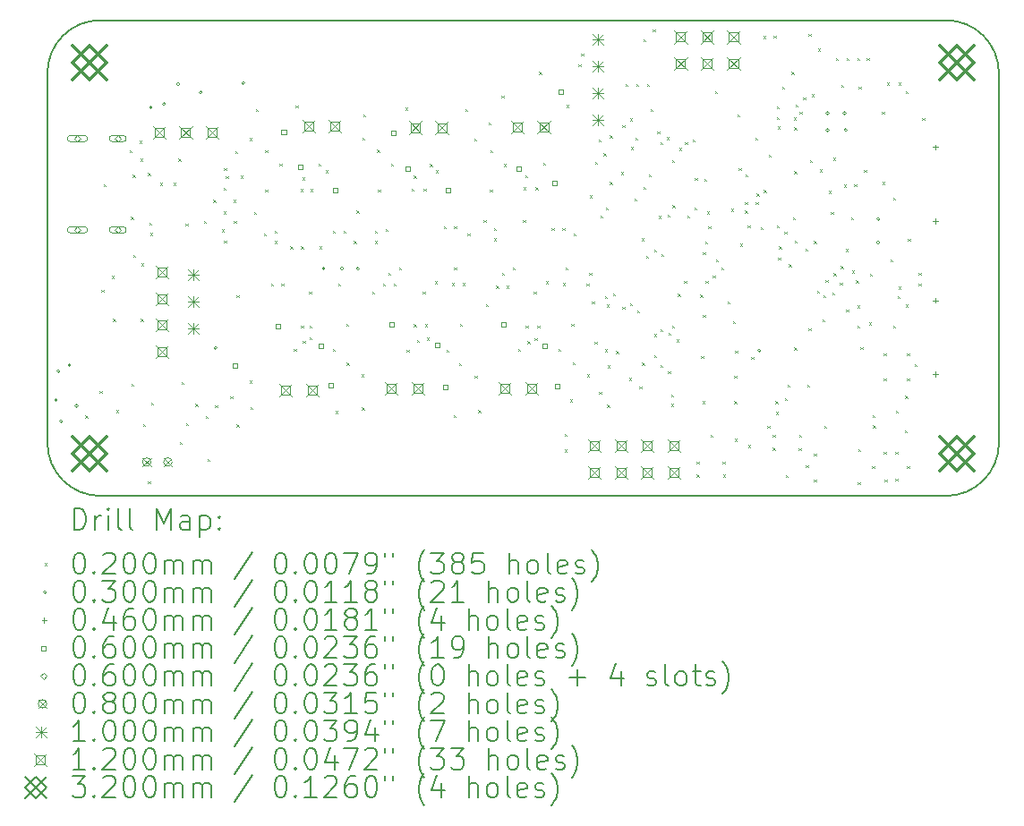
<source format=gbr>
%TF.GenerationSoftware,KiCad,Pcbnew,8.0.3*%
%TF.CreationDate,2024-07-31T22:40:02+02:00*%
%TF.ProjectId,hw-tele-stern,68772d74-656c-4652-9d73-7465726e2e6b,rev2 w/ output diodes*%
%TF.SameCoordinates,Original*%
%TF.FileFunction,Drillmap*%
%TF.FilePolarity,Positive*%
%FSLAX45Y45*%
G04 Gerber Fmt 4.5, Leading zero omitted, Abs format (unit mm)*
G04 Created by KiCad (PCBNEW 8.0.3) date 2024-07-31 22:40:02*
%MOMM*%
%LPD*%
G01*
G04 APERTURE LIST*
%ADD10C,0.155000*%
%ADD11C,0.200000*%
%ADD12C,0.100000*%
%ADD13C,0.120000*%
%ADD14C,0.320000*%
G04 APERTURE END LIST*
D10*
X8745890Y-11681382D02*
X8745890Y-8181382D01*
X17245890Y-7681382D02*
G75*
G02*
X17745888Y-8181382I1J-499998D01*
G01*
X8745890Y-8181382D02*
G75*
G02*
X9245890Y-7681379I500001J2D01*
G01*
X17745890Y-8181382D02*
X17745890Y-11681382D01*
X17245890Y-12181382D02*
X9245890Y-12181382D01*
X17745890Y-11681382D02*
G75*
G02*
X17245890Y-12181379I-500000J2D01*
G01*
X9245890Y-12181382D02*
G75*
G02*
X8745888Y-11681382I1J500002D01*
G01*
X9245890Y-7681382D02*
X17245890Y-7681382D01*
D11*
D12*
X9104000Y-11421382D02*
X9124000Y-11441382D01*
X9124000Y-11421382D02*
X9104000Y-11441382D01*
X9240890Y-11186382D02*
X9260890Y-11206382D01*
X9260890Y-11186382D02*
X9240890Y-11206382D01*
X9255890Y-10231382D02*
X9275890Y-10251382D01*
X9275890Y-10231382D02*
X9255890Y-10251382D01*
X9276824Y-9231382D02*
X9296824Y-9251382D01*
X9296824Y-9231382D02*
X9276824Y-9251382D01*
X9355890Y-10101382D02*
X9375890Y-10121382D01*
X9375890Y-10101382D02*
X9355890Y-10121382D01*
X9365890Y-10508382D02*
X9385890Y-10528382D01*
X9385890Y-10508382D02*
X9365890Y-10528382D01*
X9395940Y-11370167D02*
X9415940Y-11390167D01*
X9415940Y-11370167D02*
X9395940Y-11390167D01*
X9525890Y-8911382D02*
X9545890Y-8931382D01*
X9545890Y-8911382D02*
X9525890Y-8931382D01*
X9535890Y-9541382D02*
X9555890Y-9561382D01*
X9555890Y-9541382D02*
X9535890Y-9561382D01*
X9542390Y-11118882D02*
X9562390Y-11138882D01*
X9562390Y-11118882D02*
X9542390Y-11138882D01*
X9554022Y-9143070D02*
X9574022Y-9163070D01*
X9574022Y-9143070D02*
X9554022Y-9163070D01*
X9555890Y-9901382D02*
X9575890Y-9921382D01*
X9575890Y-9901382D02*
X9555890Y-9921382D01*
X9615890Y-8821382D02*
X9635890Y-8841382D01*
X9635890Y-8821382D02*
X9615890Y-8841382D01*
X9627390Y-8991382D02*
X9647390Y-9011382D01*
X9647390Y-8991382D02*
X9627390Y-9011382D01*
X9628890Y-10508382D02*
X9648890Y-10528382D01*
X9648890Y-10508382D02*
X9628890Y-10528382D01*
X9635890Y-9981382D02*
X9655890Y-10001382D01*
X9655890Y-9981382D02*
X9635890Y-10001382D01*
X9648340Y-11501382D02*
X9668340Y-11521382D01*
X9668340Y-11501382D02*
X9648340Y-11521382D01*
X9695890Y-12046382D02*
X9715890Y-12066382D01*
X9715890Y-12046382D02*
X9695890Y-12066382D01*
X9697739Y-9128182D02*
X9717739Y-9148182D01*
X9717739Y-9128182D02*
X9697739Y-9148182D01*
X9711890Y-9596382D02*
X9731890Y-9616382D01*
X9731890Y-9596382D02*
X9711890Y-9616382D01*
X9715890Y-9693882D02*
X9735890Y-9713882D01*
X9735890Y-9693882D02*
X9715890Y-9713882D01*
X9724890Y-11301382D02*
X9744890Y-11321382D01*
X9744890Y-11301382D02*
X9724890Y-11321382D01*
X9812140Y-9221382D02*
X9832140Y-9241382D01*
X9832140Y-9221382D02*
X9812140Y-9241382D01*
X9935890Y-9221382D02*
X9955890Y-9241382D01*
X9955890Y-9221382D02*
X9935890Y-9241382D01*
X9985890Y-8991382D02*
X10005890Y-9011382D01*
X10005890Y-8991382D02*
X9985890Y-9011382D01*
X9995890Y-11671382D02*
X10015890Y-11691382D01*
X10015890Y-11671382D02*
X9995890Y-11691382D01*
X10015890Y-11101382D02*
X10035890Y-11121382D01*
X10035890Y-11101382D02*
X10015890Y-11121382D01*
X10051390Y-9605882D02*
X10071390Y-9625882D01*
X10071390Y-9605882D02*
X10051390Y-9625882D01*
X10055890Y-11493932D02*
X10075890Y-11513932D01*
X10075890Y-11493932D02*
X10055890Y-11513932D01*
X10145890Y-11311382D02*
X10165890Y-11331382D01*
X10165890Y-11311382D02*
X10145890Y-11331382D01*
X10225890Y-9581382D02*
X10245890Y-9601382D01*
X10245890Y-9581382D02*
X10225890Y-9601382D01*
X10245890Y-11426382D02*
X10265890Y-11446382D01*
X10265890Y-11426382D02*
X10245890Y-11446382D01*
X10258390Y-11831382D02*
X10278390Y-11851382D01*
X10278390Y-11831382D02*
X10258390Y-11851382D01*
X10315890Y-9381382D02*
X10335890Y-9401382D01*
X10335890Y-9381382D02*
X10315890Y-9401382D01*
X10333340Y-11326382D02*
X10353340Y-11346382D01*
X10353340Y-11326382D02*
X10333340Y-11346382D01*
X10395890Y-9661382D02*
X10415890Y-9681382D01*
X10415890Y-9661382D02*
X10395890Y-9681382D01*
X10410890Y-9266382D02*
X10430890Y-9286382D01*
X10430890Y-9266382D02*
X10410890Y-9286382D01*
X10410890Y-9491382D02*
X10430890Y-9511382D01*
X10430890Y-9491382D02*
X10410890Y-9511382D01*
X10415890Y-9081382D02*
X10435890Y-9101382D01*
X10435890Y-9081382D02*
X10415890Y-9101382D01*
X10417000Y-9768000D02*
X10437000Y-9788000D01*
X10437000Y-9768000D02*
X10417000Y-9788000D01*
X10433476Y-9154240D02*
X10453476Y-9174240D01*
X10453476Y-9154240D02*
X10433476Y-9174240D01*
X10475939Y-11241382D02*
X10495939Y-11261382D01*
X10495939Y-11241382D02*
X10475939Y-11261382D01*
X10505890Y-9381382D02*
X10525890Y-9401382D01*
X10525890Y-9381382D02*
X10505890Y-9401382D01*
X10510890Y-9581382D02*
X10530890Y-9601382D01*
X10530890Y-9581382D02*
X10510890Y-9601382D01*
X10520890Y-8921382D02*
X10540890Y-8941382D01*
X10540890Y-8921382D02*
X10520890Y-8941382D01*
X10535890Y-11507087D02*
X10555890Y-11527087D01*
X10555890Y-11507087D02*
X10535890Y-11527087D01*
X10536390Y-10280882D02*
X10556390Y-10300882D01*
X10556390Y-10280882D02*
X10536390Y-10300882D01*
X10575890Y-9151382D02*
X10595890Y-9171382D01*
X10595890Y-9151382D02*
X10575890Y-9171382D01*
X10655916Y-8798226D02*
X10675916Y-8818226D01*
X10675916Y-8798226D02*
X10655916Y-8818226D01*
X10659586Y-11090476D02*
X10679586Y-11110476D01*
X10679586Y-11090476D02*
X10659586Y-11110476D01*
X10665890Y-11341382D02*
X10685890Y-11361382D01*
X10685890Y-11341382D02*
X10665890Y-11361382D01*
X10697890Y-9495382D02*
X10717890Y-9515382D01*
X10717890Y-9495382D02*
X10697890Y-9515382D01*
X10716390Y-8523132D02*
X10736390Y-8543132D01*
X10736390Y-8523132D02*
X10716390Y-8543132D01*
X10795890Y-9696382D02*
X10815890Y-9716382D01*
X10815890Y-9696382D02*
X10795890Y-9716382D01*
X10805490Y-8911032D02*
X10825490Y-8931032D01*
X10825490Y-8911032D02*
X10805490Y-8931032D01*
X10807240Y-9282782D02*
X10827240Y-9302782D01*
X10827240Y-9282782D02*
X10807240Y-9302782D01*
X10859907Y-10171459D02*
X10879907Y-10191459D01*
X10879907Y-10171459D02*
X10859907Y-10191459D01*
X10895890Y-9671382D02*
X10915890Y-9691382D01*
X10915890Y-9671382D02*
X10895890Y-9691382D01*
X10895890Y-9771382D02*
X10915890Y-9791382D01*
X10915890Y-9771382D02*
X10895890Y-9791382D01*
X10941490Y-9038532D02*
X10961490Y-9058532D01*
X10961490Y-9038532D02*
X10941490Y-9058532D01*
X10959907Y-10171459D02*
X10979907Y-10191459D01*
X10979907Y-10171459D02*
X10959907Y-10191459D01*
X11043890Y-9821382D02*
X11063890Y-9841382D01*
X11063890Y-9821382D02*
X11043890Y-9841382D01*
X11077686Y-10793136D02*
X11097686Y-10813136D01*
X11097686Y-10793136D02*
X11077686Y-10813136D01*
X11092628Y-8488616D02*
X11112628Y-8508616D01*
X11112628Y-8488616D02*
X11092628Y-8508616D01*
X11143084Y-9278482D02*
X11163084Y-9298482D01*
X11163084Y-9278482D02*
X11143084Y-9298482D01*
X11145482Y-10573186D02*
X11165482Y-10593186D01*
X11165482Y-10573186D02*
X11145482Y-10593186D01*
X11145890Y-9821382D02*
X11165890Y-9841382D01*
X11165890Y-9821382D02*
X11145890Y-9841382D01*
X11157990Y-9168532D02*
X11177990Y-9188532D01*
X11177990Y-9168532D02*
X11157990Y-9188532D01*
X11160866Y-10717085D02*
X11180866Y-10737085D01*
X11180866Y-10717085D02*
X11160866Y-10737085D01*
X11220889Y-10246382D02*
X11240889Y-10266382D01*
X11240889Y-10246382D02*
X11220889Y-10266382D01*
X11225686Y-10573186D02*
X11245686Y-10593186D01*
X11245686Y-10573186D02*
X11225686Y-10593186D01*
X11227686Y-10683136D02*
X11247686Y-10703136D01*
X11247686Y-10683136D02*
X11227686Y-10703136D01*
X11234554Y-9278482D02*
X11254554Y-9298482D01*
X11254554Y-9278482D02*
X11234554Y-9298482D01*
X11311489Y-9038532D02*
X11331489Y-9058532D01*
X11331489Y-9038532D02*
X11311489Y-9058532D01*
X11320889Y-9821382D02*
X11340889Y-9841382D01*
X11340889Y-9821382D02*
X11320889Y-9841382D01*
X11378280Y-9101860D02*
X11398280Y-9121860D01*
X11398280Y-9101860D02*
X11378280Y-9121860D01*
X11445186Y-10793136D02*
X11465186Y-10813136D01*
X11465186Y-10793136D02*
X11445186Y-10813136D01*
X11445889Y-9671382D02*
X11465889Y-9691382D01*
X11465889Y-9671382D02*
X11445889Y-9691382D01*
X11473303Y-11379379D02*
X11493303Y-11399379D01*
X11493303Y-11379379D02*
X11473303Y-11399379D01*
X11495889Y-10171382D02*
X11515889Y-10191382D01*
X11515889Y-10171382D02*
X11495889Y-10191382D01*
X11545889Y-9671382D02*
X11565889Y-9691382D01*
X11565889Y-9671382D02*
X11545889Y-9691382D01*
X11572686Y-10553136D02*
X11592686Y-10573136D01*
X11592686Y-10553136D02*
X11572686Y-10573136D01*
X11577686Y-10923136D02*
X11597686Y-10943136D01*
X11597686Y-10923136D02*
X11577686Y-10943136D01*
X11645889Y-9771382D02*
X11665889Y-9791382D01*
X11665889Y-9771382D02*
X11645889Y-9791382D01*
X11670889Y-9483382D02*
X11690889Y-9503382D01*
X11690889Y-9483382D02*
X11670889Y-9503382D01*
X11718686Y-11033136D02*
X11738686Y-11053136D01*
X11738686Y-11033136D02*
X11718686Y-11053136D01*
X11720889Y-11346382D02*
X11740889Y-11366382D01*
X11740889Y-11346382D02*
X11720889Y-11366382D01*
X11722389Y-8793132D02*
X11742389Y-8813132D01*
X11742389Y-8793132D02*
X11722389Y-8813132D01*
X11735389Y-8573132D02*
X11755389Y-8593132D01*
X11755389Y-8573132D02*
X11735389Y-8593132D01*
X11819161Y-10248111D02*
X11839161Y-10268111D01*
X11839161Y-10248111D02*
X11819161Y-10268111D01*
X11845889Y-9671382D02*
X11865889Y-9691382D01*
X11865889Y-9671382D02*
X11845889Y-9691382D01*
X11845889Y-9771382D02*
X11865889Y-9791382D01*
X11865889Y-9771382D02*
X11845889Y-9791382D01*
X11865889Y-8908132D02*
X11885889Y-8928132D01*
X11885889Y-8908132D02*
X11865889Y-8928132D01*
X11873389Y-9283132D02*
X11893389Y-9303132D01*
X11893389Y-9283132D02*
X11873389Y-9303132D01*
X11920889Y-10171382D02*
X11940889Y-10191382D01*
X11940889Y-10171382D02*
X11920889Y-10191382D01*
X11945889Y-9658382D02*
X11965889Y-9678382D01*
X11965889Y-9658382D02*
X11945889Y-9678382D01*
X11970889Y-10071382D02*
X11990889Y-10091382D01*
X11990889Y-10071382D02*
X11970889Y-10091382D01*
X11995889Y-9040632D02*
X12015889Y-9060632D01*
X12015889Y-9040632D02*
X11995889Y-9060632D01*
X12020889Y-10171382D02*
X12040889Y-10191382D01*
X12040889Y-10171382D02*
X12020889Y-10191382D01*
X12070889Y-10021382D02*
X12090889Y-10041382D01*
X12090889Y-10021382D02*
X12070889Y-10041382D01*
X12132378Y-8508132D02*
X12152378Y-8528132D01*
X12152378Y-8508132D02*
X12132378Y-8528132D01*
X12142686Y-10798136D02*
X12162686Y-10818136D01*
X12162686Y-10798136D02*
X12142686Y-10818136D01*
X12191389Y-9273132D02*
X12211389Y-9293132D01*
X12211389Y-9273132D02*
X12191389Y-9293132D01*
X12210482Y-10558186D02*
X12230482Y-10578186D01*
X12230482Y-10558186D02*
X12210482Y-10578186D01*
X12211690Y-9152817D02*
X12231690Y-9172817D01*
X12231690Y-9152817D02*
X12211690Y-9172817D01*
X12240136Y-10704636D02*
X12260136Y-10724636D01*
X12260136Y-10704636D02*
X12240136Y-10724636D01*
X12295889Y-10246382D02*
X12315889Y-10266382D01*
X12315889Y-10246382D02*
X12295889Y-10266382D01*
X12303439Y-9273132D02*
X12323439Y-9293132D01*
X12323439Y-9273132D02*
X12303439Y-9293132D01*
X12315686Y-10558186D02*
X12335686Y-10578186D01*
X12335686Y-10558186D02*
X12315686Y-10578186D01*
X12334913Y-10686194D02*
X12354913Y-10706194D01*
X12354913Y-10686194D02*
X12334913Y-10706194D01*
X12363389Y-9043132D02*
X12383389Y-9063132D01*
X12383389Y-9043132D02*
X12363389Y-9063132D01*
X12409639Y-10151382D02*
X12429639Y-10171382D01*
X12429639Y-10151382D02*
X12409639Y-10171382D01*
X12420839Y-9101168D02*
X12440839Y-9121168D01*
X12440839Y-9101168D02*
X12420839Y-9121168D01*
X12493170Y-9632796D02*
X12513170Y-9652796D01*
X12513170Y-9632796D02*
X12493170Y-9652796D01*
X12519186Y-10798136D02*
X12539186Y-10818136D01*
X12539186Y-10798136D02*
X12519186Y-10818136D01*
X12570889Y-10169636D02*
X12590889Y-10189636D01*
X12590889Y-10169636D02*
X12570889Y-10189636D01*
X12590686Y-11419636D02*
X12610686Y-11439636D01*
X12610686Y-11419636D02*
X12590686Y-11439636D01*
X12593116Y-10021382D02*
X12613116Y-10041382D01*
X12613116Y-10021382D02*
X12593116Y-10041382D01*
X12593170Y-9632796D02*
X12613170Y-9652796D01*
X12613170Y-9632796D02*
X12593170Y-9652796D01*
X12637736Y-10925636D02*
X12657736Y-10945636D01*
X12657736Y-10925636D02*
X12637736Y-10945636D01*
X12645136Y-10553136D02*
X12665136Y-10573136D01*
X12665136Y-10553136D02*
X12645136Y-10573136D01*
X12670889Y-10169636D02*
X12690889Y-10189636D01*
X12690889Y-10169636D02*
X12670889Y-10189636D01*
X12695889Y-8521382D02*
X12715889Y-8541382D01*
X12715889Y-8521382D02*
X12695889Y-8541382D01*
X12720889Y-9696382D02*
X12740889Y-9716382D01*
X12740889Y-9696382D02*
X12720889Y-9716382D01*
X12782389Y-8802132D02*
X12802389Y-8822132D01*
X12802389Y-8802132D02*
X12782389Y-8822132D01*
X12787686Y-11043136D02*
X12807686Y-11063136D01*
X12807686Y-11043136D02*
X12787686Y-11063136D01*
X12820889Y-11371382D02*
X12840889Y-11391382D01*
X12840889Y-11371382D02*
X12820889Y-11391382D01*
X12870889Y-9574132D02*
X12890889Y-9594132D01*
X12890889Y-9574132D02*
X12870889Y-9594132D01*
X12890686Y-10369636D02*
X12910686Y-10389636D01*
X12910686Y-10369636D02*
X12890686Y-10389636D01*
X12916389Y-8648132D02*
X12936389Y-8668132D01*
X12936389Y-8648132D02*
X12916389Y-8668132D01*
X12932639Y-9282132D02*
X12952639Y-9302132D01*
X12952639Y-9282132D02*
X12932639Y-9302132D01*
X12933389Y-8912132D02*
X12953389Y-8932132D01*
X12953389Y-8912132D02*
X12933389Y-8932132D01*
X12970889Y-9648132D02*
X12990889Y-9668132D01*
X12990889Y-9648132D02*
X12970889Y-9668132D01*
X12970889Y-9746382D02*
X12990889Y-9766382D01*
X12990889Y-9746382D02*
X12970889Y-9766382D01*
X12990686Y-10194636D02*
X13010686Y-10214636D01*
X13010686Y-10194636D02*
X12990686Y-10214636D01*
X13041389Y-8393132D02*
X13061389Y-8413132D01*
X13061389Y-8393132D02*
X13041389Y-8413132D01*
X13045889Y-10071382D02*
X13065889Y-10091382D01*
X13065889Y-10071382D02*
X13045889Y-10091382D01*
X13060839Y-9042132D02*
X13080839Y-9062132D01*
X13080839Y-9042132D02*
X13060839Y-9062132D01*
X13090686Y-10194636D02*
X13110686Y-10214636D01*
X13110686Y-10194636D02*
X13090686Y-10214636D01*
X13145889Y-10021382D02*
X13165889Y-10041382D01*
X13165889Y-10021382D02*
X13145889Y-10041382D01*
X13198000Y-10791697D02*
X13218000Y-10811697D01*
X13218000Y-10791697D02*
X13198000Y-10811697D01*
X13245889Y-9571382D02*
X13265889Y-9591382D01*
X13265889Y-9571382D02*
X13245889Y-9591382D01*
X13251447Y-9262286D02*
X13271447Y-9282286D01*
X13271447Y-9262286D02*
X13251447Y-9282286D01*
X13267601Y-9146343D02*
X13287601Y-9166343D01*
X13287601Y-9146343D02*
X13267601Y-9166343D01*
X13271450Y-10571697D02*
X13291450Y-10591697D01*
X13291450Y-10571697D02*
X13271450Y-10591697D01*
X13286993Y-10718234D02*
X13306993Y-10738234D01*
X13306993Y-10718234D02*
X13286993Y-10738234D01*
X13345889Y-10246382D02*
X13365889Y-10266382D01*
X13365889Y-10246382D02*
X13345889Y-10266382D01*
X13356247Y-10689575D02*
X13376247Y-10709575D01*
X13376247Y-10689575D02*
X13356247Y-10709575D01*
X13362689Y-9262132D02*
X13382689Y-9282132D01*
X13382689Y-9262132D02*
X13362689Y-9282132D01*
X13380686Y-10571747D02*
X13400686Y-10591747D01*
X13400686Y-10571747D02*
X13380686Y-10591747D01*
X13395889Y-8171382D02*
X13415889Y-8191382D01*
X13415889Y-8171382D02*
X13395889Y-8191382D01*
X13435691Y-9032082D02*
X13455691Y-9052082D01*
X13455691Y-9032082D02*
X13435691Y-9052082D01*
X13459639Y-10151382D02*
X13479639Y-10171382D01*
X13479639Y-10151382D02*
X13459639Y-10171382D01*
X13516389Y-9648132D02*
X13536389Y-9668132D01*
X13536389Y-9648132D02*
X13516389Y-9668132D01*
X13579000Y-10791697D02*
X13599000Y-10811697D01*
X13599000Y-10791697D02*
X13579000Y-10811697D01*
X13616389Y-9648132D02*
X13636389Y-9668132D01*
X13636389Y-9648132D02*
X13616389Y-9668132D01*
X13620889Y-10169636D02*
X13640889Y-10189636D01*
X13640889Y-10169636D02*
X13620889Y-10189636D01*
X13640686Y-11594636D02*
X13660686Y-11614636D01*
X13660686Y-11594636D02*
X13640686Y-11614636D01*
X13640686Y-11744636D02*
X13660686Y-11764636D01*
X13660686Y-11744636D02*
X13640686Y-11764636D01*
X13645889Y-10021382D02*
X13665889Y-10041382D01*
X13665889Y-10021382D02*
X13645889Y-10041382D01*
X13655217Y-8484305D02*
X13675217Y-8504305D01*
X13675217Y-8484305D02*
X13655217Y-8504305D01*
X13690686Y-11269636D02*
X13710686Y-11289636D01*
X13710686Y-11269636D02*
X13690686Y-11289636D01*
X13701808Y-10551389D02*
X13721808Y-10571389D01*
X13721808Y-10551389D02*
X13701808Y-10571389D01*
X13714000Y-10919197D02*
X13734000Y-10939197D01*
X13734000Y-10919197D02*
X13714000Y-10939197D01*
X13720889Y-9696382D02*
X13740889Y-9716382D01*
X13740889Y-9696382D02*
X13720889Y-9716382D01*
X13770889Y-8096382D02*
X13790889Y-8116382D01*
X13790889Y-8096382D02*
X13770889Y-8116382D01*
X13795889Y-7996382D02*
X13815889Y-8016382D01*
X13815889Y-7996382D02*
X13795889Y-8016382D01*
X13845889Y-10171382D02*
X13865889Y-10191382D01*
X13865889Y-10171382D02*
X13845889Y-10191382D01*
X13852500Y-11031697D02*
X13872500Y-11051697D01*
X13872500Y-11031697D02*
X13852500Y-11051697D01*
X13870889Y-10069636D02*
X13890889Y-10089636D01*
X13890889Y-10069636D02*
X13870889Y-10089636D01*
X13877300Y-9337655D02*
X13897300Y-9357655D01*
X13897300Y-9337655D02*
X13877300Y-9357655D01*
X13895889Y-10344636D02*
X13915889Y-10364636D01*
X13915889Y-10344636D02*
X13895889Y-10364636D01*
X13920889Y-10721382D02*
X13940889Y-10741382D01*
X13940889Y-10721382D02*
X13920889Y-10741382D01*
X13925889Y-9021382D02*
X13945889Y-9041382D01*
X13945889Y-9021382D02*
X13925889Y-9041382D01*
X13958389Y-8808882D02*
X13978389Y-8828882D01*
X13978389Y-8808882D02*
X13958389Y-8828882D01*
X13965686Y-11194636D02*
X13985686Y-11214636D01*
X13985686Y-11194636D02*
X13965686Y-11214636D01*
X13975889Y-9531382D02*
X13995889Y-9551382D01*
X13995889Y-9531382D02*
X13975889Y-9551382D01*
X14005889Y-8941382D02*
X14025889Y-8961382D01*
X14025889Y-8941382D02*
X14005889Y-8961382D01*
X14020889Y-10292157D02*
X14040889Y-10312157D01*
X14040889Y-10292157D02*
X14020889Y-10312157D01*
X14020889Y-10796382D02*
X14040889Y-10816382D01*
X14040889Y-10796382D02*
X14020889Y-10816382D01*
X14025889Y-9451382D02*
X14045889Y-9471382D01*
X14045889Y-9451382D02*
X14025889Y-9471382D01*
X14035889Y-10371382D02*
X14055889Y-10391382D01*
X14055889Y-10371382D02*
X14035889Y-10391382D01*
X14040939Y-11321382D02*
X14060939Y-11341382D01*
X14060939Y-11321382D02*
X14040939Y-11341382D01*
X14045889Y-10946382D02*
X14065889Y-10966382D01*
X14065889Y-10946382D02*
X14045889Y-10966382D01*
X14065889Y-8771382D02*
X14085889Y-8791382D01*
X14085889Y-8771382D02*
X14065889Y-8791382D01*
X14065889Y-9211382D02*
X14085889Y-9231382D01*
X14085889Y-9211382D02*
X14065889Y-9231382D01*
X14095043Y-10266492D02*
X14115043Y-10286492D01*
X14115043Y-10266492D02*
X14095043Y-10286492D01*
X14125889Y-10811382D02*
X14145889Y-10831382D01*
X14145889Y-10811382D02*
X14125889Y-10831382D01*
X14169174Y-9118098D02*
X14189174Y-9138098D01*
X14189174Y-9118098D02*
X14169174Y-9138098D01*
X14185889Y-8671382D02*
X14205889Y-8691382D01*
X14205889Y-8671382D02*
X14185889Y-8691382D01*
X14185889Y-10391382D02*
X14205889Y-10411382D01*
X14205889Y-10391382D02*
X14185889Y-10411382D01*
X14215889Y-8282382D02*
X14235889Y-8302382D01*
X14235889Y-8282382D02*
X14215889Y-8302382D01*
X14245889Y-11066272D02*
X14265889Y-11086272D01*
X14265889Y-11066272D02*
X14245889Y-11086272D01*
X14255889Y-8611382D02*
X14275889Y-8631382D01*
X14275889Y-8611382D02*
X14255889Y-8631382D01*
X14257980Y-10361410D02*
X14277980Y-10381410D01*
X14277980Y-10361410D02*
X14257980Y-10381410D01*
X14265889Y-8881382D02*
X14285889Y-8901382D01*
X14285889Y-8881382D02*
X14265889Y-8901382D01*
X14299025Y-9368246D02*
X14319025Y-9388246D01*
X14319025Y-9368246D02*
X14299025Y-9388246D01*
X14306948Y-8790323D02*
X14326948Y-8810323D01*
X14326948Y-8790323D02*
X14306948Y-8810323D01*
X14314889Y-8282382D02*
X14334889Y-8302382D01*
X14334889Y-8282382D02*
X14314889Y-8302382D01*
X14325862Y-10429292D02*
X14345862Y-10449292D01*
X14345862Y-10429292D02*
X14325862Y-10449292D01*
X14345889Y-11146382D02*
X14365889Y-11166382D01*
X14365889Y-11146382D02*
X14345889Y-11166382D01*
X14366263Y-9746492D02*
X14386263Y-9766492D01*
X14386263Y-9746492D02*
X14366263Y-9766492D01*
X14370889Y-10921382D02*
X14390889Y-10941382D01*
X14390889Y-10921382D02*
X14370889Y-10941382D01*
X14382647Y-9260808D02*
X14402647Y-9280808D01*
X14402647Y-9260808D02*
X14382647Y-9280808D01*
X14385889Y-7861382D02*
X14405889Y-7881382D01*
X14405889Y-7861382D02*
X14385889Y-7881382D01*
X14406513Y-9912006D02*
X14426513Y-9932006D01*
X14426513Y-9912006D02*
X14406513Y-9932006D01*
X14415889Y-8282382D02*
X14435889Y-8302382D01*
X14435889Y-8282382D02*
X14415889Y-8302382D01*
X14435889Y-9141382D02*
X14455889Y-9161382D01*
X14455889Y-9141382D02*
X14435889Y-9161382D01*
X14450228Y-8520077D02*
X14470228Y-8540077D01*
X14470228Y-8520077D02*
X14450228Y-8540077D01*
X14470889Y-7766382D02*
X14490889Y-7786382D01*
X14490889Y-7766382D02*
X14470889Y-7786382D01*
X14485889Y-9848832D02*
X14505889Y-9868832D01*
X14505889Y-9848832D02*
X14485889Y-9868832D01*
X14485889Y-10651382D02*
X14505889Y-10671382D01*
X14505889Y-10651382D02*
X14485889Y-10671382D01*
X14485889Y-10851382D02*
X14505889Y-10871382D01*
X14505889Y-10851382D02*
X14485889Y-10871382D01*
X14515889Y-8734415D02*
X14535889Y-8754415D01*
X14535889Y-8734415D02*
X14515889Y-8754415D01*
X14525851Y-9534955D02*
X14545851Y-9554955D01*
X14545851Y-9534955D02*
X14525851Y-9554955D01*
X14545889Y-8834415D02*
X14565889Y-8854415D01*
X14565889Y-8834415D02*
X14545889Y-8854415D01*
X14545889Y-10941382D02*
X14565889Y-10961382D01*
X14565889Y-10941382D02*
X14545889Y-10961382D01*
X14546339Y-10603105D02*
X14566339Y-10623105D01*
X14566339Y-10603105D02*
X14546339Y-10623105D01*
X14550779Y-9891382D02*
X14570779Y-9911382D01*
X14570779Y-9891382D02*
X14550779Y-9911382D01*
X14606161Y-8789863D02*
X14626161Y-8809863D01*
X14626161Y-8789863D02*
X14606161Y-8809863D01*
X14610799Y-9521382D02*
X14630799Y-9541382D01*
X14630799Y-9521382D02*
X14610799Y-9541382D01*
X14615889Y-11001382D02*
X14635889Y-11021382D01*
X14635889Y-11001382D02*
X14615889Y-11021382D01*
X14620080Y-10637225D02*
X14640080Y-10657225D01*
X14640080Y-10637225D02*
X14620080Y-10657225D01*
X14645889Y-11221382D02*
X14665889Y-11241382D01*
X14665889Y-11221382D02*
X14645889Y-11241382D01*
X14645889Y-11311382D02*
X14665889Y-11331382D01*
X14665889Y-11311382D02*
X14645889Y-11331382D01*
X14655889Y-9003716D02*
X14675889Y-9023716D01*
X14675889Y-9003716D02*
X14655889Y-9023716D01*
X14655889Y-10571382D02*
X14675889Y-10591382D01*
X14675889Y-10571382D02*
X14655889Y-10591382D01*
X14657200Y-9432200D02*
X14677200Y-9452200D01*
X14677200Y-9432200D02*
X14657200Y-9452200D01*
X14694479Y-10701382D02*
X14714479Y-10721382D01*
X14714479Y-10701382D02*
X14694479Y-10721382D01*
X14710266Y-10271382D02*
X14730266Y-10291382D01*
X14730266Y-10271382D02*
X14710266Y-10291382D01*
X14724417Y-8888832D02*
X14744417Y-8908832D01*
X14744417Y-8888832D02*
X14724417Y-8908832D01*
X14767716Y-10146492D02*
X14787716Y-10166492D01*
X14787716Y-10146492D02*
X14767716Y-10166492D01*
X14778573Y-8833989D02*
X14798573Y-8853989D01*
X14798573Y-8833989D02*
X14778573Y-8853989D01*
X14795889Y-9531382D02*
X14815889Y-9551382D01*
X14815889Y-9531382D02*
X14795889Y-9551382D01*
X14849175Y-8808832D02*
X14869175Y-8828832D01*
X14869175Y-8808832D02*
X14849175Y-8828832D01*
X14865889Y-9451382D02*
X14885889Y-9471382D01*
X14885889Y-9451382D02*
X14865889Y-9471382D01*
X14870889Y-9171382D02*
X14890889Y-9191382D01*
X14890889Y-9171382D02*
X14870889Y-9191382D01*
X14885889Y-11856382D02*
X14905889Y-11876382D01*
X14905889Y-11856382D02*
X14885889Y-11876382D01*
X14885889Y-11981382D02*
X14905889Y-12001382D01*
X14905889Y-11981382D02*
X14885889Y-12001382D01*
X14920889Y-10277276D02*
X14940889Y-10297276D01*
X14940889Y-10277276D02*
X14920889Y-10297276D01*
X14930839Y-10858432D02*
X14950839Y-10878432D01*
X14950839Y-10858432D02*
X14930839Y-10878432D01*
X14939839Y-11286382D02*
X14959839Y-11306382D01*
X14959839Y-11286382D02*
X14939839Y-11306382D01*
X14945889Y-9879020D02*
X14965889Y-9899020D01*
X14965889Y-9879020D02*
X14945889Y-9899020D01*
X14945889Y-10471382D02*
X14965889Y-10491382D01*
X14965889Y-10471382D02*
X14945889Y-10491382D01*
X14960266Y-9182006D02*
X14980266Y-9202006D01*
X14980266Y-9182006D02*
X14960266Y-9202006D01*
X14965889Y-9776382D02*
X14985889Y-9796382D01*
X14985889Y-9776382D02*
X14965889Y-9796382D01*
X14970889Y-10146382D02*
X14990889Y-10166382D01*
X14990889Y-10146382D02*
X14970889Y-10166382D01*
X14985889Y-9491382D02*
X15005889Y-9511382D01*
X15005889Y-9491382D02*
X14985889Y-9511382D01*
X14995889Y-9630749D02*
X15015889Y-9650749D01*
X15015889Y-9630749D02*
X14995889Y-9650749D01*
X15015889Y-11601382D02*
X15035889Y-11621382D01*
X15035889Y-11601382D02*
X15015889Y-11621382D01*
X15038389Y-10096382D02*
X15058389Y-10116382D01*
X15058389Y-10096382D02*
X15038389Y-10116382D01*
X15060889Y-8350382D02*
X15080889Y-8370382D01*
X15080889Y-8350382D02*
X15060889Y-8370382D01*
X15070889Y-9946382D02*
X15090889Y-9966382D01*
X15090889Y-9946382D02*
X15070889Y-9966382D01*
X15120889Y-10021382D02*
X15140889Y-10041382D01*
X15140889Y-10021382D02*
X15120889Y-10041382D01*
X15132389Y-11854882D02*
X15152389Y-11874882D01*
X15152389Y-11854882D02*
X15132389Y-11874882D01*
X15135889Y-11981382D02*
X15155889Y-12001382D01*
X15155889Y-11981382D02*
X15135889Y-12001382D01*
X15176799Y-10340473D02*
X15196799Y-10360473D01*
X15196799Y-10340473D02*
X15176799Y-10360473D01*
X15215000Y-9465000D02*
X15235000Y-9485000D01*
X15235000Y-9465000D02*
X15215000Y-9485000D01*
X15231737Y-10526378D02*
X15251737Y-10546378D01*
X15251737Y-10526378D02*
X15231737Y-10546378D01*
X15243389Y-11046382D02*
X15263389Y-11066382D01*
X15263389Y-11046382D02*
X15243389Y-11066382D01*
X15243389Y-11286382D02*
X15263389Y-11306382D01*
X15263389Y-11286382D02*
X15243389Y-11306382D01*
X15245889Y-11641932D02*
X15265889Y-11661932D01*
X15265889Y-11641932D02*
X15245889Y-11661932D01*
X15250871Y-10807058D02*
X15270871Y-10827058D01*
X15270871Y-10807058D02*
X15250871Y-10827058D01*
X15270889Y-8571382D02*
X15290889Y-8591382D01*
X15290889Y-8571382D02*
X15270889Y-8591382D01*
X15285837Y-9081330D02*
X15305837Y-9101330D01*
X15305837Y-9081330D02*
X15285837Y-9101330D01*
X15295889Y-9796382D02*
X15315889Y-9816382D01*
X15315889Y-9796382D02*
X15295889Y-9816382D01*
X15345889Y-9401382D02*
X15365889Y-9421382D01*
X15365889Y-9401382D02*
X15345889Y-9421382D01*
X15345889Y-9481382D02*
X15365889Y-9501382D01*
X15365889Y-9481382D02*
X15345889Y-9501382D01*
X15345942Y-9141434D02*
X15365942Y-9161434D01*
X15365942Y-9141434D02*
X15345942Y-9161434D01*
X15370889Y-9621382D02*
X15390889Y-9641382D01*
X15390889Y-9621382D02*
X15370889Y-9641382D01*
X15375889Y-11699382D02*
X15395889Y-11719382D01*
X15395889Y-11699382D02*
X15375889Y-11719382D01*
X15403503Y-10865000D02*
X15423503Y-10885000D01*
X15423503Y-10865000D02*
X15403503Y-10885000D01*
X15440889Y-8791382D02*
X15460889Y-8811382D01*
X15460889Y-8791382D02*
X15440889Y-8811382D01*
X15445889Y-9401382D02*
X15465889Y-9421382D01*
X15465889Y-9401382D02*
X15445889Y-9421382D01*
X15455889Y-9321382D02*
X15475889Y-9341382D01*
X15475889Y-9321382D02*
X15455889Y-9341382D01*
X15490000Y-9640000D02*
X15510000Y-9660000D01*
X15510000Y-9640000D02*
X15490000Y-9660000D01*
X15515889Y-7832632D02*
X15535889Y-7852632D01*
X15535889Y-7832632D02*
X15515889Y-7852632D01*
X15522927Y-9287864D02*
X15542927Y-9307864D01*
X15542927Y-9287864D02*
X15522927Y-9307864D01*
X15555889Y-11516382D02*
X15575889Y-11536382D01*
X15575889Y-11516382D02*
X15555889Y-11536382D01*
X15571467Y-8951167D02*
X15591467Y-8971167D01*
X15591467Y-8951167D02*
X15571467Y-8971167D01*
X15605889Y-11601382D02*
X15625889Y-11621382D01*
X15625889Y-11601382D02*
X15605889Y-11621382D01*
X15605889Y-11726382D02*
X15625889Y-11746382D01*
X15625889Y-11726382D02*
X15605889Y-11746382D01*
X15615889Y-7827882D02*
X15635889Y-7847882D01*
X15635889Y-7827882D02*
X15615889Y-7847882D01*
X15630889Y-11286382D02*
X15650889Y-11306382D01*
X15650889Y-11286382D02*
X15630889Y-11306382D01*
X15635889Y-11386382D02*
X15655889Y-11406382D01*
X15655889Y-11386382D02*
X15635889Y-11406382D01*
X15645889Y-8496382D02*
X15665889Y-8516382D01*
X15665889Y-8496382D02*
X15645889Y-8516382D01*
X15645889Y-8596382D02*
X15665889Y-8616382D01*
X15665889Y-8596382D02*
X15645889Y-8616382D01*
X15645889Y-9621382D02*
X15665889Y-9641382D01*
X15665889Y-9621382D02*
X15645889Y-9641382D01*
X15653339Y-8686382D02*
X15673339Y-8706382D01*
X15673339Y-8686382D02*
X15653339Y-8706382D01*
X15658258Y-9926106D02*
X15678258Y-9946106D01*
X15678258Y-9926106D02*
X15658258Y-9946106D01*
X15665000Y-9821382D02*
X15685000Y-9841382D01*
X15685000Y-9821382D02*
X15665000Y-9841382D01*
X15695889Y-8311382D02*
X15715889Y-8331382D01*
X15715889Y-8311382D02*
X15695889Y-8331382D01*
X15715422Y-9684267D02*
X15735422Y-9704267D01*
X15735422Y-9684267D02*
X15715422Y-9704267D01*
X15720854Y-11256418D02*
X15740854Y-11276418D01*
X15740854Y-11256418D02*
X15720854Y-11276418D01*
X15730639Y-11981882D02*
X15750639Y-12001882D01*
X15750639Y-11981882D02*
X15730639Y-12001882D01*
X15745889Y-11131382D02*
X15765889Y-11151382D01*
X15765889Y-11131382D02*
X15745889Y-11151382D01*
X15760050Y-9990000D02*
X15780050Y-10010000D01*
X15780050Y-9990000D02*
X15760050Y-10010000D01*
X15785789Y-8171382D02*
X15805789Y-8191382D01*
X15805789Y-8171382D02*
X15785789Y-8191382D01*
X15795889Y-9546382D02*
X15815889Y-9566382D01*
X15815889Y-9546382D02*
X15795889Y-9566382D01*
X15805889Y-8601382D02*
X15825889Y-8621382D01*
X15825889Y-8601382D02*
X15805889Y-8621382D01*
X15808722Y-10777151D02*
X15828722Y-10797151D01*
X15828722Y-10777151D02*
X15808722Y-10797151D01*
X15810266Y-8695759D02*
X15830266Y-8715759D01*
X15830266Y-8695759D02*
X15810266Y-8715759D01*
X15810889Y-9111382D02*
X15830889Y-9131382D01*
X15830889Y-9111382D02*
X15810889Y-9131382D01*
X15813341Y-9763834D02*
X15833341Y-9783834D01*
X15833341Y-9763834D02*
X15813341Y-9783834D01*
X15824538Y-8480981D02*
X15844538Y-8500981D01*
X15844538Y-8480981D02*
X15824538Y-8500981D01*
X15852389Y-11727882D02*
X15872389Y-11747882D01*
X15872389Y-11727882D02*
X15852389Y-11747882D01*
X15855889Y-11601382D02*
X15875889Y-11621382D01*
X15875889Y-11601382D02*
X15855889Y-11621382D01*
X15860441Y-8546772D02*
X15880441Y-8566772D01*
X15880441Y-8546772D02*
X15860441Y-8566772D01*
X15895889Y-8411382D02*
X15915889Y-8431382D01*
X15915889Y-8411382D02*
X15895889Y-8431382D01*
X15915000Y-9840000D02*
X15935000Y-9860000D01*
X15935000Y-9840000D02*
X15915000Y-9860000D01*
X15920889Y-11891382D02*
X15940889Y-11911382D01*
X15940889Y-11891382D02*
X15920889Y-11911382D01*
X15930889Y-11131382D02*
X15950889Y-11151382D01*
X15950889Y-11131382D02*
X15930889Y-11151382D01*
X15945889Y-7811382D02*
X15965889Y-7831382D01*
X15965889Y-7811382D02*
X15945889Y-7831382D01*
X15945889Y-10596492D02*
X15965889Y-10616492D01*
X15965889Y-10596492D02*
X15945889Y-10616492D01*
X15958029Y-9005134D02*
X15978029Y-9025134D01*
X15978029Y-9005134D02*
X15958029Y-9025134D01*
X15975889Y-8381382D02*
X15995889Y-8401382D01*
X15995889Y-8381382D02*
X15975889Y-8401382D01*
X15995889Y-9771382D02*
X16015889Y-9791382D01*
X16015889Y-9771382D02*
X15995889Y-9791382D01*
X15995889Y-11781382D02*
X16015889Y-11801382D01*
X16015889Y-11781382D02*
X15995889Y-11801382D01*
X15995889Y-12026382D02*
X16015889Y-12046382D01*
X16015889Y-12026382D02*
X15995889Y-12046382D01*
X16023339Y-10239472D02*
X16043339Y-10259472D01*
X16043339Y-10239472D02*
X16023339Y-10259472D01*
X16035889Y-7951382D02*
X16055889Y-7971382D01*
X16055889Y-7951382D02*
X16035889Y-7971382D01*
X16052920Y-9092063D02*
X16072920Y-9112063D01*
X16072920Y-9092063D02*
X16052920Y-9112063D01*
X16075266Y-10512006D02*
X16095266Y-10532006D01*
X16095266Y-10512006D02*
X16075266Y-10532006D01*
X16084555Y-10282716D02*
X16104555Y-10302716D01*
X16104555Y-10282716D02*
X16084555Y-10302716D01*
X16095889Y-11516382D02*
X16115889Y-11536382D01*
X16115889Y-11516382D02*
X16095889Y-11536382D01*
X16105802Y-10141470D02*
X16125802Y-10161470D01*
X16125802Y-10141470D02*
X16105802Y-10161470D01*
X16135889Y-9296382D02*
X16155889Y-9316382D01*
X16155889Y-9296382D02*
X16135889Y-9316382D01*
X16158262Y-9496382D02*
X16178262Y-9516382D01*
X16178262Y-9496382D02*
X16158262Y-9516382D01*
X16168000Y-10260000D02*
X16188000Y-10280000D01*
X16188000Y-10260000D02*
X16168000Y-10280000D01*
X16180889Y-8983882D02*
X16200889Y-9003882D01*
X16200889Y-8983882D02*
X16180889Y-9003882D01*
X16181948Y-10075323D02*
X16201948Y-10095323D01*
X16201948Y-10075323D02*
X16181948Y-10095323D01*
X16205889Y-8041382D02*
X16225889Y-8061382D01*
X16225889Y-8041382D02*
X16205889Y-8061382D01*
X16241948Y-10165323D02*
X16261948Y-10185323D01*
X16261948Y-10165323D02*
X16241948Y-10185323D01*
X16249831Y-10007441D02*
X16269831Y-10027441D01*
X16269831Y-10007441D02*
X16249831Y-10027441D01*
X16255889Y-8291382D02*
X16275889Y-8311382D01*
X16275889Y-8291382D02*
X16255889Y-8311382D01*
X16280889Y-9236382D02*
X16300889Y-9256382D01*
X16300889Y-9236382D02*
X16280889Y-9256382D01*
X16295889Y-9846382D02*
X16315889Y-9866382D01*
X16315889Y-9846382D02*
X16295889Y-9866382D01*
X16301131Y-10416624D02*
X16321131Y-10436624D01*
X16321131Y-10416624D02*
X16301131Y-10436624D01*
X16305889Y-8041382D02*
X16325889Y-8061382D01*
X16325889Y-8041382D02*
X16305889Y-8061382D01*
X16345889Y-9546382D02*
X16365889Y-9566382D01*
X16365889Y-9546382D02*
X16345889Y-9566382D01*
X16355889Y-10051382D02*
X16375889Y-10071382D01*
X16375889Y-10051382D02*
X16355889Y-10071382D01*
X16375889Y-9231382D02*
X16395889Y-9251382D01*
X16395889Y-9231382D02*
X16375889Y-9251382D01*
X16395759Y-10141513D02*
X16415759Y-10161513D01*
X16415759Y-10141513D02*
X16395759Y-10161513D01*
X16405889Y-8041382D02*
X16425889Y-8061382D01*
X16425889Y-8041382D02*
X16405889Y-8061382D01*
X16405889Y-10381382D02*
X16425889Y-10401382D01*
X16425889Y-10381382D02*
X16405889Y-10401382D01*
X16405889Y-10571382D02*
X16425889Y-10591382D01*
X16425889Y-10571382D02*
X16405889Y-10591382D01*
X16410889Y-12051382D02*
X16430889Y-12071382D01*
X16430889Y-12051382D02*
X16410889Y-12071382D01*
X16415889Y-11741382D02*
X16435889Y-11761382D01*
X16435889Y-11741382D02*
X16415889Y-11761382D01*
X16418389Y-8311382D02*
X16438389Y-8331382D01*
X16438389Y-8311382D02*
X16418389Y-8331382D01*
X16435889Y-10771382D02*
X16455889Y-10791382D01*
X16455889Y-10771382D02*
X16435889Y-10791382D01*
X16470889Y-9096382D02*
X16490889Y-9116382D01*
X16490889Y-9096382D02*
X16470889Y-9116382D01*
X16495889Y-8041382D02*
X16515889Y-8061382D01*
X16515889Y-8041382D02*
X16495889Y-8061382D01*
X16518439Y-10541382D02*
X16538439Y-10561382D01*
X16538439Y-10541382D02*
X16518439Y-10561382D01*
X16524889Y-10077383D02*
X16544889Y-10097383D01*
X16544889Y-10077383D02*
X16524889Y-10097383D01*
X16545889Y-11901382D02*
X16565889Y-11921382D01*
X16565889Y-11901382D02*
X16545889Y-11921382D01*
X16552889Y-11418382D02*
X16572889Y-11438382D01*
X16572889Y-11418382D02*
X16552889Y-11438382D01*
X16555889Y-11514382D02*
X16575889Y-11534382D01*
X16575889Y-11514382D02*
X16555889Y-11534382D01*
X16640999Y-8546272D02*
X16660999Y-8566272D01*
X16660999Y-8546272D02*
X16640999Y-8566272D01*
X16645889Y-9211382D02*
X16665889Y-9231382D01*
X16665889Y-9211382D02*
X16645889Y-9231382D01*
X16655889Y-10831382D02*
X16675889Y-10851382D01*
X16675889Y-10831382D02*
X16655889Y-10851382D01*
X16655889Y-11068882D02*
X16675889Y-11088882D01*
X16675889Y-11068882D02*
X16655889Y-11088882D01*
X16655889Y-11766382D02*
X16675889Y-11786382D01*
X16675889Y-11766382D02*
X16655889Y-11786382D01*
X16665889Y-12026382D02*
X16685889Y-12046382D01*
X16685889Y-12026382D02*
X16665889Y-12046382D01*
X16685889Y-8271382D02*
X16705889Y-8291382D01*
X16705889Y-8271382D02*
X16685889Y-8291382D01*
X16720889Y-9946382D02*
X16740889Y-9966382D01*
X16740889Y-9946382D02*
X16720889Y-9966382D01*
X16745889Y-9361382D02*
X16765889Y-9381382D01*
X16765889Y-9361382D02*
X16745889Y-9381382D01*
X16747000Y-10569000D02*
X16767000Y-10589000D01*
X16767000Y-10569000D02*
X16747000Y-10589000D01*
X16765889Y-11766382D02*
X16785890Y-11786382D01*
X16785890Y-11766382D02*
X16765889Y-11786382D01*
X16765889Y-12016382D02*
X16785890Y-12036382D01*
X16785890Y-12016382D02*
X16765889Y-12036382D01*
X16770889Y-11376382D02*
X16790890Y-11396382D01*
X16790890Y-11376382D02*
X16770889Y-11396382D01*
X16790000Y-10290000D02*
X16810000Y-10310000D01*
X16810000Y-10290000D02*
X16790000Y-10310000D01*
X16795890Y-8271382D02*
X16815890Y-8291382D01*
X16815890Y-8271382D02*
X16795890Y-8291382D01*
X16795890Y-10201382D02*
X16815890Y-10221382D01*
X16815890Y-10201382D02*
X16795890Y-10221382D01*
X16855890Y-11561382D02*
X16875890Y-11581382D01*
X16875890Y-11561382D02*
X16855890Y-11581382D01*
X16860890Y-11236382D02*
X16880890Y-11256382D01*
X16880890Y-11236382D02*
X16860890Y-11256382D01*
X16865890Y-8351382D02*
X16885890Y-8371382D01*
X16885890Y-8351382D02*
X16865890Y-8371382D01*
X16865890Y-10371382D02*
X16885890Y-10391382D01*
X16885890Y-10371382D02*
X16865890Y-10391382D01*
X16875890Y-10831382D02*
X16895890Y-10851382D01*
X16895890Y-10831382D02*
X16875890Y-10851382D01*
X16875890Y-11068882D02*
X16895890Y-11088882D01*
X16895890Y-11068882D02*
X16875890Y-11088882D01*
X16875890Y-11901382D02*
X16895890Y-11921382D01*
X16895890Y-11901382D02*
X16875890Y-11921382D01*
X16885890Y-9751382D02*
X16905890Y-9771382D01*
X16905890Y-9751382D02*
X16885890Y-9771382D01*
X16950890Y-10933882D02*
X16970890Y-10953882D01*
X16970890Y-10933882D02*
X16950890Y-10953882D01*
X16985890Y-10071382D02*
X17005890Y-10091382D01*
X17005890Y-10071382D02*
X16985890Y-10091382D01*
X16985890Y-10171382D02*
X17005890Y-10191382D01*
X17005890Y-10171382D02*
X16985890Y-10191382D01*
X17020890Y-8603882D02*
X17040890Y-8623882D01*
X17040890Y-8603882D02*
X17020890Y-8623882D01*
X8840000Y-11275000D02*
G75*
G02*
X8810000Y-11275000I-15000J0D01*
G01*
X8810000Y-11275000D02*
G75*
G02*
X8840000Y-11275000I15000J0D01*
G01*
X8865000Y-11000000D02*
G75*
G02*
X8835000Y-11000000I-15000J0D01*
G01*
X8835000Y-11000000D02*
G75*
G02*
X8865000Y-11000000I15000J0D01*
G01*
X8890000Y-11475000D02*
G75*
G02*
X8860000Y-11475000I-15000J0D01*
G01*
X8860000Y-11475000D02*
G75*
G02*
X8890000Y-11475000I15000J0D01*
G01*
X8969000Y-10945000D02*
G75*
G02*
X8939000Y-10945000I-15000J0D01*
G01*
X8939000Y-10945000D02*
G75*
G02*
X8969000Y-10945000I15000J0D01*
G01*
X9037000Y-11328882D02*
G75*
G02*
X9007000Y-11328882I-15000J0D01*
G01*
X9007000Y-11328882D02*
G75*
G02*
X9037000Y-11328882I15000J0D01*
G01*
X9740000Y-8507000D02*
G75*
G02*
X9710000Y-8507000I-15000J0D01*
G01*
X9710000Y-8507000D02*
G75*
G02*
X9740000Y-8507000I15000J0D01*
G01*
X9865000Y-8475000D02*
G75*
G02*
X9835000Y-8475000I-15000J0D01*
G01*
X9835000Y-8475000D02*
G75*
G02*
X9865000Y-8475000I15000J0D01*
G01*
X9998000Y-8285000D02*
G75*
G02*
X9968000Y-8285000I-15000J0D01*
G01*
X9968000Y-8285000D02*
G75*
G02*
X9998000Y-8285000I15000J0D01*
G01*
X10211000Y-8366000D02*
G75*
G02*
X10181000Y-8366000I-15000J0D01*
G01*
X10181000Y-8366000D02*
G75*
G02*
X10211000Y-8366000I15000J0D01*
G01*
X10350890Y-10781382D02*
G75*
G02*
X10320890Y-10781382I-15000J0D01*
G01*
X10320890Y-10781382D02*
G75*
G02*
X10350890Y-10781382I15000J0D01*
G01*
X10615000Y-8275000D02*
G75*
G02*
X10585000Y-8275000I-15000J0D01*
G01*
X10585000Y-8275000D02*
G75*
G02*
X10615000Y-8275000I15000J0D01*
G01*
X11372889Y-10031382D02*
G75*
G02*
X11342889Y-10031382I-15000J0D01*
G01*
X11342889Y-10031382D02*
G75*
G02*
X11372889Y-10031382I15000J0D01*
G01*
X11545889Y-10031382D02*
G75*
G02*
X11515889Y-10031382I-15000J0D01*
G01*
X11515889Y-10031382D02*
G75*
G02*
X11545889Y-10031382I15000J0D01*
G01*
X11695889Y-10031382D02*
G75*
G02*
X11665889Y-10031382I-15000J0D01*
G01*
X11665889Y-10031382D02*
G75*
G02*
X11695889Y-10031382I15000J0D01*
G01*
X15494831Y-10807441D02*
G75*
G02*
X15464831Y-10807441I-15000J0D01*
G01*
X15464831Y-10807441D02*
G75*
G02*
X15494831Y-10807441I15000J0D01*
G01*
X16140889Y-8561382D02*
G75*
G02*
X16110889Y-8561382I-15000J0D01*
G01*
X16110889Y-8561382D02*
G75*
G02*
X16140889Y-8561382I15000J0D01*
G01*
X16140889Y-8721382D02*
G75*
G02*
X16110889Y-8721382I-15000J0D01*
G01*
X16110889Y-8721382D02*
G75*
G02*
X16140889Y-8721382I15000J0D01*
G01*
X16300889Y-8561382D02*
G75*
G02*
X16270889Y-8561382I-15000J0D01*
G01*
X16270889Y-8561382D02*
G75*
G02*
X16300889Y-8561382I15000J0D01*
G01*
X16310889Y-8721382D02*
G75*
G02*
X16280889Y-8721382I-15000J0D01*
G01*
X16280889Y-8721382D02*
G75*
G02*
X16310889Y-8721382I15000J0D01*
G01*
X16618195Y-9784077D02*
G75*
G02*
X16588195Y-9784077I-15000J0D01*
G01*
X16588195Y-9784077D02*
G75*
G02*
X16618195Y-9784077I15000J0D01*
G01*
X16620889Y-9561382D02*
G75*
G02*
X16590889Y-9561382I-15000J0D01*
G01*
X16590889Y-9561382D02*
G75*
G02*
X16620889Y-9561382I15000J0D01*
G01*
X17143890Y-8859132D02*
X17143890Y-8905132D01*
X17120890Y-8882132D02*
X17166890Y-8882132D01*
X17143890Y-9557632D02*
X17143890Y-9603632D01*
X17120890Y-9580632D02*
X17166890Y-9580632D01*
X17143890Y-10309132D02*
X17143890Y-10355132D01*
X17120890Y-10332132D02*
X17166890Y-10332132D01*
X17143890Y-11007632D02*
X17143890Y-11053632D01*
X17120890Y-11030632D02*
X17166890Y-11030632D01*
X10540853Y-10973846D02*
X10540853Y-10931419D01*
X10498426Y-10931419D01*
X10498426Y-10973846D01*
X10540853Y-10973846D01*
X10948900Y-10594349D02*
X10948900Y-10551923D01*
X10906473Y-10551923D01*
X10906473Y-10594349D01*
X10948900Y-10594349D01*
X11002603Y-8763796D02*
X11002603Y-8721369D01*
X10960176Y-8721369D01*
X10960176Y-8763796D01*
X11002603Y-8763796D01*
X11157703Y-9094696D02*
X11157703Y-9052269D01*
X11115276Y-9052269D01*
X11115276Y-9094696D01*
X11157703Y-9094696D01*
X11357937Y-10781663D02*
X11357937Y-10739236D01*
X11315510Y-10739236D01*
X11315510Y-10781663D01*
X11357937Y-10781663D01*
X11446900Y-11153349D02*
X11446900Y-11110923D01*
X11404473Y-11110923D01*
X11404473Y-11153349D01*
X11446900Y-11153349D01*
X11488453Y-9313996D02*
X11488453Y-9271569D01*
X11446026Y-9271569D01*
X11446026Y-9313996D01*
X11488453Y-9313996D01*
X12018900Y-10584349D02*
X12018900Y-10541923D01*
X11976473Y-10541923D01*
X11976473Y-10584349D01*
X12018900Y-10584349D01*
X12042603Y-8768396D02*
X12042603Y-8725969D01*
X12000176Y-8725969D01*
X12000176Y-8768396D01*
X12042603Y-8768396D01*
X12174603Y-9104346D02*
X12174603Y-9061919D01*
X12132176Y-9061919D01*
X12132176Y-9104346D01*
X12174603Y-9104346D01*
X12452103Y-10777596D02*
X12452103Y-10735169D01*
X12409676Y-10735169D01*
X12409676Y-10777596D01*
X12452103Y-10777596D01*
X12526900Y-11173349D02*
X12526900Y-11130923D01*
X12484473Y-11130923D01*
X12484473Y-11173349D01*
X12526900Y-11173349D01*
X12554603Y-9314346D02*
X12554603Y-9271919D01*
X12512176Y-9271919D01*
X12512176Y-9314346D01*
X12554603Y-9314346D01*
X13082714Y-10582910D02*
X13082714Y-10540484D01*
X13040287Y-10540484D01*
X13040287Y-10582910D01*
X13082714Y-10582910D01*
X13224603Y-9103346D02*
X13224603Y-9060919D01*
X13182176Y-9060919D01*
X13182176Y-9103346D01*
X13224603Y-9103346D01*
X13472714Y-10782910D02*
X13472714Y-10740484D01*
X13430287Y-10740484D01*
X13430287Y-10782910D01*
X13472714Y-10782910D01*
X13562603Y-9244346D02*
X13562603Y-9201919D01*
X13520176Y-9201919D01*
X13520176Y-9244346D01*
X13562603Y-9244346D01*
X13586900Y-11168349D02*
X13586900Y-11125923D01*
X13544473Y-11125923D01*
X13544473Y-11168349D01*
X13586900Y-11168349D01*
X13620942Y-8377596D02*
X13620942Y-8335169D01*
X13578515Y-8335169D01*
X13578515Y-8377596D01*
X13620942Y-8377596D01*
X9029000Y-8831200D02*
X9059000Y-8801200D01*
X9029000Y-8771200D01*
X8999000Y-8801200D01*
X9029000Y-8831200D01*
X9094000Y-8771200D02*
X8964000Y-8771200D01*
X8964000Y-8831200D02*
G75*
G02*
X8964000Y-8771200I0J30000D01*
G01*
X8964000Y-8831200D02*
X9094000Y-8831200D01*
X9094000Y-8831200D02*
G75*
G03*
X9094000Y-8771200I0J30000D01*
G01*
X9029000Y-9695200D02*
X9059000Y-9665200D01*
X9029000Y-9635200D01*
X8999000Y-9665200D01*
X9029000Y-9695200D01*
X9094000Y-9635200D02*
X8964000Y-9635200D01*
X8964000Y-9695200D02*
G75*
G02*
X8964000Y-9635200I0J30000D01*
G01*
X8964000Y-9695200D02*
X9094000Y-9695200D01*
X9094000Y-9695200D02*
G75*
G03*
X9094000Y-9635200I0J30000D01*
G01*
X9411500Y-8831200D02*
X9441500Y-8801200D01*
X9411500Y-8771200D01*
X9381500Y-8801200D01*
X9411500Y-8831200D01*
X9461500Y-8771200D02*
X9361500Y-8771200D01*
X9361500Y-8831200D02*
G75*
G02*
X9361500Y-8771200I0J30000D01*
G01*
X9361500Y-8831200D02*
X9461500Y-8831200D01*
X9461500Y-8831200D02*
G75*
G03*
X9461500Y-8771200I0J30000D01*
G01*
X9411500Y-9695200D02*
X9441500Y-9665200D01*
X9411500Y-9635200D01*
X9381500Y-9665200D01*
X9411500Y-9695200D01*
X9461500Y-9635200D02*
X9361500Y-9635200D01*
X9361500Y-9695200D02*
G75*
G02*
X9361500Y-9635200I0J30000D01*
G01*
X9361500Y-9695200D02*
X9461500Y-9695200D01*
X9461500Y-9695200D02*
G75*
G03*
X9461500Y-9635200I0J30000D01*
G01*
X9645190Y-11821382D02*
X9725190Y-11901382D01*
X9725190Y-11821382D02*
X9645190Y-11901382D01*
X9725190Y-11861382D02*
G75*
G02*
X9645190Y-11861382I-40000J0D01*
G01*
X9645190Y-11861382D02*
G75*
G02*
X9725190Y-11861382I40000J0D01*
G01*
X9845890Y-11821382D02*
X9925890Y-11901382D01*
X9925890Y-11821382D02*
X9845890Y-11901382D01*
X9925890Y-11861382D02*
G75*
G02*
X9845890Y-11861382I-40000J0D01*
G01*
X9845890Y-11861382D02*
G75*
G02*
X9925890Y-11861382I40000J0D01*
G01*
X10077640Y-10036632D02*
X10177640Y-10136632D01*
X10177640Y-10036632D02*
X10077640Y-10136632D01*
X10127640Y-10036632D02*
X10127640Y-10136632D01*
X10077640Y-10086632D02*
X10177640Y-10086632D01*
X10077640Y-10290632D02*
X10177640Y-10390632D01*
X10177640Y-10290632D02*
X10077640Y-10390632D01*
X10127640Y-10290632D02*
X10127640Y-10390632D01*
X10077640Y-10340632D02*
X10177640Y-10340632D01*
X10077640Y-10544632D02*
X10177640Y-10644632D01*
X10177640Y-10544632D02*
X10077640Y-10644632D01*
X10127640Y-10544632D02*
X10127640Y-10644632D01*
X10077640Y-10594632D02*
X10177640Y-10594632D01*
X13905889Y-7811382D02*
X14005889Y-7911382D01*
X14005889Y-7811382D02*
X13905889Y-7911382D01*
X13955889Y-7811382D02*
X13955889Y-7911382D01*
X13905889Y-7861382D02*
X14005889Y-7861382D01*
X13905889Y-8065382D02*
X14005889Y-8165382D01*
X14005889Y-8065382D02*
X13905889Y-8165382D01*
X13955889Y-8065382D02*
X13955889Y-8165382D01*
X13905889Y-8115382D02*
X14005889Y-8115382D01*
X13905889Y-8319382D02*
X14005889Y-8419382D01*
X14005889Y-8319382D02*
X13905889Y-8419382D01*
X13955889Y-8319382D02*
X13955889Y-8419382D01*
X13905889Y-8369382D02*
X14005889Y-8369382D01*
X13905889Y-8573382D02*
X14005889Y-8673382D01*
X14005889Y-8573382D02*
X13905889Y-8673382D01*
X13955889Y-8573382D02*
X13955889Y-8673382D01*
X13905889Y-8623382D02*
X14005889Y-8623382D01*
D13*
X9743890Y-8685382D02*
X9863890Y-8805382D01*
X9863890Y-8685382D02*
X9743890Y-8805382D01*
X9846316Y-8787809D02*
X9846316Y-8702956D01*
X9761463Y-8702956D01*
X9761463Y-8787809D01*
X9846316Y-8787809D01*
X9773140Y-10006382D02*
X9893140Y-10126382D01*
X9893140Y-10006382D02*
X9773140Y-10126382D01*
X9875566Y-10108809D02*
X9875566Y-10023956D01*
X9790713Y-10023956D01*
X9790713Y-10108809D01*
X9875566Y-10108809D01*
X9773140Y-10256382D02*
X9893140Y-10376382D01*
X9893140Y-10256382D02*
X9773140Y-10376382D01*
X9875566Y-10358809D02*
X9875566Y-10273956D01*
X9790713Y-10273956D01*
X9790713Y-10358809D01*
X9875566Y-10358809D01*
X9773140Y-10506382D02*
X9893140Y-10626382D01*
X9893140Y-10506382D02*
X9773140Y-10626382D01*
X9875566Y-10608809D02*
X9875566Y-10523956D01*
X9790713Y-10523956D01*
X9790713Y-10608809D01*
X9875566Y-10608809D01*
X9773140Y-10756382D02*
X9893140Y-10876382D01*
X9893140Y-10756382D02*
X9773140Y-10876382D01*
X9875566Y-10858809D02*
X9875566Y-10773956D01*
X9790713Y-10773956D01*
X9790713Y-10858809D01*
X9875566Y-10858809D01*
X9993890Y-8685382D02*
X10113890Y-8805382D01*
X10113890Y-8685382D02*
X9993890Y-8805382D01*
X10096316Y-8787809D02*
X10096316Y-8702956D01*
X10011463Y-8702956D01*
X10011463Y-8787809D01*
X10096316Y-8787809D01*
X10243890Y-8685382D02*
X10363890Y-8805382D01*
X10363890Y-8685382D02*
X10243890Y-8805382D01*
X10346316Y-8787809D02*
X10346316Y-8702956D01*
X10261463Y-8702956D01*
X10261463Y-8787809D01*
X10346316Y-8787809D01*
X10940686Y-11120636D02*
X11060686Y-11240636D01*
X11060686Y-11120636D02*
X10940686Y-11240636D01*
X11043113Y-11223063D02*
X11043113Y-11138209D01*
X10958260Y-11138209D01*
X10958260Y-11223063D01*
X11043113Y-11223063D01*
X11156390Y-8627132D02*
X11276389Y-8747132D01*
X11276389Y-8627132D02*
X11156390Y-8747132D01*
X11258816Y-8729559D02*
X11258816Y-8644706D01*
X11173963Y-8644706D01*
X11173963Y-8729559D01*
X11258816Y-8729559D01*
X11190686Y-11120636D02*
X11310686Y-11240636D01*
X11310686Y-11120636D02*
X11190686Y-11240636D01*
X11293113Y-11223063D02*
X11293113Y-11138209D01*
X11208259Y-11138209D01*
X11208259Y-11223063D01*
X11293113Y-11223063D01*
X11406389Y-8627132D02*
X11526389Y-8747132D01*
X11526389Y-8627132D02*
X11406389Y-8747132D01*
X11508816Y-8729559D02*
X11508816Y-8644706D01*
X11423963Y-8644706D01*
X11423963Y-8729559D01*
X11508816Y-8729559D01*
X11940686Y-11103136D02*
X12060686Y-11223136D01*
X12060686Y-11103136D02*
X11940686Y-11223136D01*
X12043113Y-11205563D02*
X12043113Y-11120709D01*
X11958259Y-11120709D01*
X11958259Y-11205563D01*
X12043113Y-11205563D01*
X12166389Y-8637132D02*
X12286389Y-8757132D01*
X12286389Y-8637132D02*
X12166389Y-8757132D01*
X12268816Y-8739559D02*
X12268816Y-8654706D01*
X12183963Y-8654706D01*
X12183963Y-8739559D01*
X12268816Y-8739559D01*
X12190686Y-11103136D02*
X12310686Y-11223136D01*
X12310686Y-11103136D02*
X12190686Y-11223136D01*
X12293113Y-11205563D02*
X12293113Y-11120709D01*
X12208259Y-11120709D01*
X12208259Y-11205563D01*
X12293113Y-11205563D01*
X12416389Y-8637132D02*
X12536389Y-8757132D01*
X12536389Y-8637132D02*
X12416389Y-8757132D01*
X12518816Y-8739559D02*
X12518816Y-8654706D01*
X12433963Y-8654706D01*
X12433963Y-8739559D01*
X12518816Y-8739559D01*
X13015686Y-11104636D02*
X13135686Y-11224636D01*
X13135686Y-11104636D02*
X13015686Y-11224636D01*
X13118113Y-11207063D02*
X13118113Y-11122209D01*
X13033259Y-11122209D01*
X13033259Y-11207063D01*
X13118113Y-11207063D01*
X13131389Y-8630132D02*
X13251389Y-8750132D01*
X13251389Y-8630132D02*
X13131389Y-8750132D01*
X13233816Y-8732559D02*
X13233816Y-8647706D01*
X13148963Y-8647706D01*
X13148963Y-8732559D01*
X13233816Y-8732559D01*
X13265686Y-11104636D02*
X13385686Y-11224636D01*
X13385686Y-11104636D02*
X13265686Y-11224636D01*
X13368113Y-11207063D02*
X13368113Y-11122209D01*
X13283259Y-11122209D01*
X13283259Y-11207063D01*
X13368113Y-11207063D01*
X13381389Y-8630132D02*
X13501389Y-8750132D01*
X13501389Y-8630132D02*
X13381389Y-8750132D01*
X13483816Y-8732559D02*
X13483816Y-8647706D01*
X13398963Y-8647706D01*
X13398963Y-8732559D01*
X13483816Y-8732559D01*
X13860889Y-11649382D02*
X13980889Y-11769382D01*
X13980889Y-11649382D02*
X13860889Y-11769382D01*
X13963316Y-11751809D02*
X13963316Y-11666955D01*
X13878463Y-11666955D01*
X13878463Y-11751809D01*
X13963316Y-11751809D01*
X13860889Y-11899382D02*
X13980889Y-12019382D01*
X13980889Y-11899382D02*
X13860889Y-12019382D01*
X13963316Y-12001809D02*
X13963316Y-11916955D01*
X13878463Y-11916955D01*
X13878463Y-12001809D01*
X13963316Y-12001809D01*
X14110889Y-11649382D02*
X14230889Y-11769382D01*
X14230889Y-11649382D02*
X14110889Y-11769382D01*
X14213316Y-11751809D02*
X14213316Y-11666955D01*
X14128463Y-11666955D01*
X14128463Y-11751809D01*
X14213316Y-11751809D01*
X14110889Y-11899382D02*
X14230889Y-12019382D01*
X14230889Y-11899382D02*
X14110889Y-12019382D01*
X14213316Y-12001809D02*
X14213316Y-11916955D01*
X14128463Y-11916955D01*
X14128463Y-12001809D01*
X14213316Y-12001809D01*
X14360889Y-11649382D02*
X14480889Y-11769382D01*
X14480889Y-11649382D02*
X14360889Y-11769382D01*
X14463316Y-11751809D02*
X14463316Y-11666955D01*
X14378463Y-11666955D01*
X14378463Y-11751809D01*
X14463316Y-11751809D01*
X14360889Y-11899382D02*
X14480889Y-12019382D01*
X14480889Y-11899382D02*
X14360889Y-12019382D01*
X14463316Y-12001809D02*
X14463316Y-11916955D01*
X14378463Y-11916955D01*
X14378463Y-12001809D01*
X14463316Y-12001809D01*
X14610889Y-11649382D02*
X14730889Y-11769382D01*
X14730889Y-11649382D02*
X14610889Y-11769382D01*
X14713316Y-11751809D02*
X14713316Y-11666955D01*
X14628463Y-11666955D01*
X14628463Y-11751809D01*
X14713316Y-11751809D01*
X14610889Y-11899382D02*
X14730889Y-12019382D01*
X14730889Y-11899382D02*
X14610889Y-12019382D01*
X14713316Y-12001809D02*
X14713316Y-11916955D01*
X14628463Y-11916955D01*
X14628463Y-12001809D01*
X14713316Y-12001809D01*
X14675889Y-7781382D02*
X14795889Y-7901382D01*
X14795889Y-7781382D02*
X14675889Y-7901382D01*
X14778316Y-7883809D02*
X14778316Y-7798955D01*
X14693463Y-7798955D01*
X14693463Y-7883809D01*
X14778316Y-7883809D01*
X14675889Y-8031382D02*
X14795889Y-8151382D01*
X14795889Y-8031382D02*
X14675889Y-8151382D01*
X14778316Y-8133809D02*
X14778316Y-8048955D01*
X14693463Y-8048955D01*
X14693463Y-8133809D01*
X14778316Y-8133809D01*
X14925889Y-7781382D02*
X15045889Y-7901382D01*
X15045889Y-7781382D02*
X14925889Y-7901382D01*
X15028316Y-7883809D02*
X15028316Y-7798955D01*
X14943463Y-7798955D01*
X14943463Y-7883809D01*
X15028316Y-7883809D01*
X14925889Y-8031382D02*
X15045889Y-8151382D01*
X15045889Y-8031382D02*
X14925889Y-8151382D01*
X15028316Y-8133809D02*
X15028316Y-8048955D01*
X14943463Y-8048955D01*
X14943463Y-8133809D01*
X15028316Y-8133809D01*
X15175889Y-7781382D02*
X15295889Y-7901382D01*
X15295889Y-7781382D02*
X15175889Y-7901382D01*
X15278316Y-7883809D02*
X15278316Y-7798955D01*
X15193463Y-7798955D01*
X15193463Y-7883809D01*
X15278316Y-7883809D01*
X15175889Y-8031382D02*
X15295889Y-8151382D01*
X15295889Y-8031382D02*
X15175889Y-8151382D01*
X15278316Y-8133809D02*
X15278316Y-8048955D01*
X15193463Y-8048955D01*
X15193463Y-8133809D01*
X15278316Y-8133809D01*
D14*
X8985890Y-7921382D02*
X9305890Y-8241382D01*
X9305890Y-7921382D02*
X8985890Y-8241382D01*
X9145890Y-8241382D02*
X9305890Y-8081382D01*
X9145890Y-7921382D01*
X8985890Y-8081382D01*
X9145890Y-8241382D01*
X8985890Y-11621382D02*
X9305890Y-11941382D01*
X9305890Y-11621382D02*
X8985890Y-11941382D01*
X9145890Y-11941382D02*
X9305890Y-11781382D01*
X9145890Y-11621382D01*
X8985890Y-11781382D01*
X9145890Y-11941382D01*
X17185890Y-7921382D02*
X17505890Y-8241382D01*
X17505890Y-7921382D02*
X17185890Y-8241382D01*
X17345890Y-8241382D02*
X17505890Y-8081382D01*
X17345890Y-7921382D01*
X17185890Y-8081382D01*
X17345890Y-8241382D01*
X17185890Y-11621382D02*
X17505890Y-11941382D01*
X17505890Y-11621382D02*
X17185890Y-11941382D01*
X17345890Y-11941382D02*
X17505890Y-11781382D01*
X17345890Y-11621382D01*
X17185890Y-11781382D01*
X17345890Y-11941382D01*
D11*
X8998916Y-12500616D02*
X8998916Y-12300616D01*
X8998916Y-12300616D02*
X9046535Y-12300616D01*
X9046535Y-12300616D02*
X9075107Y-12310140D01*
X9075107Y-12310140D02*
X9094154Y-12329187D01*
X9094154Y-12329187D02*
X9103678Y-12348235D01*
X9103678Y-12348235D02*
X9113202Y-12386330D01*
X9113202Y-12386330D02*
X9113202Y-12414902D01*
X9113202Y-12414902D02*
X9103678Y-12452997D01*
X9103678Y-12452997D02*
X9094154Y-12472045D01*
X9094154Y-12472045D02*
X9075107Y-12491092D01*
X9075107Y-12491092D02*
X9046535Y-12500616D01*
X9046535Y-12500616D02*
X8998916Y-12500616D01*
X9198916Y-12500616D02*
X9198916Y-12367283D01*
X9198916Y-12405378D02*
X9208440Y-12386330D01*
X9208440Y-12386330D02*
X9217964Y-12376806D01*
X9217964Y-12376806D02*
X9237012Y-12367283D01*
X9237012Y-12367283D02*
X9256059Y-12367283D01*
X9322726Y-12500616D02*
X9322726Y-12367283D01*
X9322726Y-12300616D02*
X9313202Y-12310140D01*
X9313202Y-12310140D02*
X9322726Y-12319664D01*
X9322726Y-12319664D02*
X9332250Y-12310140D01*
X9332250Y-12310140D02*
X9322726Y-12300616D01*
X9322726Y-12300616D02*
X9322726Y-12319664D01*
X9446535Y-12500616D02*
X9427488Y-12491092D01*
X9427488Y-12491092D02*
X9417964Y-12472045D01*
X9417964Y-12472045D02*
X9417964Y-12300616D01*
X9551297Y-12500616D02*
X9532250Y-12491092D01*
X9532250Y-12491092D02*
X9522726Y-12472045D01*
X9522726Y-12472045D02*
X9522726Y-12300616D01*
X9779869Y-12500616D02*
X9779869Y-12300616D01*
X9779869Y-12300616D02*
X9846535Y-12443473D01*
X9846535Y-12443473D02*
X9913202Y-12300616D01*
X9913202Y-12300616D02*
X9913202Y-12500616D01*
X10094154Y-12500616D02*
X10094154Y-12395854D01*
X10094154Y-12395854D02*
X10084631Y-12376806D01*
X10084631Y-12376806D02*
X10065583Y-12367283D01*
X10065583Y-12367283D02*
X10027488Y-12367283D01*
X10027488Y-12367283D02*
X10008440Y-12376806D01*
X10094154Y-12491092D02*
X10075107Y-12500616D01*
X10075107Y-12500616D02*
X10027488Y-12500616D01*
X10027488Y-12500616D02*
X10008440Y-12491092D01*
X10008440Y-12491092D02*
X9998916Y-12472045D01*
X9998916Y-12472045D02*
X9998916Y-12452997D01*
X9998916Y-12452997D02*
X10008440Y-12433949D01*
X10008440Y-12433949D02*
X10027488Y-12424426D01*
X10027488Y-12424426D02*
X10075107Y-12424426D01*
X10075107Y-12424426D02*
X10094154Y-12414902D01*
X10189393Y-12367283D02*
X10189393Y-12567283D01*
X10189393Y-12376806D02*
X10208440Y-12367283D01*
X10208440Y-12367283D02*
X10246535Y-12367283D01*
X10246535Y-12367283D02*
X10265583Y-12376806D01*
X10265583Y-12376806D02*
X10275107Y-12386330D01*
X10275107Y-12386330D02*
X10284631Y-12405378D01*
X10284631Y-12405378D02*
X10284631Y-12462521D01*
X10284631Y-12462521D02*
X10275107Y-12481568D01*
X10275107Y-12481568D02*
X10265583Y-12491092D01*
X10265583Y-12491092D02*
X10246535Y-12500616D01*
X10246535Y-12500616D02*
X10208440Y-12500616D01*
X10208440Y-12500616D02*
X10189393Y-12491092D01*
X10370345Y-12481568D02*
X10379869Y-12491092D01*
X10379869Y-12491092D02*
X10370345Y-12500616D01*
X10370345Y-12500616D02*
X10360821Y-12491092D01*
X10360821Y-12491092D02*
X10370345Y-12481568D01*
X10370345Y-12481568D02*
X10370345Y-12500616D01*
X10370345Y-12376806D02*
X10379869Y-12386330D01*
X10379869Y-12386330D02*
X10370345Y-12395854D01*
X10370345Y-12395854D02*
X10360821Y-12386330D01*
X10360821Y-12386330D02*
X10370345Y-12376806D01*
X10370345Y-12376806D02*
X10370345Y-12395854D01*
D12*
X8718140Y-12819132D02*
X8738140Y-12839132D01*
X8738140Y-12819132D02*
X8718140Y-12839132D01*
D11*
X9037012Y-12720616D02*
X9056059Y-12720616D01*
X9056059Y-12720616D02*
X9075107Y-12730140D01*
X9075107Y-12730140D02*
X9084631Y-12739664D01*
X9084631Y-12739664D02*
X9094154Y-12758711D01*
X9094154Y-12758711D02*
X9103678Y-12796806D01*
X9103678Y-12796806D02*
X9103678Y-12844426D01*
X9103678Y-12844426D02*
X9094154Y-12882521D01*
X9094154Y-12882521D02*
X9084631Y-12901568D01*
X9084631Y-12901568D02*
X9075107Y-12911092D01*
X9075107Y-12911092D02*
X9056059Y-12920616D01*
X9056059Y-12920616D02*
X9037012Y-12920616D01*
X9037012Y-12920616D02*
X9017964Y-12911092D01*
X9017964Y-12911092D02*
X9008440Y-12901568D01*
X9008440Y-12901568D02*
X8998916Y-12882521D01*
X8998916Y-12882521D02*
X8989393Y-12844426D01*
X8989393Y-12844426D02*
X8989393Y-12796806D01*
X8989393Y-12796806D02*
X8998916Y-12758711D01*
X8998916Y-12758711D02*
X9008440Y-12739664D01*
X9008440Y-12739664D02*
X9017964Y-12730140D01*
X9017964Y-12730140D02*
X9037012Y-12720616D01*
X9189393Y-12901568D02*
X9198916Y-12911092D01*
X9198916Y-12911092D02*
X9189393Y-12920616D01*
X9189393Y-12920616D02*
X9179869Y-12911092D01*
X9179869Y-12911092D02*
X9189393Y-12901568D01*
X9189393Y-12901568D02*
X9189393Y-12920616D01*
X9275107Y-12739664D02*
X9284631Y-12730140D01*
X9284631Y-12730140D02*
X9303678Y-12720616D01*
X9303678Y-12720616D02*
X9351297Y-12720616D01*
X9351297Y-12720616D02*
X9370345Y-12730140D01*
X9370345Y-12730140D02*
X9379869Y-12739664D01*
X9379869Y-12739664D02*
X9389393Y-12758711D01*
X9389393Y-12758711D02*
X9389393Y-12777759D01*
X9389393Y-12777759D02*
X9379869Y-12806330D01*
X9379869Y-12806330D02*
X9265583Y-12920616D01*
X9265583Y-12920616D02*
X9389393Y-12920616D01*
X9513202Y-12720616D02*
X9532250Y-12720616D01*
X9532250Y-12720616D02*
X9551297Y-12730140D01*
X9551297Y-12730140D02*
X9560821Y-12739664D01*
X9560821Y-12739664D02*
X9570345Y-12758711D01*
X9570345Y-12758711D02*
X9579869Y-12796806D01*
X9579869Y-12796806D02*
X9579869Y-12844426D01*
X9579869Y-12844426D02*
X9570345Y-12882521D01*
X9570345Y-12882521D02*
X9560821Y-12901568D01*
X9560821Y-12901568D02*
X9551297Y-12911092D01*
X9551297Y-12911092D02*
X9532250Y-12920616D01*
X9532250Y-12920616D02*
X9513202Y-12920616D01*
X9513202Y-12920616D02*
X9494154Y-12911092D01*
X9494154Y-12911092D02*
X9484631Y-12901568D01*
X9484631Y-12901568D02*
X9475107Y-12882521D01*
X9475107Y-12882521D02*
X9465583Y-12844426D01*
X9465583Y-12844426D02*
X9465583Y-12796806D01*
X9465583Y-12796806D02*
X9475107Y-12758711D01*
X9475107Y-12758711D02*
X9484631Y-12739664D01*
X9484631Y-12739664D02*
X9494154Y-12730140D01*
X9494154Y-12730140D02*
X9513202Y-12720616D01*
X9703678Y-12720616D02*
X9722726Y-12720616D01*
X9722726Y-12720616D02*
X9741774Y-12730140D01*
X9741774Y-12730140D02*
X9751297Y-12739664D01*
X9751297Y-12739664D02*
X9760821Y-12758711D01*
X9760821Y-12758711D02*
X9770345Y-12796806D01*
X9770345Y-12796806D02*
X9770345Y-12844426D01*
X9770345Y-12844426D02*
X9760821Y-12882521D01*
X9760821Y-12882521D02*
X9751297Y-12901568D01*
X9751297Y-12901568D02*
X9741774Y-12911092D01*
X9741774Y-12911092D02*
X9722726Y-12920616D01*
X9722726Y-12920616D02*
X9703678Y-12920616D01*
X9703678Y-12920616D02*
X9684631Y-12911092D01*
X9684631Y-12911092D02*
X9675107Y-12901568D01*
X9675107Y-12901568D02*
X9665583Y-12882521D01*
X9665583Y-12882521D02*
X9656059Y-12844426D01*
X9656059Y-12844426D02*
X9656059Y-12796806D01*
X9656059Y-12796806D02*
X9665583Y-12758711D01*
X9665583Y-12758711D02*
X9675107Y-12739664D01*
X9675107Y-12739664D02*
X9684631Y-12730140D01*
X9684631Y-12730140D02*
X9703678Y-12720616D01*
X9856059Y-12920616D02*
X9856059Y-12787283D01*
X9856059Y-12806330D02*
X9865583Y-12796806D01*
X9865583Y-12796806D02*
X9884631Y-12787283D01*
X9884631Y-12787283D02*
X9913202Y-12787283D01*
X9913202Y-12787283D02*
X9932250Y-12796806D01*
X9932250Y-12796806D02*
X9941774Y-12815854D01*
X9941774Y-12815854D02*
X9941774Y-12920616D01*
X9941774Y-12815854D02*
X9951297Y-12796806D01*
X9951297Y-12796806D02*
X9970345Y-12787283D01*
X9970345Y-12787283D02*
X9998916Y-12787283D01*
X9998916Y-12787283D02*
X10017964Y-12796806D01*
X10017964Y-12796806D02*
X10027488Y-12815854D01*
X10027488Y-12815854D02*
X10027488Y-12920616D01*
X10122726Y-12920616D02*
X10122726Y-12787283D01*
X10122726Y-12806330D02*
X10132250Y-12796806D01*
X10132250Y-12796806D02*
X10151297Y-12787283D01*
X10151297Y-12787283D02*
X10179869Y-12787283D01*
X10179869Y-12787283D02*
X10198916Y-12796806D01*
X10198916Y-12796806D02*
X10208440Y-12815854D01*
X10208440Y-12815854D02*
X10208440Y-12920616D01*
X10208440Y-12815854D02*
X10217964Y-12796806D01*
X10217964Y-12796806D02*
X10237012Y-12787283D01*
X10237012Y-12787283D02*
X10265583Y-12787283D01*
X10265583Y-12787283D02*
X10284631Y-12796806D01*
X10284631Y-12796806D02*
X10294155Y-12815854D01*
X10294155Y-12815854D02*
X10294155Y-12920616D01*
X10684631Y-12711092D02*
X10513202Y-12968235D01*
X10941774Y-12720616D02*
X10960821Y-12720616D01*
X10960821Y-12720616D02*
X10979869Y-12730140D01*
X10979869Y-12730140D02*
X10989393Y-12739664D01*
X10989393Y-12739664D02*
X10998917Y-12758711D01*
X10998917Y-12758711D02*
X11008440Y-12796806D01*
X11008440Y-12796806D02*
X11008440Y-12844426D01*
X11008440Y-12844426D02*
X10998917Y-12882521D01*
X10998917Y-12882521D02*
X10989393Y-12901568D01*
X10989393Y-12901568D02*
X10979869Y-12911092D01*
X10979869Y-12911092D02*
X10960821Y-12920616D01*
X10960821Y-12920616D02*
X10941774Y-12920616D01*
X10941774Y-12920616D02*
X10922726Y-12911092D01*
X10922726Y-12911092D02*
X10913202Y-12901568D01*
X10913202Y-12901568D02*
X10903678Y-12882521D01*
X10903678Y-12882521D02*
X10894155Y-12844426D01*
X10894155Y-12844426D02*
X10894155Y-12796806D01*
X10894155Y-12796806D02*
X10903678Y-12758711D01*
X10903678Y-12758711D02*
X10913202Y-12739664D01*
X10913202Y-12739664D02*
X10922726Y-12730140D01*
X10922726Y-12730140D02*
X10941774Y-12720616D01*
X11094155Y-12901568D02*
X11103678Y-12911092D01*
X11103678Y-12911092D02*
X11094155Y-12920616D01*
X11094155Y-12920616D02*
X11084631Y-12911092D01*
X11084631Y-12911092D02*
X11094155Y-12901568D01*
X11094155Y-12901568D02*
X11094155Y-12920616D01*
X11227488Y-12720616D02*
X11246536Y-12720616D01*
X11246536Y-12720616D02*
X11265583Y-12730140D01*
X11265583Y-12730140D02*
X11275107Y-12739664D01*
X11275107Y-12739664D02*
X11284631Y-12758711D01*
X11284631Y-12758711D02*
X11294155Y-12796806D01*
X11294155Y-12796806D02*
X11294155Y-12844426D01*
X11294155Y-12844426D02*
X11284631Y-12882521D01*
X11284631Y-12882521D02*
X11275107Y-12901568D01*
X11275107Y-12901568D02*
X11265583Y-12911092D01*
X11265583Y-12911092D02*
X11246536Y-12920616D01*
X11246536Y-12920616D02*
X11227488Y-12920616D01*
X11227488Y-12920616D02*
X11208440Y-12911092D01*
X11208440Y-12911092D02*
X11198916Y-12901568D01*
X11198916Y-12901568D02*
X11189393Y-12882521D01*
X11189393Y-12882521D02*
X11179869Y-12844426D01*
X11179869Y-12844426D02*
X11179869Y-12796806D01*
X11179869Y-12796806D02*
X11189393Y-12758711D01*
X11189393Y-12758711D02*
X11198916Y-12739664D01*
X11198916Y-12739664D02*
X11208440Y-12730140D01*
X11208440Y-12730140D02*
X11227488Y-12720616D01*
X11417964Y-12720616D02*
X11437012Y-12720616D01*
X11437012Y-12720616D02*
X11456059Y-12730140D01*
X11456059Y-12730140D02*
X11465583Y-12739664D01*
X11465583Y-12739664D02*
X11475107Y-12758711D01*
X11475107Y-12758711D02*
X11484631Y-12796806D01*
X11484631Y-12796806D02*
X11484631Y-12844426D01*
X11484631Y-12844426D02*
X11475107Y-12882521D01*
X11475107Y-12882521D02*
X11465583Y-12901568D01*
X11465583Y-12901568D02*
X11456059Y-12911092D01*
X11456059Y-12911092D02*
X11437012Y-12920616D01*
X11437012Y-12920616D02*
X11417964Y-12920616D01*
X11417964Y-12920616D02*
X11398916Y-12911092D01*
X11398916Y-12911092D02*
X11389393Y-12901568D01*
X11389393Y-12901568D02*
X11379869Y-12882521D01*
X11379869Y-12882521D02*
X11370345Y-12844426D01*
X11370345Y-12844426D02*
X11370345Y-12796806D01*
X11370345Y-12796806D02*
X11379869Y-12758711D01*
X11379869Y-12758711D02*
X11389393Y-12739664D01*
X11389393Y-12739664D02*
X11398916Y-12730140D01*
X11398916Y-12730140D02*
X11417964Y-12720616D01*
X11551297Y-12720616D02*
X11684631Y-12720616D01*
X11684631Y-12720616D02*
X11598916Y-12920616D01*
X11770345Y-12920616D02*
X11808440Y-12920616D01*
X11808440Y-12920616D02*
X11827488Y-12911092D01*
X11827488Y-12911092D02*
X11837012Y-12901568D01*
X11837012Y-12901568D02*
X11856059Y-12872997D01*
X11856059Y-12872997D02*
X11865583Y-12834902D01*
X11865583Y-12834902D02*
X11865583Y-12758711D01*
X11865583Y-12758711D02*
X11856059Y-12739664D01*
X11856059Y-12739664D02*
X11846536Y-12730140D01*
X11846536Y-12730140D02*
X11827488Y-12720616D01*
X11827488Y-12720616D02*
X11789393Y-12720616D01*
X11789393Y-12720616D02*
X11770345Y-12730140D01*
X11770345Y-12730140D02*
X11760821Y-12739664D01*
X11760821Y-12739664D02*
X11751297Y-12758711D01*
X11751297Y-12758711D02*
X11751297Y-12806330D01*
X11751297Y-12806330D02*
X11760821Y-12825378D01*
X11760821Y-12825378D02*
X11770345Y-12834902D01*
X11770345Y-12834902D02*
X11789393Y-12844426D01*
X11789393Y-12844426D02*
X11827488Y-12844426D01*
X11827488Y-12844426D02*
X11846536Y-12834902D01*
X11846536Y-12834902D02*
X11856059Y-12825378D01*
X11856059Y-12825378D02*
X11865583Y-12806330D01*
X11941774Y-12720616D02*
X11941774Y-12758711D01*
X12017964Y-12720616D02*
X12017964Y-12758711D01*
X12313202Y-12996806D02*
X12303678Y-12987283D01*
X12303678Y-12987283D02*
X12284631Y-12958711D01*
X12284631Y-12958711D02*
X12275107Y-12939664D01*
X12275107Y-12939664D02*
X12265583Y-12911092D01*
X12265583Y-12911092D02*
X12256059Y-12863473D01*
X12256059Y-12863473D02*
X12256059Y-12825378D01*
X12256059Y-12825378D02*
X12265583Y-12777759D01*
X12265583Y-12777759D02*
X12275107Y-12749187D01*
X12275107Y-12749187D02*
X12284631Y-12730140D01*
X12284631Y-12730140D02*
X12303678Y-12701568D01*
X12303678Y-12701568D02*
X12313202Y-12692045D01*
X12370345Y-12720616D02*
X12494155Y-12720616D01*
X12494155Y-12720616D02*
X12427488Y-12796806D01*
X12427488Y-12796806D02*
X12456059Y-12796806D01*
X12456059Y-12796806D02*
X12475107Y-12806330D01*
X12475107Y-12806330D02*
X12484631Y-12815854D01*
X12484631Y-12815854D02*
X12494155Y-12834902D01*
X12494155Y-12834902D02*
X12494155Y-12882521D01*
X12494155Y-12882521D02*
X12484631Y-12901568D01*
X12484631Y-12901568D02*
X12475107Y-12911092D01*
X12475107Y-12911092D02*
X12456059Y-12920616D01*
X12456059Y-12920616D02*
X12398917Y-12920616D01*
X12398917Y-12920616D02*
X12379869Y-12911092D01*
X12379869Y-12911092D02*
X12370345Y-12901568D01*
X12608440Y-12806330D02*
X12589393Y-12796806D01*
X12589393Y-12796806D02*
X12579869Y-12787283D01*
X12579869Y-12787283D02*
X12570345Y-12768235D01*
X12570345Y-12768235D02*
X12570345Y-12758711D01*
X12570345Y-12758711D02*
X12579869Y-12739664D01*
X12579869Y-12739664D02*
X12589393Y-12730140D01*
X12589393Y-12730140D02*
X12608440Y-12720616D01*
X12608440Y-12720616D02*
X12646536Y-12720616D01*
X12646536Y-12720616D02*
X12665583Y-12730140D01*
X12665583Y-12730140D02*
X12675107Y-12739664D01*
X12675107Y-12739664D02*
X12684631Y-12758711D01*
X12684631Y-12758711D02*
X12684631Y-12768235D01*
X12684631Y-12768235D02*
X12675107Y-12787283D01*
X12675107Y-12787283D02*
X12665583Y-12796806D01*
X12665583Y-12796806D02*
X12646536Y-12806330D01*
X12646536Y-12806330D02*
X12608440Y-12806330D01*
X12608440Y-12806330D02*
X12589393Y-12815854D01*
X12589393Y-12815854D02*
X12579869Y-12825378D01*
X12579869Y-12825378D02*
X12570345Y-12844426D01*
X12570345Y-12844426D02*
X12570345Y-12882521D01*
X12570345Y-12882521D02*
X12579869Y-12901568D01*
X12579869Y-12901568D02*
X12589393Y-12911092D01*
X12589393Y-12911092D02*
X12608440Y-12920616D01*
X12608440Y-12920616D02*
X12646536Y-12920616D01*
X12646536Y-12920616D02*
X12665583Y-12911092D01*
X12665583Y-12911092D02*
X12675107Y-12901568D01*
X12675107Y-12901568D02*
X12684631Y-12882521D01*
X12684631Y-12882521D02*
X12684631Y-12844426D01*
X12684631Y-12844426D02*
X12675107Y-12825378D01*
X12675107Y-12825378D02*
X12665583Y-12815854D01*
X12665583Y-12815854D02*
X12646536Y-12806330D01*
X12865583Y-12720616D02*
X12770345Y-12720616D01*
X12770345Y-12720616D02*
X12760821Y-12815854D01*
X12760821Y-12815854D02*
X12770345Y-12806330D01*
X12770345Y-12806330D02*
X12789393Y-12796806D01*
X12789393Y-12796806D02*
X12837012Y-12796806D01*
X12837012Y-12796806D02*
X12856059Y-12806330D01*
X12856059Y-12806330D02*
X12865583Y-12815854D01*
X12865583Y-12815854D02*
X12875107Y-12834902D01*
X12875107Y-12834902D02*
X12875107Y-12882521D01*
X12875107Y-12882521D02*
X12865583Y-12901568D01*
X12865583Y-12901568D02*
X12856059Y-12911092D01*
X12856059Y-12911092D02*
X12837012Y-12920616D01*
X12837012Y-12920616D02*
X12789393Y-12920616D01*
X12789393Y-12920616D02*
X12770345Y-12911092D01*
X12770345Y-12911092D02*
X12760821Y-12901568D01*
X13113202Y-12920616D02*
X13113202Y-12720616D01*
X13198917Y-12920616D02*
X13198917Y-12815854D01*
X13198917Y-12815854D02*
X13189393Y-12796806D01*
X13189393Y-12796806D02*
X13170345Y-12787283D01*
X13170345Y-12787283D02*
X13141774Y-12787283D01*
X13141774Y-12787283D02*
X13122726Y-12796806D01*
X13122726Y-12796806D02*
X13113202Y-12806330D01*
X13322726Y-12920616D02*
X13303679Y-12911092D01*
X13303679Y-12911092D02*
X13294155Y-12901568D01*
X13294155Y-12901568D02*
X13284631Y-12882521D01*
X13284631Y-12882521D02*
X13284631Y-12825378D01*
X13284631Y-12825378D02*
X13294155Y-12806330D01*
X13294155Y-12806330D02*
X13303679Y-12796806D01*
X13303679Y-12796806D02*
X13322726Y-12787283D01*
X13322726Y-12787283D02*
X13351298Y-12787283D01*
X13351298Y-12787283D02*
X13370345Y-12796806D01*
X13370345Y-12796806D02*
X13379869Y-12806330D01*
X13379869Y-12806330D02*
X13389393Y-12825378D01*
X13389393Y-12825378D02*
X13389393Y-12882521D01*
X13389393Y-12882521D02*
X13379869Y-12901568D01*
X13379869Y-12901568D02*
X13370345Y-12911092D01*
X13370345Y-12911092D02*
X13351298Y-12920616D01*
X13351298Y-12920616D02*
X13322726Y-12920616D01*
X13503679Y-12920616D02*
X13484631Y-12911092D01*
X13484631Y-12911092D02*
X13475107Y-12892045D01*
X13475107Y-12892045D02*
X13475107Y-12720616D01*
X13656060Y-12911092D02*
X13637012Y-12920616D01*
X13637012Y-12920616D02*
X13598917Y-12920616D01*
X13598917Y-12920616D02*
X13579869Y-12911092D01*
X13579869Y-12911092D02*
X13570345Y-12892045D01*
X13570345Y-12892045D02*
X13570345Y-12815854D01*
X13570345Y-12815854D02*
X13579869Y-12796806D01*
X13579869Y-12796806D02*
X13598917Y-12787283D01*
X13598917Y-12787283D02*
X13637012Y-12787283D01*
X13637012Y-12787283D02*
X13656060Y-12796806D01*
X13656060Y-12796806D02*
X13665583Y-12815854D01*
X13665583Y-12815854D02*
X13665583Y-12834902D01*
X13665583Y-12834902D02*
X13570345Y-12853949D01*
X13741774Y-12911092D02*
X13760821Y-12920616D01*
X13760821Y-12920616D02*
X13798917Y-12920616D01*
X13798917Y-12920616D02*
X13817964Y-12911092D01*
X13817964Y-12911092D02*
X13827488Y-12892045D01*
X13827488Y-12892045D02*
X13827488Y-12882521D01*
X13827488Y-12882521D02*
X13817964Y-12863473D01*
X13817964Y-12863473D02*
X13798917Y-12853949D01*
X13798917Y-12853949D02*
X13770345Y-12853949D01*
X13770345Y-12853949D02*
X13751298Y-12844426D01*
X13751298Y-12844426D02*
X13741774Y-12825378D01*
X13741774Y-12825378D02*
X13741774Y-12815854D01*
X13741774Y-12815854D02*
X13751298Y-12796806D01*
X13751298Y-12796806D02*
X13770345Y-12787283D01*
X13770345Y-12787283D02*
X13798917Y-12787283D01*
X13798917Y-12787283D02*
X13817964Y-12796806D01*
X13894155Y-12996806D02*
X13903679Y-12987283D01*
X13903679Y-12987283D02*
X13922726Y-12958711D01*
X13922726Y-12958711D02*
X13932250Y-12939664D01*
X13932250Y-12939664D02*
X13941774Y-12911092D01*
X13941774Y-12911092D02*
X13951298Y-12863473D01*
X13951298Y-12863473D02*
X13951298Y-12825378D01*
X13951298Y-12825378D02*
X13941774Y-12777759D01*
X13941774Y-12777759D02*
X13932250Y-12749187D01*
X13932250Y-12749187D02*
X13922726Y-12730140D01*
X13922726Y-12730140D02*
X13903679Y-12701568D01*
X13903679Y-12701568D02*
X13894155Y-12692045D01*
D12*
X8738140Y-13093132D02*
G75*
G02*
X8708140Y-13093132I-15000J0D01*
G01*
X8708140Y-13093132D02*
G75*
G02*
X8738140Y-13093132I15000J0D01*
G01*
D11*
X9037012Y-12984616D02*
X9056059Y-12984616D01*
X9056059Y-12984616D02*
X9075107Y-12994140D01*
X9075107Y-12994140D02*
X9084631Y-13003664D01*
X9084631Y-13003664D02*
X9094154Y-13022711D01*
X9094154Y-13022711D02*
X9103678Y-13060806D01*
X9103678Y-13060806D02*
X9103678Y-13108426D01*
X9103678Y-13108426D02*
X9094154Y-13146521D01*
X9094154Y-13146521D02*
X9084631Y-13165568D01*
X9084631Y-13165568D02*
X9075107Y-13175092D01*
X9075107Y-13175092D02*
X9056059Y-13184616D01*
X9056059Y-13184616D02*
X9037012Y-13184616D01*
X9037012Y-13184616D02*
X9017964Y-13175092D01*
X9017964Y-13175092D02*
X9008440Y-13165568D01*
X9008440Y-13165568D02*
X8998916Y-13146521D01*
X8998916Y-13146521D02*
X8989393Y-13108426D01*
X8989393Y-13108426D02*
X8989393Y-13060806D01*
X8989393Y-13060806D02*
X8998916Y-13022711D01*
X8998916Y-13022711D02*
X9008440Y-13003664D01*
X9008440Y-13003664D02*
X9017964Y-12994140D01*
X9017964Y-12994140D02*
X9037012Y-12984616D01*
X9189393Y-13165568D02*
X9198916Y-13175092D01*
X9198916Y-13175092D02*
X9189393Y-13184616D01*
X9189393Y-13184616D02*
X9179869Y-13175092D01*
X9179869Y-13175092D02*
X9189393Y-13165568D01*
X9189393Y-13165568D02*
X9189393Y-13184616D01*
X9265583Y-12984616D02*
X9389393Y-12984616D01*
X9389393Y-12984616D02*
X9322726Y-13060806D01*
X9322726Y-13060806D02*
X9351297Y-13060806D01*
X9351297Y-13060806D02*
X9370345Y-13070330D01*
X9370345Y-13070330D02*
X9379869Y-13079854D01*
X9379869Y-13079854D02*
X9389393Y-13098902D01*
X9389393Y-13098902D02*
X9389393Y-13146521D01*
X9389393Y-13146521D02*
X9379869Y-13165568D01*
X9379869Y-13165568D02*
X9370345Y-13175092D01*
X9370345Y-13175092D02*
X9351297Y-13184616D01*
X9351297Y-13184616D02*
X9294154Y-13184616D01*
X9294154Y-13184616D02*
X9275107Y-13175092D01*
X9275107Y-13175092D02*
X9265583Y-13165568D01*
X9513202Y-12984616D02*
X9532250Y-12984616D01*
X9532250Y-12984616D02*
X9551297Y-12994140D01*
X9551297Y-12994140D02*
X9560821Y-13003664D01*
X9560821Y-13003664D02*
X9570345Y-13022711D01*
X9570345Y-13022711D02*
X9579869Y-13060806D01*
X9579869Y-13060806D02*
X9579869Y-13108426D01*
X9579869Y-13108426D02*
X9570345Y-13146521D01*
X9570345Y-13146521D02*
X9560821Y-13165568D01*
X9560821Y-13165568D02*
X9551297Y-13175092D01*
X9551297Y-13175092D02*
X9532250Y-13184616D01*
X9532250Y-13184616D02*
X9513202Y-13184616D01*
X9513202Y-13184616D02*
X9494154Y-13175092D01*
X9494154Y-13175092D02*
X9484631Y-13165568D01*
X9484631Y-13165568D02*
X9475107Y-13146521D01*
X9475107Y-13146521D02*
X9465583Y-13108426D01*
X9465583Y-13108426D02*
X9465583Y-13060806D01*
X9465583Y-13060806D02*
X9475107Y-13022711D01*
X9475107Y-13022711D02*
X9484631Y-13003664D01*
X9484631Y-13003664D02*
X9494154Y-12994140D01*
X9494154Y-12994140D02*
X9513202Y-12984616D01*
X9703678Y-12984616D02*
X9722726Y-12984616D01*
X9722726Y-12984616D02*
X9741774Y-12994140D01*
X9741774Y-12994140D02*
X9751297Y-13003664D01*
X9751297Y-13003664D02*
X9760821Y-13022711D01*
X9760821Y-13022711D02*
X9770345Y-13060806D01*
X9770345Y-13060806D02*
X9770345Y-13108426D01*
X9770345Y-13108426D02*
X9760821Y-13146521D01*
X9760821Y-13146521D02*
X9751297Y-13165568D01*
X9751297Y-13165568D02*
X9741774Y-13175092D01*
X9741774Y-13175092D02*
X9722726Y-13184616D01*
X9722726Y-13184616D02*
X9703678Y-13184616D01*
X9703678Y-13184616D02*
X9684631Y-13175092D01*
X9684631Y-13175092D02*
X9675107Y-13165568D01*
X9675107Y-13165568D02*
X9665583Y-13146521D01*
X9665583Y-13146521D02*
X9656059Y-13108426D01*
X9656059Y-13108426D02*
X9656059Y-13060806D01*
X9656059Y-13060806D02*
X9665583Y-13022711D01*
X9665583Y-13022711D02*
X9675107Y-13003664D01*
X9675107Y-13003664D02*
X9684631Y-12994140D01*
X9684631Y-12994140D02*
X9703678Y-12984616D01*
X9856059Y-13184616D02*
X9856059Y-13051283D01*
X9856059Y-13070330D02*
X9865583Y-13060806D01*
X9865583Y-13060806D02*
X9884631Y-13051283D01*
X9884631Y-13051283D02*
X9913202Y-13051283D01*
X9913202Y-13051283D02*
X9932250Y-13060806D01*
X9932250Y-13060806D02*
X9941774Y-13079854D01*
X9941774Y-13079854D02*
X9941774Y-13184616D01*
X9941774Y-13079854D02*
X9951297Y-13060806D01*
X9951297Y-13060806D02*
X9970345Y-13051283D01*
X9970345Y-13051283D02*
X9998916Y-13051283D01*
X9998916Y-13051283D02*
X10017964Y-13060806D01*
X10017964Y-13060806D02*
X10027488Y-13079854D01*
X10027488Y-13079854D02*
X10027488Y-13184616D01*
X10122726Y-13184616D02*
X10122726Y-13051283D01*
X10122726Y-13070330D02*
X10132250Y-13060806D01*
X10132250Y-13060806D02*
X10151297Y-13051283D01*
X10151297Y-13051283D02*
X10179869Y-13051283D01*
X10179869Y-13051283D02*
X10198916Y-13060806D01*
X10198916Y-13060806D02*
X10208440Y-13079854D01*
X10208440Y-13079854D02*
X10208440Y-13184616D01*
X10208440Y-13079854D02*
X10217964Y-13060806D01*
X10217964Y-13060806D02*
X10237012Y-13051283D01*
X10237012Y-13051283D02*
X10265583Y-13051283D01*
X10265583Y-13051283D02*
X10284631Y-13060806D01*
X10284631Y-13060806D02*
X10294155Y-13079854D01*
X10294155Y-13079854D02*
X10294155Y-13184616D01*
X10684631Y-12975092D02*
X10513202Y-13232235D01*
X10941774Y-12984616D02*
X10960821Y-12984616D01*
X10960821Y-12984616D02*
X10979869Y-12994140D01*
X10979869Y-12994140D02*
X10989393Y-13003664D01*
X10989393Y-13003664D02*
X10998917Y-13022711D01*
X10998917Y-13022711D02*
X11008440Y-13060806D01*
X11008440Y-13060806D02*
X11008440Y-13108426D01*
X11008440Y-13108426D02*
X10998917Y-13146521D01*
X10998917Y-13146521D02*
X10989393Y-13165568D01*
X10989393Y-13165568D02*
X10979869Y-13175092D01*
X10979869Y-13175092D02*
X10960821Y-13184616D01*
X10960821Y-13184616D02*
X10941774Y-13184616D01*
X10941774Y-13184616D02*
X10922726Y-13175092D01*
X10922726Y-13175092D02*
X10913202Y-13165568D01*
X10913202Y-13165568D02*
X10903678Y-13146521D01*
X10903678Y-13146521D02*
X10894155Y-13108426D01*
X10894155Y-13108426D02*
X10894155Y-13060806D01*
X10894155Y-13060806D02*
X10903678Y-13022711D01*
X10903678Y-13022711D02*
X10913202Y-13003664D01*
X10913202Y-13003664D02*
X10922726Y-12994140D01*
X10922726Y-12994140D02*
X10941774Y-12984616D01*
X11094155Y-13165568D02*
X11103678Y-13175092D01*
X11103678Y-13175092D02*
X11094155Y-13184616D01*
X11094155Y-13184616D02*
X11084631Y-13175092D01*
X11084631Y-13175092D02*
X11094155Y-13165568D01*
X11094155Y-13165568D02*
X11094155Y-13184616D01*
X11227488Y-12984616D02*
X11246536Y-12984616D01*
X11246536Y-12984616D02*
X11265583Y-12994140D01*
X11265583Y-12994140D02*
X11275107Y-13003664D01*
X11275107Y-13003664D02*
X11284631Y-13022711D01*
X11284631Y-13022711D02*
X11294155Y-13060806D01*
X11294155Y-13060806D02*
X11294155Y-13108426D01*
X11294155Y-13108426D02*
X11284631Y-13146521D01*
X11284631Y-13146521D02*
X11275107Y-13165568D01*
X11275107Y-13165568D02*
X11265583Y-13175092D01*
X11265583Y-13175092D02*
X11246536Y-13184616D01*
X11246536Y-13184616D02*
X11227488Y-13184616D01*
X11227488Y-13184616D02*
X11208440Y-13175092D01*
X11208440Y-13175092D02*
X11198916Y-13165568D01*
X11198916Y-13165568D02*
X11189393Y-13146521D01*
X11189393Y-13146521D02*
X11179869Y-13108426D01*
X11179869Y-13108426D02*
X11179869Y-13060806D01*
X11179869Y-13060806D02*
X11189393Y-13022711D01*
X11189393Y-13022711D02*
X11198916Y-13003664D01*
X11198916Y-13003664D02*
X11208440Y-12994140D01*
X11208440Y-12994140D02*
X11227488Y-12984616D01*
X11484631Y-13184616D02*
X11370345Y-13184616D01*
X11427488Y-13184616D02*
X11427488Y-12984616D01*
X11427488Y-12984616D02*
X11408440Y-13013187D01*
X11408440Y-13013187D02*
X11389393Y-13032235D01*
X11389393Y-13032235D02*
X11370345Y-13041759D01*
X11675107Y-13184616D02*
X11560821Y-13184616D01*
X11617964Y-13184616D02*
X11617964Y-12984616D01*
X11617964Y-12984616D02*
X11598916Y-13013187D01*
X11598916Y-13013187D02*
X11579869Y-13032235D01*
X11579869Y-13032235D02*
X11560821Y-13041759D01*
X11789393Y-13070330D02*
X11770345Y-13060806D01*
X11770345Y-13060806D02*
X11760821Y-13051283D01*
X11760821Y-13051283D02*
X11751297Y-13032235D01*
X11751297Y-13032235D02*
X11751297Y-13022711D01*
X11751297Y-13022711D02*
X11760821Y-13003664D01*
X11760821Y-13003664D02*
X11770345Y-12994140D01*
X11770345Y-12994140D02*
X11789393Y-12984616D01*
X11789393Y-12984616D02*
X11827488Y-12984616D01*
X11827488Y-12984616D02*
X11846536Y-12994140D01*
X11846536Y-12994140D02*
X11856059Y-13003664D01*
X11856059Y-13003664D02*
X11865583Y-13022711D01*
X11865583Y-13022711D02*
X11865583Y-13032235D01*
X11865583Y-13032235D02*
X11856059Y-13051283D01*
X11856059Y-13051283D02*
X11846536Y-13060806D01*
X11846536Y-13060806D02*
X11827488Y-13070330D01*
X11827488Y-13070330D02*
X11789393Y-13070330D01*
X11789393Y-13070330D02*
X11770345Y-13079854D01*
X11770345Y-13079854D02*
X11760821Y-13089378D01*
X11760821Y-13089378D02*
X11751297Y-13108426D01*
X11751297Y-13108426D02*
X11751297Y-13146521D01*
X11751297Y-13146521D02*
X11760821Y-13165568D01*
X11760821Y-13165568D02*
X11770345Y-13175092D01*
X11770345Y-13175092D02*
X11789393Y-13184616D01*
X11789393Y-13184616D02*
X11827488Y-13184616D01*
X11827488Y-13184616D02*
X11846536Y-13175092D01*
X11846536Y-13175092D02*
X11856059Y-13165568D01*
X11856059Y-13165568D02*
X11865583Y-13146521D01*
X11865583Y-13146521D02*
X11865583Y-13108426D01*
X11865583Y-13108426D02*
X11856059Y-13089378D01*
X11856059Y-13089378D02*
X11846536Y-13079854D01*
X11846536Y-13079854D02*
X11827488Y-13070330D01*
X11941774Y-12984616D02*
X11941774Y-13022711D01*
X12017964Y-12984616D02*
X12017964Y-13022711D01*
X12313202Y-13260806D02*
X12303678Y-13251283D01*
X12303678Y-13251283D02*
X12284631Y-13222711D01*
X12284631Y-13222711D02*
X12275107Y-13203664D01*
X12275107Y-13203664D02*
X12265583Y-13175092D01*
X12265583Y-13175092D02*
X12256059Y-13127473D01*
X12256059Y-13127473D02*
X12256059Y-13089378D01*
X12256059Y-13089378D02*
X12265583Y-13041759D01*
X12265583Y-13041759D02*
X12275107Y-13013187D01*
X12275107Y-13013187D02*
X12284631Y-12994140D01*
X12284631Y-12994140D02*
X12303678Y-12965568D01*
X12303678Y-12965568D02*
X12313202Y-12956045D01*
X12379869Y-13003664D02*
X12389393Y-12994140D01*
X12389393Y-12994140D02*
X12408440Y-12984616D01*
X12408440Y-12984616D02*
X12456059Y-12984616D01*
X12456059Y-12984616D02*
X12475107Y-12994140D01*
X12475107Y-12994140D02*
X12484631Y-13003664D01*
X12484631Y-13003664D02*
X12494155Y-13022711D01*
X12494155Y-13022711D02*
X12494155Y-13041759D01*
X12494155Y-13041759D02*
X12484631Y-13070330D01*
X12484631Y-13070330D02*
X12370345Y-13184616D01*
X12370345Y-13184616D02*
X12494155Y-13184616D01*
X12684631Y-13184616D02*
X12570345Y-13184616D01*
X12627488Y-13184616D02*
X12627488Y-12984616D01*
X12627488Y-12984616D02*
X12608440Y-13013187D01*
X12608440Y-13013187D02*
X12589393Y-13032235D01*
X12589393Y-13032235D02*
X12570345Y-13041759D01*
X12922726Y-13184616D02*
X12922726Y-12984616D01*
X13008440Y-13184616D02*
X13008440Y-13079854D01*
X13008440Y-13079854D02*
X12998917Y-13060806D01*
X12998917Y-13060806D02*
X12979869Y-13051283D01*
X12979869Y-13051283D02*
X12951298Y-13051283D01*
X12951298Y-13051283D02*
X12932250Y-13060806D01*
X12932250Y-13060806D02*
X12922726Y-13070330D01*
X13132250Y-13184616D02*
X13113202Y-13175092D01*
X13113202Y-13175092D02*
X13103679Y-13165568D01*
X13103679Y-13165568D02*
X13094155Y-13146521D01*
X13094155Y-13146521D02*
X13094155Y-13089378D01*
X13094155Y-13089378D02*
X13103679Y-13070330D01*
X13103679Y-13070330D02*
X13113202Y-13060806D01*
X13113202Y-13060806D02*
X13132250Y-13051283D01*
X13132250Y-13051283D02*
X13160821Y-13051283D01*
X13160821Y-13051283D02*
X13179869Y-13060806D01*
X13179869Y-13060806D02*
X13189393Y-13070330D01*
X13189393Y-13070330D02*
X13198917Y-13089378D01*
X13198917Y-13089378D02*
X13198917Y-13146521D01*
X13198917Y-13146521D02*
X13189393Y-13165568D01*
X13189393Y-13165568D02*
X13179869Y-13175092D01*
X13179869Y-13175092D02*
X13160821Y-13184616D01*
X13160821Y-13184616D02*
X13132250Y-13184616D01*
X13313202Y-13184616D02*
X13294155Y-13175092D01*
X13294155Y-13175092D02*
X13284631Y-13156045D01*
X13284631Y-13156045D02*
X13284631Y-12984616D01*
X13465583Y-13175092D02*
X13446536Y-13184616D01*
X13446536Y-13184616D02*
X13408440Y-13184616D01*
X13408440Y-13184616D02*
X13389393Y-13175092D01*
X13389393Y-13175092D02*
X13379869Y-13156045D01*
X13379869Y-13156045D02*
X13379869Y-13079854D01*
X13379869Y-13079854D02*
X13389393Y-13060806D01*
X13389393Y-13060806D02*
X13408440Y-13051283D01*
X13408440Y-13051283D02*
X13446536Y-13051283D01*
X13446536Y-13051283D02*
X13465583Y-13060806D01*
X13465583Y-13060806D02*
X13475107Y-13079854D01*
X13475107Y-13079854D02*
X13475107Y-13098902D01*
X13475107Y-13098902D02*
X13379869Y-13117949D01*
X13551298Y-13175092D02*
X13570345Y-13184616D01*
X13570345Y-13184616D02*
X13608440Y-13184616D01*
X13608440Y-13184616D02*
X13627488Y-13175092D01*
X13627488Y-13175092D02*
X13637012Y-13156045D01*
X13637012Y-13156045D02*
X13637012Y-13146521D01*
X13637012Y-13146521D02*
X13627488Y-13127473D01*
X13627488Y-13127473D02*
X13608440Y-13117949D01*
X13608440Y-13117949D02*
X13579869Y-13117949D01*
X13579869Y-13117949D02*
X13560821Y-13108426D01*
X13560821Y-13108426D02*
X13551298Y-13089378D01*
X13551298Y-13089378D02*
X13551298Y-13079854D01*
X13551298Y-13079854D02*
X13560821Y-13060806D01*
X13560821Y-13060806D02*
X13579869Y-13051283D01*
X13579869Y-13051283D02*
X13608440Y-13051283D01*
X13608440Y-13051283D02*
X13627488Y-13060806D01*
X13703679Y-13260806D02*
X13713202Y-13251283D01*
X13713202Y-13251283D02*
X13732250Y-13222711D01*
X13732250Y-13222711D02*
X13741774Y-13203664D01*
X13741774Y-13203664D02*
X13751298Y-13175092D01*
X13751298Y-13175092D02*
X13760821Y-13127473D01*
X13760821Y-13127473D02*
X13760821Y-13089378D01*
X13760821Y-13089378D02*
X13751298Y-13041759D01*
X13751298Y-13041759D02*
X13741774Y-13013187D01*
X13741774Y-13013187D02*
X13732250Y-12994140D01*
X13732250Y-12994140D02*
X13713202Y-12965568D01*
X13713202Y-12965568D02*
X13703679Y-12956045D01*
D12*
X8715140Y-13334132D02*
X8715140Y-13380132D01*
X8692140Y-13357132D02*
X8738140Y-13357132D01*
D11*
X9037012Y-13248616D02*
X9056059Y-13248616D01*
X9056059Y-13248616D02*
X9075107Y-13258140D01*
X9075107Y-13258140D02*
X9084631Y-13267664D01*
X9084631Y-13267664D02*
X9094154Y-13286711D01*
X9094154Y-13286711D02*
X9103678Y-13324806D01*
X9103678Y-13324806D02*
X9103678Y-13372426D01*
X9103678Y-13372426D02*
X9094154Y-13410521D01*
X9094154Y-13410521D02*
X9084631Y-13429568D01*
X9084631Y-13429568D02*
X9075107Y-13439092D01*
X9075107Y-13439092D02*
X9056059Y-13448616D01*
X9056059Y-13448616D02*
X9037012Y-13448616D01*
X9037012Y-13448616D02*
X9017964Y-13439092D01*
X9017964Y-13439092D02*
X9008440Y-13429568D01*
X9008440Y-13429568D02*
X8998916Y-13410521D01*
X8998916Y-13410521D02*
X8989393Y-13372426D01*
X8989393Y-13372426D02*
X8989393Y-13324806D01*
X8989393Y-13324806D02*
X8998916Y-13286711D01*
X8998916Y-13286711D02*
X9008440Y-13267664D01*
X9008440Y-13267664D02*
X9017964Y-13258140D01*
X9017964Y-13258140D02*
X9037012Y-13248616D01*
X9189393Y-13429568D02*
X9198916Y-13439092D01*
X9198916Y-13439092D02*
X9189393Y-13448616D01*
X9189393Y-13448616D02*
X9179869Y-13439092D01*
X9179869Y-13439092D02*
X9189393Y-13429568D01*
X9189393Y-13429568D02*
X9189393Y-13448616D01*
X9370345Y-13315283D02*
X9370345Y-13448616D01*
X9322726Y-13239092D02*
X9275107Y-13381949D01*
X9275107Y-13381949D02*
X9398916Y-13381949D01*
X9560821Y-13248616D02*
X9522726Y-13248616D01*
X9522726Y-13248616D02*
X9503678Y-13258140D01*
X9503678Y-13258140D02*
X9494154Y-13267664D01*
X9494154Y-13267664D02*
X9475107Y-13296235D01*
X9475107Y-13296235D02*
X9465583Y-13334330D01*
X9465583Y-13334330D02*
X9465583Y-13410521D01*
X9465583Y-13410521D02*
X9475107Y-13429568D01*
X9475107Y-13429568D02*
X9484631Y-13439092D01*
X9484631Y-13439092D02*
X9503678Y-13448616D01*
X9503678Y-13448616D02*
X9541774Y-13448616D01*
X9541774Y-13448616D02*
X9560821Y-13439092D01*
X9560821Y-13439092D02*
X9570345Y-13429568D01*
X9570345Y-13429568D02*
X9579869Y-13410521D01*
X9579869Y-13410521D02*
X9579869Y-13362902D01*
X9579869Y-13362902D02*
X9570345Y-13343854D01*
X9570345Y-13343854D02*
X9560821Y-13334330D01*
X9560821Y-13334330D02*
X9541774Y-13324806D01*
X9541774Y-13324806D02*
X9503678Y-13324806D01*
X9503678Y-13324806D02*
X9484631Y-13334330D01*
X9484631Y-13334330D02*
X9475107Y-13343854D01*
X9475107Y-13343854D02*
X9465583Y-13362902D01*
X9703678Y-13248616D02*
X9722726Y-13248616D01*
X9722726Y-13248616D02*
X9741774Y-13258140D01*
X9741774Y-13258140D02*
X9751297Y-13267664D01*
X9751297Y-13267664D02*
X9760821Y-13286711D01*
X9760821Y-13286711D02*
X9770345Y-13324806D01*
X9770345Y-13324806D02*
X9770345Y-13372426D01*
X9770345Y-13372426D02*
X9760821Y-13410521D01*
X9760821Y-13410521D02*
X9751297Y-13429568D01*
X9751297Y-13429568D02*
X9741774Y-13439092D01*
X9741774Y-13439092D02*
X9722726Y-13448616D01*
X9722726Y-13448616D02*
X9703678Y-13448616D01*
X9703678Y-13448616D02*
X9684631Y-13439092D01*
X9684631Y-13439092D02*
X9675107Y-13429568D01*
X9675107Y-13429568D02*
X9665583Y-13410521D01*
X9665583Y-13410521D02*
X9656059Y-13372426D01*
X9656059Y-13372426D02*
X9656059Y-13324806D01*
X9656059Y-13324806D02*
X9665583Y-13286711D01*
X9665583Y-13286711D02*
X9675107Y-13267664D01*
X9675107Y-13267664D02*
X9684631Y-13258140D01*
X9684631Y-13258140D02*
X9703678Y-13248616D01*
X9856059Y-13448616D02*
X9856059Y-13315283D01*
X9856059Y-13334330D02*
X9865583Y-13324806D01*
X9865583Y-13324806D02*
X9884631Y-13315283D01*
X9884631Y-13315283D02*
X9913202Y-13315283D01*
X9913202Y-13315283D02*
X9932250Y-13324806D01*
X9932250Y-13324806D02*
X9941774Y-13343854D01*
X9941774Y-13343854D02*
X9941774Y-13448616D01*
X9941774Y-13343854D02*
X9951297Y-13324806D01*
X9951297Y-13324806D02*
X9970345Y-13315283D01*
X9970345Y-13315283D02*
X9998916Y-13315283D01*
X9998916Y-13315283D02*
X10017964Y-13324806D01*
X10017964Y-13324806D02*
X10027488Y-13343854D01*
X10027488Y-13343854D02*
X10027488Y-13448616D01*
X10122726Y-13448616D02*
X10122726Y-13315283D01*
X10122726Y-13334330D02*
X10132250Y-13324806D01*
X10132250Y-13324806D02*
X10151297Y-13315283D01*
X10151297Y-13315283D02*
X10179869Y-13315283D01*
X10179869Y-13315283D02*
X10198916Y-13324806D01*
X10198916Y-13324806D02*
X10208440Y-13343854D01*
X10208440Y-13343854D02*
X10208440Y-13448616D01*
X10208440Y-13343854D02*
X10217964Y-13324806D01*
X10217964Y-13324806D02*
X10237012Y-13315283D01*
X10237012Y-13315283D02*
X10265583Y-13315283D01*
X10265583Y-13315283D02*
X10284631Y-13324806D01*
X10284631Y-13324806D02*
X10294155Y-13343854D01*
X10294155Y-13343854D02*
X10294155Y-13448616D01*
X10684631Y-13239092D02*
X10513202Y-13496235D01*
X10941774Y-13248616D02*
X10960821Y-13248616D01*
X10960821Y-13248616D02*
X10979869Y-13258140D01*
X10979869Y-13258140D02*
X10989393Y-13267664D01*
X10989393Y-13267664D02*
X10998917Y-13286711D01*
X10998917Y-13286711D02*
X11008440Y-13324806D01*
X11008440Y-13324806D02*
X11008440Y-13372426D01*
X11008440Y-13372426D02*
X10998917Y-13410521D01*
X10998917Y-13410521D02*
X10989393Y-13429568D01*
X10989393Y-13429568D02*
X10979869Y-13439092D01*
X10979869Y-13439092D02*
X10960821Y-13448616D01*
X10960821Y-13448616D02*
X10941774Y-13448616D01*
X10941774Y-13448616D02*
X10922726Y-13439092D01*
X10922726Y-13439092D02*
X10913202Y-13429568D01*
X10913202Y-13429568D02*
X10903678Y-13410521D01*
X10903678Y-13410521D02*
X10894155Y-13372426D01*
X10894155Y-13372426D02*
X10894155Y-13324806D01*
X10894155Y-13324806D02*
X10903678Y-13286711D01*
X10903678Y-13286711D02*
X10913202Y-13267664D01*
X10913202Y-13267664D02*
X10922726Y-13258140D01*
X10922726Y-13258140D02*
X10941774Y-13248616D01*
X11094155Y-13429568D02*
X11103678Y-13439092D01*
X11103678Y-13439092D02*
X11094155Y-13448616D01*
X11094155Y-13448616D02*
X11084631Y-13439092D01*
X11084631Y-13439092D02*
X11094155Y-13429568D01*
X11094155Y-13429568D02*
X11094155Y-13448616D01*
X11227488Y-13248616D02*
X11246536Y-13248616D01*
X11246536Y-13248616D02*
X11265583Y-13258140D01*
X11265583Y-13258140D02*
X11275107Y-13267664D01*
X11275107Y-13267664D02*
X11284631Y-13286711D01*
X11284631Y-13286711D02*
X11294155Y-13324806D01*
X11294155Y-13324806D02*
X11294155Y-13372426D01*
X11294155Y-13372426D02*
X11284631Y-13410521D01*
X11284631Y-13410521D02*
X11275107Y-13429568D01*
X11275107Y-13429568D02*
X11265583Y-13439092D01*
X11265583Y-13439092D02*
X11246536Y-13448616D01*
X11246536Y-13448616D02*
X11227488Y-13448616D01*
X11227488Y-13448616D02*
X11208440Y-13439092D01*
X11208440Y-13439092D02*
X11198916Y-13429568D01*
X11198916Y-13429568D02*
X11189393Y-13410521D01*
X11189393Y-13410521D02*
X11179869Y-13372426D01*
X11179869Y-13372426D02*
X11179869Y-13324806D01*
X11179869Y-13324806D02*
X11189393Y-13286711D01*
X11189393Y-13286711D02*
X11198916Y-13267664D01*
X11198916Y-13267664D02*
X11208440Y-13258140D01*
X11208440Y-13258140D02*
X11227488Y-13248616D01*
X11484631Y-13448616D02*
X11370345Y-13448616D01*
X11427488Y-13448616D02*
X11427488Y-13248616D01*
X11427488Y-13248616D02*
X11408440Y-13277187D01*
X11408440Y-13277187D02*
X11389393Y-13296235D01*
X11389393Y-13296235D02*
X11370345Y-13305759D01*
X11598916Y-13334330D02*
X11579869Y-13324806D01*
X11579869Y-13324806D02*
X11570345Y-13315283D01*
X11570345Y-13315283D02*
X11560821Y-13296235D01*
X11560821Y-13296235D02*
X11560821Y-13286711D01*
X11560821Y-13286711D02*
X11570345Y-13267664D01*
X11570345Y-13267664D02*
X11579869Y-13258140D01*
X11579869Y-13258140D02*
X11598916Y-13248616D01*
X11598916Y-13248616D02*
X11637012Y-13248616D01*
X11637012Y-13248616D02*
X11656059Y-13258140D01*
X11656059Y-13258140D02*
X11665583Y-13267664D01*
X11665583Y-13267664D02*
X11675107Y-13286711D01*
X11675107Y-13286711D02*
X11675107Y-13296235D01*
X11675107Y-13296235D02*
X11665583Y-13315283D01*
X11665583Y-13315283D02*
X11656059Y-13324806D01*
X11656059Y-13324806D02*
X11637012Y-13334330D01*
X11637012Y-13334330D02*
X11598916Y-13334330D01*
X11598916Y-13334330D02*
X11579869Y-13343854D01*
X11579869Y-13343854D02*
X11570345Y-13353378D01*
X11570345Y-13353378D02*
X11560821Y-13372426D01*
X11560821Y-13372426D02*
X11560821Y-13410521D01*
X11560821Y-13410521D02*
X11570345Y-13429568D01*
X11570345Y-13429568D02*
X11579869Y-13439092D01*
X11579869Y-13439092D02*
X11598916Y-13448616D01*
X11598916Y-13448616D02*
X11637012Y-13448616D01*
X11637012Y-13448616D02*
X11656059Y-13439092D01*
X11656059Y-13439092D02*
X11665583Y-13429568D01*
X11665583Y-13429568D02*
X11675107Y-13410521D01*
X11675107Y-13410521D02*
X11675107Y-13372426D01*
X11675107Y-13372426D02*
X11665583Y-13353378D01*
X11665583Y-13353378D02*
X11656059Y-13343854D01*
X11656059Y-13343854D02*
X11637012Y-13334330D01*
X11865583Y-13448616D02*
X11751297Y-13448616D01*
X11808440Y-13448616D02*
X11808440Y-13248616D01*
X11808440Y-13248616D02*
X11789393Y-13277187D01*
X11789393Y-13277187D02*
X11770345Y-13296235D01*
X11770345Y-13296235D02*
X11751297Y-13305759D01*
X11941774Y-13248616D02*
X11941774Y-13286711D01*
X12017964Y-13248616D02*
X12017964Y-13286711D01*
X12313202Y-13524806D02*
X12303678Y-13515283D01*
X12303678Y-13515283D02*
X12284631Y-13486711D01*
X12284631Y-13486711D02*
X12275107Y-13467664D01*
X12275107Y-13467664D02*
X12265583Y-13439092D01*
X12265583Y-13439092D02*
X12256059Y-13391473D01*
X12256059Y-13391473D02*
X12256059Y-13353378D01*
X12256059Y-13353378D02*
X12265583Y-13305759D01*
X12265583Y-13305759D02*
X12275107Y-13277187D01*
X12275107Y-13277187D02*
X12284631Y-13258140D01*
X12284631Y-13258140D02*
X12303678Y-13229568D01*
X12303678Y-13229568D02*
X12313202Y-13220045D01*
X12475107Y-13315283D02*
X12475107Y-13448616D01*
X12427488Y-13239092D02*
X12379869Y-13381949D01*
X12379869Y-13381949D02*
X12503678Y-13381949D01*
X12732250Y-13448616D02*
X12732250Y-13248616D01*
X12817964Y-13448616D02*
X12817964Y-13343854D01*
X12817964Y-13343854D02*
X12808440Y-13324806D01*
X12808440Y-13324806D02*
X12789393Y-13315283D01*
X12789393Y-13315283D02*
X12760821Y-13315283D01*
X12760821Y-13315283D02*
X12741774Y-13324806D01*
X12741774Y-13324806D02*
X12732250Y-13334330D01*
X12941774Y-13448616D02*
X12922726Y-13439092D01*
X12922726Y-13439092D02*
X12913202Y-13429568D01*
X12913202Y-13429568D02*
X12903679Y-13410521D01*
X12903679Y-13410521D02*
X12903679Y-13353378D01*
X12903679Y-13353378D02*
X12913202Y-13334330D01*
X12913202Y-13334330D02*
X12922726Y-13324806D01*
X12922726Y-13324806D02*
X12941774Y-13315283D01*
X12941774Y-13315283D02*
X12970345Y-13315283D01*
X12970345Y-13315283D02*
X12989393Y-13324806D01*
X12989393Y-13324806D02*
X12998917Y-13334330D01*
X12998917Y-13334330D02*
X13008440Y-13353378D01*
X13008440Y-13353378D02*
X13008440Y-13410521D01*
X13008440Y-13410521D02*
X12998917Y-13429568D01*
X12998917Y-13429568D02*
X12989393Y-13439092D01*
X12989393Y-13439092D02*
X12970345Y-13448616D01*
X12970345Y-13448616D02*
X12941774Y-13448616D01*
X13122726Y-13448616D02*
X13103679Y-13439092D01*
X13103679Y-13439092D02*
X13094155Y-13420045D01*
X13094155Y-13420045D02*
X13094155Y-13248616D01*
X13275107Y-13439092D02*
X13256060Y-13448616D01*
X13256060Y-13448616D02*
X13217964Y-13448616D01*
X13217964Y-13448616D02*
X13198917Y-13439092D01*
X13198917Y-13439092D02*
X13189393Y-13420045D01*
X13189393Y-13420045D02*
X13189393Y-13343854D01*
X13189393Y-13343854D02*
X13198917Y-13324806D01*
X13198917Y-13324806D02*
X13217964Y-13315283D01*
X13217964Y-13315283D02*
X13256060Y-13315283D01*
X13256060Y-13315283D02*
X13275107Y-13324806D01*
X13275107Y-13324806D02*
X13284631Y-13343854D01*
X13284631Y-13343854D02*
X13284631Y-13362902D01*
X13284631Y-13362902D02*
X13189393Y-13381949D01*
X13360821Y-13439092D02*
X13379869Y-13448616D01*
X13379869Y-13448616D02*
X13417964Y-13448616D01*
X13417964Y-13448616D02*
X13437012Y-13439092D01*
X13437012Y-13439092D02*
X13446536Y-13420045D01*
X13446536Y-13420045D02*
X13446536Y-13410521D01*
X13446536Y-13410521D02*
X13437012Y-13391473D01*
X13437012Y-13391473D02*
X13417964Y-13381949D01*
X13417964Y-13381949D02*
X13389393Y-13381949D01*
X13389393Y-13381949D02*
X13370345Y-13372426D01*
X13370345Y-13372426D02*
X13360821Y-13353378D01*
X13360821Y-13353378D02*
X13360821Y-13343854D01*
X13360821Y-13343854D02*
X13370345Y-13324806D01*
X13370345Y-13324806D02*
X13389393Y-13315283D01*
X13389393Y-13315283D02*
X13417964Y-13315283D01*
X13417964Y-13315283D02*
X13437012Y-13324806D01*
X13513202Y-13524806D02*
X13522726Y-13515283D01*
X13522726Y-13515283D02*
X13541774Y-13486711D01*
X13541774Y-13486711D02*
X13551298Y-13467664D01*
X13551298Y-13467664D02*
X13560821Y-13439092D01*
X13560821Y-13439092D02*
X13570345Y-13391473D01*
X13570345Y-13391473D02*
X13570345Y-13353378D01*
X13570345Y-13353378D02*
X13560821Y-13305759D01*
X13560821Y-13305759D02*
X13551298Y-13277187D01*
X13551298Y-13277187D02*
X13541774Y-13258140D01*
X13541774Y-13258140D02*
X13522726Y-13229568D01*
X13522726Y-13229568D02*
X13513202Y-13220045D01*
D12*
X8729353Y-13642346D02*
X8729353Y-13599919D01*
X8686926Y-13599919D01*
X8686926Y-13642346D01*
X8729353Y-13642346D01*
D11*
X9037012Y-13512616D02*
X9056059Y-13512616D01*
X9056059Y-13512616D02*
X9075107Y-13522140D01*
X9075107Y-13522140D02*
X9084631Y-13531664D01*
X9084631Y-13531664D02*
X9094154Y-13550711D01*
X9094154Y-13550711D02*
X9103678Y-13588806D01*
X9103678Y-13588806D02*
X9103678Y-13636426D01*
X9103678Y-13636426D02*
X9094154Y-13674521D01*
X9094154Y-13674521D02*
X9084631Y-13693568D01*
X9084631Y-13693568D02*
X9075107Y-13703092D01*
X9075107Y-13703092D02*
X9056059Y-13712616D01*
X9056059Y-13712616D02*
X9037012Y-13712616D01*
X9037012Y-13712616D02*
X9017964Y-13703092D01*
X9017964Y-13703092D02*
X9008440Y-13693568D01*
X9008440Y-13693568D02*
X8998916Y-13674521D01*
X8998916Y-13674521D02*
X8989393Y-13636426D01*
X8989393Y-13636426D02*
X8989393Y-13588806D01*
X8989393Y-13588806D02*
X8998916Y-13550711D01*
X8998916Y-13550711D02*
X9008440Y-13531664D01*
X9008440Y-13531664D02*
X9017964Y-13522140D01*
X9017964Y-13522140D02*
X9037012Y-13512616D01*
X9189393Y-13693568D02*
X9198916Y-13703092D01*
X9198916Y-13703092D02*
X9189393Y-13712616D01*
X9189393Y-13712616D02*
X9179869Y-13703092D01*
X9179869Y-13703092D02*
X9189393Y-13693568D01*
X9189393Y-13693568D02*
X9189393Y-13712616D01*
X9370345Y-13512616D02*
X9332250Y-13512616D01*
X9332250Y-13512616D02*
X9313202Y-13522140D01*
X9313202Y-13522140D02*
X9303678Y-13531664D01*
X9303678Y-13531664D02*
X9284631Y-13560235D01*
X9284631Y-13560235D02*
X9275107Y-13598330D01*
X9275107Y-13598330D02*
X9275107Y-13674521D01*
X9275107Y-13674521D02*
X9284631Y-13693568D01*
X9284631Y-13693568D02*
X9294154Y-13703092D01*
X9294154Y-13703092D02*
X9313202Y-13712616D01*
X9313202Y-13712616D02*
X9351297Y-13712616D01*
X9351297Y-13712616D02*
X9370345Y-13703092D01*
X9370345Y-13703092D02*
X9379869Y-13693568D01*
X9379869Y-13693568D02*
X9389393Y-13674521D01*
X9389393Y-13674521D02*
X9389393Y-13626902D01*
X9389393Y-13626902D02*
X9379869Y-13607854D01*
X9379869Y-13607854D02*
X9370345Y-13598330D01*
X9370345Y-13598330D02*
X9351297Y-13588806D01*
X9351297Y-13588806D02*
X9313202Y-13588806D01*
X9313202Y-13588806D02*
X9294154Y-13598330D01*
X9294154Y-13598330D02*
X9284631Y-13607854D01*
X9284631Y-13607854D02*
X9275107Y-13626902D01*
X9513202Y-13512616D02*
X9532250Y-13512616D01*
X9532250Y-13512616D02*
X9551297Y-13522140D01*
X9551297Y-13522140D02*
X9560821Y-13531664D01*
X9560821Y-13531664D02*
X9570345Y-13550711D01*
X9570345Y-13550711D02*
X9579869Y-13588806D01*
X9579869Y-13588806D02*
X9579869Y-13636426D01*
X9579869Y-13636426D02*
X9570345Y-13674521D01*
X9570345Y-13674521D02*
X9560821Y-13693568D01*
X9560821Y-13693568D02*
X9551297Y-13703092D01*
X9551297Y-13703092D02*
X9532250Y-13712616D01*
X9532250Y-13712616D02*
X9513202Y-13712616D01*
X9513202Y-13712616D02*
X9494154Y-13703092D01*
X9494154Y-13703092D02*
X9484631Y-13693568D01*
X9484631Y-13693568D02*
X9475107Y-13674521D01*
X9475107Y-13674521D02*
X9465583Y-13636426D01*
X9465583Y-13636426D02*
X9465583Y-13588806D01*
X9465583Y-13588806D02*
X9475107Y-13550711D01*
X9475107Y-13550711D02*
X9484631Y-13531664D01*
X9484631Y-13531664D02*
X9494154Y-13522140D01*
X9494154Y-13522140D02*
X9513202Y-13512616D01*
X9703678Y-13512616D02*
X9722726Y-13512616D01*
X9722726Y-13512616D02*
X9741774Y-13522140D01*
X9741774Y-13522140D02*
X9751297Y-13531664D01*
X9751297Y-13531664D02*
X9760821Y-13550711D01*
X9760821Y-13550711D02*
X9770345Y-13588806D01*
X9770345Y-13588806D02*
X9770345Y-13636426D01*
X9770345Y-13636426D02*
X9760821Y-13674521D01*
X9760821Y-13674521D02*
X9751297Y-13693568D01*
X9751297Y-13693568D02*
X9741774Y-13703092D01*
X9741774Y-13703092D02*
X9722726Y-13712616D01*
X9722726Y-13712616D02*
X9703678Y-13712616D01*
X9703678Y-13712616D02*
X9684631Y-13703092D01*
X9684631Y-13703092D02*
X9675107Y-13693568D01*
X9675107Y-13693568D02*
X9665583Y-13674521D01*
X9665583Y-13674521D02*
X9656059Y-13636426D01*
X9656059Y-13636426D02*
X9656059Y-13588806D01*
X9656059Y-13588806D02*
X9665583Y-13550711D01*
X9665583Y-13550711D02*
X9675107Y-13531664D01*
X9675107Y-13531664D02*
X9684631Y-13522140D01*
X9684631Y-13522140D02*
X9703678Y-13512616D01*
X9856059Y-13712616D02*
X9856059Y-13579283D01*
X9856059Y-13598330D02*
X9865583Y-13588806D01*
X9865583Y-13588806D02*
X9884631Y-13579283D01*
X9884631Y-13579283D02*
X9913202Y-13579283D01*
X9913202Y-13579283D02*
X9932250Y-13588806D01*
X9932250Y-13588806D02*
X9941774Y-13607854D01*
X9941774Y-13607854D02*
X9941774Y-13712616D01*
X9941774Y-13607854D02*
X9951297Y-13588806D01*
X9951297Y-13588806D02*
X9970345Y-13579283D01*
X9970345Y-13579283D02*
X9998916Y-13579283D01*
X9998916Y-13579283D02*
X10017964Y-13588806D01*
X10017964Y-13588806D02*
X10027488Y-13607854D01*
X10027488Y-13607854D02*
X10027488Y-13712616D01*
X10122726Y-13712616D02*
X10122726Y-13579283D01*
X10122726Y-13598330D02*
X10132250Y-13588806D01*
X10132250Y-13588806D02*
X10151297Y-13579283D01*
X10151297Y-13579283D02*
X10179869Y-13579283D01*
X10179869Y-13579283D02*
X10198916Y-13588806D01*
X10198916Y-13588806D02*
X10208440Y-13607854D01*
X10208440Y-13607854D02*
X10208440Y-13712616D01*
X10208440Y-13607854D02*
X10217964Y-13588806D01*
X10217964Y-13588806D02*
X10237012Y-13579283D01*
X10237012Y-13579283D02*
X10265583Y-13579283D01*
X10265583Y-13579283D02*
X10284631Y-13588806D01*
X10284631Y-13588806D02*
X10294155Y-13607854D01*
X10294155Y-13607854D02*
X10294155Y-13712616D01*
X10684631Y-13503092D02*
X10513202Y-13760235D01*
X10941774Y-13512616D02*
X10960821Y-13512616D01*
X10960821Y-13512616D02*
X10979869Y-13522140D01*
X10979869Y-13522140D02*
X10989393Y-13531664D01*
X10989393Y-13531664D02*
X10998917Y-13550711D01*
X10998917Y-13550711D02*
X11008440Y-13588806D01*
X11008440Y-13588806D02*
X11008440Y-13636426D01*
X11008440Y-13636426D02*
X10998917Y-13674521D01*
X10998917Y-13674521D02*
X10989393Y-13693568D01*
X10989393Y-13693568D02*
X10979869Y-13703092D01*
X10979869Y-13703092D02*
X10960821Y-13712616D01*
X10960821Y-13712616D02*
X10941774Y-13712616D01*
X10941774Y-13712616D02*
X10922726Y-13703092D01*
X10922726Y-13703092D02*
X10913202Y-13693568D01*
X10913202Y-13693568D02*
X10903678Y-13674521D01*
X10903678Y-13674521D02*
X10894155Y-13636426D01*
X10894155Y-13636426D02*
X10894155Y-13588806D01*
X10894155Y-13588806D02*
X10903678Y-13550711D01*
X10903678Y-13550711D02*
X10913202Y-13531664D01*
X10913202Y-13531664D02*
X10922726Y-13522140D01*
X10922726Y-13522140D02*
X10941774Y-13512616D01*
X11094155Y-13693568D02*
X11103678Y-13703092D01*
X11103678Y-13703092D02*
X11094155Y-13712616D01*
X11094155Y-13712616D02*
X11084631Y-13703092D01*
X11084631Y-13703092D02*
X11094155Y-13693568D01*
X11094155Y-13693568D02*
X11094155Y-13712616D01*
X11227488Y-13512616D02*
X11246536Y-13512616D01*
X11246536Y-13512616D02*
X11265583Y-13522140D01*
X11265583Y-13522140D02*
X11275107Y-13531664D01*
X11275107Y-13531664D02*
X11284631Y-13550711D01*
X11284631Y-13550711D02*
X11294155Y-13588806D01*
X11294155Y-13588806D02*
X11294155Y-13636426D01*
X11294155Y-13636426D02*
X11284631Y-13674521D01*
X11284631Y-13674521D02*
X11275107Y-13693568D01*
X11275107Y-13693568D02*
X11265583Y-13703092D01*
X11265583Y-13703092D02*
X11246536Y-13712616D01*
X11246536Y-13712616D02*
X11227488Y-13712616D01*
X11227488Y-13712616D02*
X11208440Y-13703092D01*
X11208440Y-13703092D02*
X11198916Y-13693568D01*
X11198916Y-13693568D02*
X11189393Y-13674521D01*
X11189393Y-13674521D02*
X11179869Y-13636426D01*
X11179869Y-13636426D02*
X11179869Y-13588806D01*
X11179869Y-13588806D02*
X11189393Y-13550711D01*
X11189393Y-13550711D02*
X11198916Y-13531664D01*
X11198916Y-13531664D02*
X11208440Y-13522140D01*
X11208440Y-13522140D02*
X11227488Y-13512616D01*
X11370345Y-13531664D02*
X11379869Y-13522140D01*
X11379869Y-13522140D02*
X11398916Y-13512616D01*
X11398916Y-13512616D02*
X11446536Y-13512616D01*
X11446536Y-13512616D02*
X11465583Y-13522140D01*
X11465583Y-13522140D02*
X11475107Y-13531664D01*
X11475107Y-13531664D02*
X11484631Y-13550711D01*
X11484631Y-13550711D02*
X11484631Y-13569759D01*
X11484631Y-13569759D02*
X11475107Y-13598330D01*
X11475107Y-13598330D02*
X11360821Y-13712616D01*
X11360821Y-13712616D02*
X11484631Y-13712616D01*
X11551297Y-13512616D02*
X11675107Y-13512616D01*
X11675107Y-13512616D02*
X11608440Y-13588806D01*
X11608440Y-13588806D02*
X11637012Y-13588806D01*
X11637012Y-13588806D02*
X11656059Y-13598330D01*
X11656059Y-13598330D02*
X11665583Y-13607854D01*
X11665583Y-13607854D02*
X11675107Y-13626902D01*
X11675107Y-13626902D02*
X11675107Y-13674521D01*
X11675107Y-13674521D02*
X11665583Y-13693568D01*
X11665583Y-13693568D02*
X11656059Y-13703092D01*
X11656059Y-13703092D02*
X11637012Y-13712616D01*
X11637012Y-13712616D02*
X11579869Y-13712616D01*
X11579869Y-13712616D02*
X11560821Y-13703092D01*
X11560821Y-13703092D02*
X11551297Y-13693568D01*
X11846536Y-13512616D02*
X11808440Y-13512616D01*
X11808440Y-13512616D02*
X11789393Y-13522140D01*
X11789393Y-13522140D02*
X11779869Y-13531664D01*
X11779869Y-13531664D02*
X11760821Y-13560235D01*
X11760821Y-13560235D02*
X11751297Y-13598330D01*
X11751297Y-13598330D02*
X11751297Y-13674521D01*
X11751297Y-13674521D02*
X11760821Y-13693568D01*
X11760821Y-13693568D02*
X11770345Y-13703092D01*
X11770345Y-13703092D02*
X11789393Y-13712616D01*
X11789393Y-13712616D02*
X11827488Y-13712616D01*
X11827488Y-13712616D02*
X11846536Y-13703092D01*
X11846536Y-13703092D02*
X11856059Y-13693568D01*
X11856059Y-13693568D02*
X11865583Y-13674521D01*
X11865583Y-13674521D02*
X11865583Y-13626902D01*
X11865583Y-13626902D02*
X11856059Y-13607854D01*
X11856059Y-13607854D02*
X11846536Y-13598330D01*
X11846536Y-13598330D02*
X11827488Y-13588806D01*
X11827488Y-13588806D02*
X11789393Y-13588806D01*
X11789393Y-13588806D02*
X11770345Y-13598330D01*
X11770345Y-13598330D02*
X11760821Y-13607854D01*
X11760821Y-13607854D02*
X11751297Y-13626902D01*
X11941774Y-13512616D02*
X11941774Y-13550711D01*
X12017964Y-13512616D02*
X12017964Y-13550711D01*
X12313202Y-13788806D02*
X12303678Y-13779283D01*
X12303678Y-13779283D02*
X12284631Y-13750711D01*
X12284631Y-13750711D02*
X12275107Y-13731664D01*
X12275107Y-13731664D02*
X12265583Y-13703092D01*
X12265583Y-13703092D02*
X12256059Y-13655473D01*
X12256059Y-13655473D02*
X12256059Y-13617378D01*
X12256059Y-13617378D02*
X12265583Y-13569759D01*
X12265583Y-13569759D02*
X12275107Y-13541187D01*
X12275107Y-13541187D02*
X12284631Y-13522140D01*
X12284631Y-13522140D02*
X12303678Y-13493568D01*
X12303678Y-13493568D02*
X12313202Y-13484045D01*
X12494155Y-13712616D02*
X12379869Y-13712616D01*
X12437012Y-13712616D02*
X12437012Y-13512616D01*
X12437012Y-13512616D02*
X12417964Y-13541187D01*
X12417964Y-13541187D02*
X12398917Y-13560235D01*
X12398917Y-13560235D02*
X12379869Y-13569759D01*
X12589393Y-13712616D02*
X12627488Y-13712616D01*
X12627488Y-13712616D02*
X12646536Y-13703092D01*
X12646536Y-13703092D02*
X12656059Y-13693568D01*
X12656059Y-13693568D02*
X12675107Y-13664997D01*
X12675107Y-13664997D02*
X12684631Y-13626902D01*
X12684631Y-13626902D02*
X12684631Y-13550711D01*
X12684631Y-13550711D02*
X12675107Y-13531664D01*
X12675107Y-13531664D02*
X12665583Y-13522140D01*
X12665583Y-13522140D02*
X12646536Y-13512616D01*
X12646536Y-13512616D02*
X12608440Y-13512616D01*
X12608440Y-13512616D02*
X12589393Y-13522140D01*
X12589393Y-13522140D02*
X12579869Y-13531664D01*
X12579869Y-13531664D02*
X12570345Y-13550711D01*
X12570345Y-13550711D02*
X12570345Y-13598330D01*
X12570345Y-13598330D02*
X12579869Y-13617378D01*
X12579869Y-13617378D02*
X12589393Y-13626902D01*
X12589393Y-13626902D02*
X12608440Y-13636426D01*
X12608440Y-13636426D02*
X12646536Y-13636426D01*
X12646536Y-13636426D02*
X12665583Y-13626902D01*
X12665583Y-13626902D02*
X12675107Y-13617378D01*
X12675107Y-13617378D02*
X12684631Y-13598330D01*
X12922726Y-13712616D02*
X12922726Y-13512616D01*
X13008440Y-13712616D02*
X13008440Y-13607854D01*
X13008440Y-13607854D02*
X12998917Y-13588806D01*
X12998917Y-13588806D02*
X12979869Y-13579283D01*
X12979869Y-13579283D02*
X12951298Y-13579283D01*
X12951298Y-13579283D02*
X12932250Y-13588806D01*
X12932250Y-13588806D02*
X12922726Y-13598330D01*
X13132250Y-13712616D02*
X13113202Y-13703092D01*
X13113202Y-13703092D02*
X13103679Y-13693568D01*
X13103679Y-13693568D02*
X13094155Y-13674521D01*
X13094155Y-13674521D02*
X13094155Y-13617378D01*
X13094155Y-13617378D02*
X13103679Y-13598330D01*
X13103679Y-13598330D02*
X13113202Y-13588806D01*
X13113202Y-13588806D02*
X13132250Y-13579283D01*
X13132250Y-13579283D02*
X13160821Y-13579283D01*
X13160821Y-13579283D02*
X13179869Y-13588806D01*
X13179869Y-13588806D02*
X13189393Y-13598330D01*
X13189393Y-13598330D02*
X13198917Y-13617378D01*
X13198917Y-13617378D02*
X13198917Y-13674521D01*
X13198917Y-13674521D02*
X13189393Y-13693568D01*
X13189393Y-13693568D02*
X13179869Y-13703092D01*
X13179869Y-13703092D02*
X13160821Y-13712616D01*
X13160821Y-13712616D02*
X13132250Y-13712616D01*
X13313202Y-13712616D02*
X13294155Y-13703092D01*
X13294155Y-13703092D02*
X13284631Y-13684045D01*
X13284631Y-13684045D02*
X13284631Y-13512616D01*
X13465583Y-13703092D02*
X13446536Y-13712616D01*
X13446536Y-13712616D02*
X13408440Y-13712616D01*
X13408440Y-13712616D02*
X13389393Y-13703092D01*
X13389393Y-13703092D02*
X13379869Y-13684045D01*
X13379869Y-13684045D02*
X13379869Y-13607854D01*
X13379869Y-13607854D02*
X13389393Y-13588806D01*
X13389393Y-13588806D02*
X13408440Y-13579283D01*
X13408440Y-13579283D02*
X13446536Y-13579283D01*
X13446536Y-13579283D02*
X13465583Y-13588806D01*
X13465583Y-13588806D02*
X13475107Y-13607854D01*
X13475107Y-13607854D02*
X13475107Y-13626902D01*
X13475107Y-13626902D02*
X13379869Y-13645949D01*
X13551298Y-13703092D02*
X13570345Y-13712616D01*
X13570345Y-13712616D02*
X13608440Y-13712616D01*
X13608440Y-13712616D02*
X13627488Y-13703092D01*
X13627488Y-13703092D02*
X13637012Y-13684045D01*
X13637012Y-13684045D02*
X13637012Y-13674521D01*
X13637012Y-13674521D02*
X13627488Y-13655473D01*
X13627488Y-13655473D02*
X13608440Y-13645949D01*
X13608440Y-13645949D02*
X13579869Y-13645949D01*
X13579869Y-13645949D02*
X13560821Y-13636426D01*
X13560821Y-13636426D02*
X13551298Y-13617378D01*
X13551298Y-13617378D02*
X13551298Y-13607854D01*
X13551298Y-13607854D02*
X13560821Y-13588806D01*
X13560821Y-13588806D02*
X13579869Y-13579283D01*
X13579869Y-13579283D02*
X13608440Y-13579283D01*
X13608440Y-13579283D02*
X13627488Y-13588806D01*
X13703679Y-13788806D02*
X13713202Y-13779283D01*
X13713202Y-13779283D02*
X13732250Y-13750711D01*
X13732250Y-13750711D02*
X13741774Y-13731664D01*
X13741774Y-13731664D02*
X13751298Y-13703092D01*
X13751298Y-13703092D02*
X13760821Y-13655473D01*
X13760821Y-13655473D02*
X13760821Y-13617378D01*
X13760821Y-13617378D02*
X13751298Y-13569759D01*
X13751298Y-13569759D02*
X13741774Y-13541187D01*
X13741774Y-13541187D02*
X13732250Y-13522140D01*
X13732250Y-13522140D02*
X13713202Y-13493568D01*
X13713202Y-13493568D02*
X13703679Y-13484045D01*
D12*
X8708140Y-13915132D02*
X8738140Y-13885132D01*
X8708140Y-13855132D01*
X8678140Y-13885132D01*
X8708140Y-13915132D01*
D11*
X9037012Y-13776616D02*
X9056059Y-13776616D01*
X9056059Y-13776616D02*
X9075107Y-13786140D01*
X9075107Y-13786140D02*
X9084631Y-13795664D01*
X9084631Y-13795664D02*
X9094154Y-13814711D01*
X9094154Y-13814711D02*
X9103678Y-13852806D01*
X9103678Y-13852806D02*
X9103678Y-13900426D01*
X9103678Y-13900426D02*
X9094154Y-13938521D01*
X9094154Y-13938521D02*
X9084631Y-13957568D01*
X9084631Y-13957568D02*
X9075107Y-13967092D01*
X9075107Y-13967092D02*
X9056059Y-13976616D01*
X9056059Y-13976616D02*
X9037012Y-13976616D01*
X9037012Y-13976616D02*
X9017964Y-13967092D01*
X9017964Y-13967092D02*
X9008440Y-13957568D01*
X9008440Y-13957568D02*
X8998916Y-13938521D01*
X8998916Y-13938521D02*
X8989393Y-13900426D01*
X8989393Y-13900426D02*
X8989393Y-13852806D01*
X8989393Y-13852806D02*
X8998916Y-13814711D01*
X8998916Y-13814711D02*
X9008440Y-13795664D01*
X9008440Y-13795664D02*
X9017964Y-13786140D01*
X9017964Y-13786140D02*
X9037012Y-13776616D01*
X9189393Y-13957568D02*
X9198916Y-13967092D01*
X9198916Y-13967092D02*
X9189393Y-13976616D01*
X9189393Y-13976616D02*
X9179869Y-13967092D01*
X9179869Y-13967092D02*
X9189393Y-13957568D01*
X9189393Y-13957568D02*
X9189393Y-13976616D01*
X9370345Y-13776616D02*
X9332250Y-13776616D01*
X9332250Y-13776616D02*
X9313202Y-13786140D01*
X9313202Y-13786140D02*
X9303678Y-13795664D01*
X9303678Y-13795664D02*
X9284631Y-13824235D01*
X9284631Y-13824235D02*
X9275107Y-13862330D01*
X9275107Y-13862330D02*
X9275107Y-13938521D01*
X9275107Y-13938521D02*
X9284631Y-13957568D01*
X9284631Y-13957568D02*
X9294154Y-13967092D01*
X9294154Y-13967092D02*
X9313202Y-13976616D01*
X9313202Y-13976616D02*
X9351297Y-13976616D01*
X9351297Y-13976616D02*
X9370345Y-13967092D01*
X9370345Y-13967092D02*
X9379869Y-13957568D01*
X9379869Y-13957568D02*
X9389393Y-13938521D01*
X9389393Y-13938521D02*
X9389393Y-13890902D01*
X9389393Y-13890902D02*
X9379869Y-13871854D01*
X9379869Y-13871854D02*
X9370345Y-13862330D01*
X9370345Y-13862330D02*
X9351297Y-13852806D01*
X9351297Y-13852806D02*
X9313202Y-13852806D01*
X9313202Y-13852806D02*
X9294154Y-13862330D01*
X9294154Y-13862330D02*
X9284631Y-13871854D01*
X9284631Y-13871854D02*
X9275107Y-13890902D01*
X9513202Y-13776616D02*
X9532250Y-13776616D01*
X9532250Y-13776616D02*
X9551297Y-13786140D01*
X9551297Y-13786140D02*
X9560821Y-13795664D01*
X9560821Y-13795664D02*
X9570345Y-13814711D01*
X9570345Y-13814711D02*
X9579869Y-13852806D01*
X9579869Y-13852806D02*
X9579869Y-13900426D01*
X9579869Y-13900426D02*
X9570345Y-13938521D01*
X9570345Y-13938521D02*
X9560821Y-13957568D01*
X9560821Y-13957568D02*
X9551297Y-13967092D01*
X9551297Y-13967092D02*
X9532250Y-13976616D01*
X9532250Y-13976616D02*
X9513202Y-13976616D01*
X9513202Y-13976616D02*
X9494154Y-13967092D01*
X9494154Y-13967092D02*
X9484631Y-13957568D01*
X9484631Y-13957568D02*
X9475107Y-13938521D01*
X9475107Y-13938521D02*
X9465583Y-13900426D01*
X9465583Y-13900426D02*
X9465583Y-13852806D01*
X9465583Y-13852806D02*
X9475107Y-13814711D01*
X9475107Y-13814711D02*
X9484631Y-13795664D01*
X9484631Y-13795664D02*
X9494154Y-13786140D01*
X9494154Y-13786140D02*
X9513202Y-13776616D01*
X9703678Y-13776616D02*
X9722726Y-13776616D01*
X9722726Y-13776616D02*
X9741774Y-13786140D01*
X9741774Y-13786140D02*
X9751297Y-13795664D01*
X9751297Y-13795664D02*
X9760821Y-13814711D01*
X9760821Y-13814711D02*
X9770345Y-13852806D01*
X9770345Y-13852806D02*
X9770345Y-13900426D01*
X9770345Y-13900426D02*
X9760821Y-13938521D01*
X9760821Y-13938521D02*
X9751297Y-13957568D01*
X9751297Y-13957568D02*
X9741774Y-13967092D01*
X9741774Y-13967092D02*
X9722726Y-13976616D01*
X9722726Y-13976616D02*
X9703678Y-13976616D01*
X9703678Y-13976616D02*
X9684631Y-13967092D01*
X9684631Y-13967092D02*
X9675107Y-13957568D01*
X9675107Y-13957568D02*
X9665583Y-13938521D01*
X9665583Y-13938521D02*
X9656059Y-13900426D01*
X9656059Y-13900426D02*
X9656059Y-13852806D01*
X9656059Y-13852806D02*
X9665583Y-13814711D01*
X9665583Y-13814711D02*
X9675107Y-13795664D01*
X9675107Y-13795664D02*
X9684631Y-13786140D01*
X9684631Y-13786140D02*
X9703678Y-13776616D01*
X9856059Y-13976616D02*
X9856059Y-13843283D01*
X9856059Y-13862330D02*
X9865583Y-13852806D01*
X9865583Y-13852806D02*
X9884631Y-13843283D01*
X9884631Y-13843283D02*
X9913202Y-13843283D01*
X9913202Y-13843283D02*
X9932250Y-13852806D01*
X9932250Y-13852806D02*
X9941774Y-13871854D01*
X9941774Y-13871854D02*
X9941774Y-13976616D01*
X9941774Y-13871854D02*
X9951297Y-13852806D01*
X9951297Y-13852806D02*
X9970345Y-13843283D01*
X9970345Y-13843283D02*
X9998916Y-13843283D01*
X9998916Y-13843283D02*
X10017964Y-13852806D01*
X10017964Y-13852806D02*
X10027488Y-13871854D01*
X10027488Y-13871854D02*
X10027488Y-13976616D01*
X10122726Y-13976616D02*
X10122726Y-13843283D01*
X10122726Y-13862330D02*
X10132250Y-13852806D01*
X10132250Y-13852806D02*
X10151297Y-13843283D01*
X10151297Y-13843283D02*
X10179869Y-13843283D01*
X10179869Y-13843283D02*
X10198916Y-13852806D01*
X10198916Y-13852806D02*
X10208440Y-13871854D01*
X10208440Y-13871854D02*
X10208440Y-13976616D01*
X10208440Y-13871854D02*
X10217964Y-13852806D01*
X10217964Y-13852806D02*
X10237012Y-13843283D01*
X10237012Y-13843283D02*
X10265583Y-13843283D01*
X10265583Y-13843283D02*
X10284631Y-13852806D01*
X10284631Y-13852806D02*
X10294155Y-13871854D01*
X10294155Y-13871854D02*
X10294155Y-13976616D01*
X10684631Y-13767092D02*
X10513202Y-14024235D01*
X10941774Y-13776616D02*
X10960821Y-13776616D01*
X10960821Y-13776616D02*
X10979869Y-13786140D01*
X10979869Y-13786140D02*
X10989393Y-13795664D01*
X10989393Y-13795664D02*
X10998917Y-13814711D01*
X10998917Y-13814711D02*
X11008440Y-13852806D01*
X11008440Y-13852806D02*
X11008440Y-13900426D01*
X11008440Y-13900426D02*
X10998917Y-13938521D01*
X10998917Y-13938521D02*
X10989393Y-13957568D01*
X10989393Y-13957568D02*
X10979869Y-13967092D01*
X10979869Y-13967092D02*
X10960821Y-13976616D01*
X10960821Y-13976616D02*
X10941774Y-13976616D01*
X10941774Y-13976616D02*
X10922726Y-13967092D01*
X10922726Y-13967092D02*
X10913202Y-13957568D01*
X10913202Y-13957568D02*
X10903678Y-13938521D01*
X10903678Y-13938521D02*
X10894155Y-13900426D01*
X10894155Y-13900426D02*
X10894155Y-13852806D01*
X10894155Y-13852806D02*
X10903678Y-13814711D01*
X10903678Y-13814711D02*
X10913202Y-13795664D01*
X10913202Y-13795664D02*
X10922726Y-13786140D01*
X10922726Y-13786140D02*
X10941774Y-13776616D01*
X11094155Y-13957568D02*
X11103678Y-13967092D01*
X11103678Y-13967092D02*
X11094155Y-13976616D01*
X11094155Y-13976616D02*
X11084631Y-13967092D01*
X11084631Y-13967092D02*
X11094155Y-13957568D01*
X11094155Y-13957568D02*
X11094155Y-13976616D01*
X11227488Y-13776616D02*
X11246536Y-13776616D01*
X11246536Y-13776616D02*
X11265583Y-13786140D01*
X11265583Y-13786140D02*
X11275107Y-13795664D01*
X11275107Y-13795664D02*
X11284631Y-13814711D01*
X11284631Y-13814711D02*
X11294155Y-13852806D01*
X11294155Y-13852806D02*
X11294155Y-13900426D01*
X11294155Y-13900426D02*
X11284631Y-13938521D01*
X11284631Y-13938521D02*
X11275107Y-13957568D01*
X11275107Y-13957568D02*
X11265583Y-13967092D01*
X11265583Y-13967092D02*
X11246536Y-13976616D01*
X11246536Y-13976616D02*
X11227488Y-13976616D01*
X11227488Y-13976616D02*
X11208440Y-13967092D01*
X11208440Y-13967092D02*
X11198916Y-13957568D01*
X11198916Y-13957568D02*
X11189393Y-13938521D01*
X11189393Y-13938521D02*
X11179869Y-13900426D01*
X11179869Y-13900426D02*
X11179869Y-13852806D01*
X11179869Y-13852806D02*
X11189393Y-13814711D01*
X11189393Y-13814711D02*
X11198916Y-13795664D01*
X11198916Y-13795664D02*
X11208440Y-13786140D01*
X11208440Y-13786140D02*
X11227488Y-13776616D01*
X11370345Y-13795664D02*
X11379869Y-13786140D01*
X11379869Y-13786140D02*
X11398916Y-13776616D01*
X11398916Y-13776616D02*
X11446536Y-13776616D01*
X11446536Y-13776616D02*
X11465583Y-13786140D01*
X11465583Y-13786140D02*
X11475107Y-13795664D01*
X11475107Y-13795664D02*
X11484631Y-13814711D01*
X11484631Y-13814711D02*
X11484631Y-13833759D01*
X11484631Y-13833759D02*
X11475107Y-13862330D01*
X11475107Y-13862330D02*
X11360821Y-13976616D01*
X11360821Y-13976616D02*
X11484631Y-13976616D01*
X11551297Y-13776616D02*
X11675107Y-13776616D01*
X11675107Y-13776616D02*
X11608440Y-13852806D01*
X11608440Y-13852806D02*
X11637012Y-13852806D01*
X11637012Y-13852806D02*
X11656059Y-13862330D01*
X11656059Y-13862330D02*
X11665583Y-13871854D01*
X11665583Y-13871854D02*
X11675107Y-13890902D01*
X11675107Y-13890902D02*
X11675107Y-13938521D01*
X11675107Y-13938521D02*
X11665583Y-13957568D01*
X11665583Y-13957568D02*
X11656059Y-13967092D01*
X11656059Y-13967092D02*
X11637012Y-13976616D01*
X11637012Y-13976616D02*
X11579869Y-13976616D01*
X11579869Y-13976616D02*
X11560821Y-13967092D01*
X11560821Y-13967092D02*
X11551297Y-13957568D01*
X11846536Y-13776616D02*
X11808440Y-13776616D01*
X11808440Y-13776616D02*
X11789393Y-13786140D01*
X11789393Y-13786140D02*
X11779869Y-13795664D01*
X11779869Y-13795664D02*
X11760821Y-13824235D01*
X11760821Y-13824235D02*
X11751297Y-13862330D01*
X11751297Y-13862330D02*
X11751297Y-13938521D01*
X11751297Y-13938521D02*
X11760821Y-13957568D01*
X11760821Y-13957568D02*
X11770345Y-13967092D01*
X11770345Y-13967092D02*
X11789393Y-13976616D01*
X11789393Y-13976616D02*
X11827488Y-13976616D01*
X11827488Y-13976616D02*
X11846536Y-13967092D01*
X11846536Y-13967092D02*
X11856059Y-13957568D01*
X11856059Y-13957568D02*
X11865583Y-13938521D01*
X11865583Y-13938521D02*
X11865583Y-13890902D01*
X11865583Y-13890902D02*
X11856059Y-13871854D01*
X11856059Y-13871854D02*
X11846536Y-13862330D01*
X11846536Y-13862330D02*
X11827488Y-13852806D01*
X11827488Y-13852806D02*
X11789393Y-13852806D01*
X11789393Y-13852806D02*
X11770345Y-13862330D01*
X11770345Y-13862330D02*
X11760821Y-13871854D01*
X11760821Y-13871854D02*
X11751297Y-13890902D01*
X11941774Y-13776616D02*
X11941774Y-13814711D01*
X12017964Y-13776616D02*
X12017964Y-13814711D01*
X12313202Y-14052806D02*
X12303678Y-14043283D01*
X12303678Y-14043283D02*
X12284631Y-14014711D01*
X12284631Y-14014711D02*
X12275107Y-13995664D01*
X12275107Y-13995664D02*
X12265583Y-13967092D01*
X12265583Y-13967092D02*
X12256059Y-13919473D01*
X12256059Y-13919473D02*
X12256059Y-13881378D01*
X12256059Y-13881378D02*
X12265583Y-13833759D01*
X12265583Y-13833759D02*
X12275107Y-13805187D01*
X12275107Y-13805187D02*
X12284631Y-13786140D01*
X12284631Y-13786140D02*
X12303678Y-13757568D01*
X12303678Y-13757568D02*
X12313202Y-13748045D01*
X12427488Y-13776616D02*
X12446536Y-13776616D01*
X12446536Y-13776616D02*
X12465583Y-13786140D01*
X12465583Y-13786140D02*
X12475107Y-13795664D01*
X12475107Y-13795664D02*
X12484631Y-13814711D01*
X12484631Y-13814711D02*
X12494155Y-13852806D01*
X12494155Y-13852806D02*
X12494155Y-13900426D01*
X12494155Y-13900426D02*
X12484631Y-13938521D01*
X12484631Y-13938521D02*
X12475107Y-13957568D01*
X12475107Y-13957568D02*
X12465583Y-13967092D01*
X12465583Y-13967092D02*
X12446536Y-13976616D01*
X12446536Y-13976616D02*
X12427488Y-13976616D01*
X12427488Y-13976616D02*
X12408440Y-13967092D01*
X12408440Y-13967092D02*
X12398917Y-13957568D01*
X12398917Y-13957568D02*
X12389393Y-13938521D01*
X12389393Y-13938521D02*
X12379869Y-13900426D01*
X12379869Y-13900426D02*
X12379869Y-13852806D01*
X12379869Y-13852806D02*
X12389393Y-13814711D01*
X12389393Y-13814711D02*
X12398917Y-13795664D01*
X12398917Y-13795664D02*
X12408440Y-13786140D01*
X12408440Y-13786140D02*
X12427488Y-13776616D01*
X12732250Y-13976616D02*
X12732250Y-13776616D01*
X12817964Y-13976616D02*
X12817964Y-13871854D01*
X12817964Y-13871854D02*
X12808440Y-13852806D01*
X12808440Y-13852806D02*
X12789393Y-13843283D01*
X12789393Y-13843283D02*
X12760821Y-13843283D01*
X12760821Y-13843283D02*
X12741774Y-13852806D01*
X12741774Y-13852806D02*
X12732250Y-13862330D01*
X12941774Y-13976616D02*
X12922726Y-13967092D01*
X12922726Y-13967092D02*
X12913202Y-13957568D01*
X12913202Y-13957568D02*
X12903679Y-13938521D01*
X12903679Y-13938521D02*
X12903679Y-13881378D01*
X12903679Y-13881378D02*
X12913202Y-13862330D01*
X12913202Y-13862330D02*
X12922726Y-13852806D01*
X12922726Y-13852806D02*
X12941774Y-13843283D01*
X12941774Y-13843283D02*
X12970345Y-13843283D01*
X12970345Y-13843283D02*
X12989393Y-13852806D01*
X12989393Y-13852806D02*
X12998917Y-13862330D01*
X12998917Y-13862330D02*
X13008440Y-13881378D01*
X13008440Y-13881378D02*
X13008440Y-13938521D01*
X13008440Y-13938521D02*
X12998917Y-13957568D01*
X12998917Y-13957568D02*
X12989393Y-13967092D01*
X12989393Y-13967092D02*
X12970345Y-13976616D01*
X12970345Y-13976616D02*
X12941774Y-13976616D01*
X13122726Y-13976616D02*
X13103679Y-13967092D01*
X13103679Y-13967092D02*
X13094155Y-13948045D01*
X13094155Y-13948045D02*
X13094155Y-13776616D01*
X13275107Y-13967092D02*
X13256060Y-13976616D01*
X13256060Y-13976616D02*
X13217964Y-13976616D01*
X13217964Y-13976616D02*
X13198917Y-13967092D01*
X13198917Y-13967092D02*
X13189393Y-13948045D01*
X13189393Y-13948045D02*
X13189393Y-13871854D01*
X13189393Y-13871854D02*
X13198917Y-13852806D01*
X13198917Y-13852806D02*
X13217964Y-13843283D01*
X13217964Y-13843283D02*
X13256060Y-13843283D01*
X13256060Y-13843283D02*
X13275107Y-13852806D01*
X13275107Y-13852806D02*
X13284631Y-13871854D01*
X13284631Y-13871854D02*
X13284631Y-13890902D01*
X13284631Y-13890902D02*
X13189393Y-13909949D01*
X13360821Y-13967092D02*
X13379869Y-13976616D01*
X13379869Y-13976616D02*
X13417964Y-13976616D01*
X13417964Y-13976616D02*
X13437012Y-13967092D01*
X13437012Y-13967092D02*
X13446536Y-13948045D01*
X13446536Y-13948045D02*
X13446536Y-13938521D01*
X13446536Y-13938521D02*
X13437012Y-13919473D01*
X13437012Y-13919473D02*
X13417964Y-13909949D01*
X13417964Y-13909949D02*
X13389393Y-13909949D01*
X13389393Y-13909949D02*
X13370345Y-13900426D01*
X13370345Y-13900426D02*
X13360821Y-13881378D01*
X13360821Y-13881378D02*
X13360821Y-13871854D01*
X13360821Y-13871854D02*
X13370345Y-13852806D01*
X13370345Y-13852806D02*
X13389393Y-13843283D01*
X13389393Y-13843283D02*
X13417964Y-13843283D01*
X13417964Y-13843283D02*
X13437012Y-13852806D01*
X13684631Y-13900426D02*
X13837012Y-13900426D01*
X13760822Y-13976616D02*
X13760822Y-13824235D01*
X14170345Y-13843283D02*
X14170345Y-13976616D01*
X14122726Y-13767092D02*
X14075107Y-13909949D01*
X14075107Y-13909949D02*
X14198917Y-13909949D01*
X14417964Y-13967092D02*
X14437012Y-13976616D01*
X14437012Y-13976616D02*
X14475107Y-13976616D01*
X14475107Y-13976616D02*
X14494155Y-13967092D01*
X14494155Y-13967092D02*
X14503679Y-13948045D01*
X14503679Y-13948045D02*
X14503679Y-13938521D01*
X14503679Y-13938521D02*
X14494155Y-13919473D01*
X14494155Y-13919473D02*
X14475107Y-13909949D01*
X14475107Y-13909949D02*
X14446536Y-13909949D01*
X14446536Y-13909949D02*
X14427488Y-13900426D01*
X14427488Y-13900426D02*
X14417964Y-13881378D01*
X14417964Y-13881378D02*
X14417964Y-13871854D01*
X14417964Y-13871854D02*
X14427488Y-13852806D01*
X14427488Y-13852806D02*
X14446536Y-13843283D01*
X14446536Y-13843283D02*
X14475107Y-13843283D01*
X14475107Y-13843283D02*
X14494155Y-13852806D01*
X14617964Y-13976616D02*
X14598917Y-13967092D01*
X14598917Y-13967092D02*
X14589393Y-13948045D01*
X14589393Y-13948045D02*
X14589393Y-13776616D01*
X14722726Y-13976616D02*
X14703679Y-13967092D01*
X14703679Y-13967092D02*
X14694155Y-13957568D01*
X14694155Y-13957568D02*
X14684631Y-13938521D01*
X14684631Y-13938521D02*
X14684631Y-13881378D01*
X14684631Y-13881378D02*
X14694155Y-13862330D01*
X14694155Y-13862330D02*
X14703679Y-13852806D01*
X14703679Y-13852806D02*
X14722726Y-13843283D01*
X14722726Y-13843283D02*
X14751298Y-13843283D01*
X14751298Y-13843283D02*
X14770345Y-13852806D01*
X14770345Y-13852806D02*
X14779869Y-13862330D01*
X14779869Y-13862330D02*
X14789393Y-13881378D01*
X14789393Y-13881378D02*
X14789393Y-13938521D01*
X14789393Y-13938521D02*
X14779869Y-13957568D01*
X14779869Y-13957568D02*
X14770345Y-13967092D01*
X14770345Y-13967092D02*
X14751298Y-13976616D01*
X14751298Y-13976616D02*
X14722726Y-13976616D01*
X14846536Y-13843283D02*
X14922726Y-13843283D01*
X14875107Y-13776616D02*
X14875107Y-13948045D01*
X14875107Y-13948045D02*
X14884631Y-13967092D01*
X14884631Y-13967092D02*
X14903679Y-13976616D01*
X14903679Y-13976616D02*
X14922726Y-13976616D01*
X14979869Y-13967092D02*
X14998917Y-13976616D01*
X14998917Y-13976616D02*
X15037012Y-13976616D01*
X15037012Y-13976616D02*
X15056060Y-13967092D01*
X15056060Y-13967092D02*
X15065584Y-13948045D01*
X15065584Y-13948045D02*
X15065584Y-13938521D01*
X15065584Y-13938521D02*
X15056060Y-13919473D01*
X15056060Y-13919473D02*
X15037012Y-13909949D01*
X15037012Y-13909949D02*
X15008441Y-13909949D01*
X15008441Y-13909949D02*
X14989393Y-13900426D01*
X14989393Y-13900426D02*
X14979869Y-13881378D01*
X14979869Y-13881378D02*
X14979869Y-13871854D01*
X14979869Y-13871854D02*
X14989393Y-13852806D01*
X14989393Y-13852806D02*
X15008441Y-13843283D01*
X15008441Y-13843283D02*
X15037012Y-13843283D01*
X15037012Y-13843283D02*
X15056060Y-13852806D01*
X15132250Y-14052806D02*
X15141774Y-14043283D01*
X15141774Y-14043283D02*
X15160822Y-14014711D01*
X15160822Y-14014711D02*
X15170345Y-13995664D01*
X15170345Y-13995664D02*
X15179869Y-13967092D01*
X15179869Y-13967092D02*
X15189393Y-13919473D01*
X15189393Y-13919473D02*
X15189393Y-13881378D01*
X15189393Y-13881378D02*
X15179869Y-13833759D01*
X15179869Y-13833759D02*
X15170345Y-13805187D01*
X15170345Y-13805187D02*
X15160822Y-13786140D01*
X15160822Y-13786140D02*
X15141774Y-13757568D01*
X15141774Y-13757568D02*
X15132250Y-13748045D01*
D12*
X8658140Y-14109132D02*
X8738140Y-14189132D01*
X8738140Y-14109132D02*
X8658140Y-14189132D01*
X8738140Y-14149132D02*
G75*
G02*
X8658140Y-14149132I-40000J0D01*
G01*
X8658140Y-14149132D02*
G75*
G02*
X8738140Y-14149132I40000J0D01*
G01*
D11*
X9037012Y-14040616D02*
X9056059Y-14040616D01*
X9056059Y-14040616D02*
X9075107Y-14050140D01*
X9075107Y-14050140D02*
X9084631Y-14059664D01*
X9084631Y-14059664D02*
X9094154Y-14078711D01*
X9094154Y-14078711D02*
X9103678Y-14116806D01*
X9103678Y-14116806D02*
X9103678Y-14164426D01*
X9103678Y-14164426D02*
X9094154Y-14202521D01*
X9094154Y-14202521D02*
X9084631Y-14221568D01*
X9084631Y-14221568D02*
X9075107Y-14231092D01*
X9075107Y-14231092D02*
X9056059Y-14240616D01*
X9056059Y-14240616D02*
X9037012Y-14240616D01*
X9037012Y-14240616D02*
X9017964Y-14231092D01*
X9017964Y-14231092D02*
X9008440Y-14221568D01*
X9008440Y-14221568D02*
X8998916Y-14202521D01*
X8998916Y-14202521D02*
X8989393Y-14164426D01*
X8989393Y-14164426D02*
X8989393Y-14116806D01*
X8989393Y-14116806D02*
X8998916Y-14078711D01*
X8998916Y-14078711D02*
X9008440Y-14059664D01*
X9008440Y-14059664D02*
X9017964Y-14050140D01*
X9017964Y-14050140D02*
X9037012Y-14040616D01*
X9189393Y-14221568D02*
X9198916Y-14231092D01*
X9198916Y-14231092D02*
X9189393Y-14240616D01*
X9189393Y-14240616D02*
X9179869Y-14231092D01*
X9179869Y-14231092D02*
X9189393Y-14221568D01*
X9189393Y-14221568D02*
X9189393Y-14240616D01*
X9313202Y-14126330D02*
X9294154Y-14116806D01*
X9294154Y-14116806D02*
X9284631Y-14107283D01*
X9284631Y-14107283D02*
X9275107Y-14088235D01*
X9275107Y-14088235D02*
X9275107Y-14078711D01*
X9275107Y-14078711D02*
X9284631Y-14059664D01*
X9284631Y-14059664D02*
X9294154Y-14050140D01*
X9294154Y-14050140D02*
X9313202Y-14040616D01*
X9313202Y-14040616D02*
X9351297Y-14040616D01*
X9351297Y-14040616D02*
X9370345Y-14050140D01*
X9370345Y-14050140D02*
X9379869Y-14059664D01*
X9379869Y-14059664D02*
X9389393Y-14078711D01*
X9389393Y-14078711D02*
X9389393Y-14088235D01*
X9389393Y-14088235D02*
X9379869Y-14107283D01*
X9379869Y-14107283D02*
X9370345Y-14116806D01*
X9370345Y-14116806D02*
X9351297Y-14126330D01*
X9351297Y-14126330D02*
X9313202Y-14126330D01*
X9313202Y-14126330D02*
X9294154Y-14135854D01*
X9294154Y-14135854D02*
X9284631Y-14145378D01*
X9284631Y-14145378D02*
X9275107Y-14164426D01*
X9275107Y-14164426D02*
X9275107Y-14202521D01*
X9275107Y-14202521D02*
X9284631Y-14221568D01*
X9284631Y-14221568D02*
X9294154Y-14231092D01*
X9294154Y-14231092D02*
X9313202Y-14240616D01*
X9313202Y-14240616D02*
X9351297Y-14240616D01*
X9351297Y-14240616D02*
X9370345Y-14231092D01*
X9370345Y-14231092D02*
X9379869Y-14221568D01*
X9379869Y-14221568D02*
X9389393Y-14202521D01*
X9389393Y-14202521D02*
X9389393Y-14164426D01*
X9389393Y-14164426D02*
X9379869Y-14145378D01*
X9379869Y-14145378D02*
X9370345Y-14135854D01*
X9370345Y-14135854D02*
X9351297Y-14126330D01*
X9513202Y-14040616D02*
X9532250Y-14040616D01*
X9532250Y-14040616D02*
X9551297Y-14050140D01*
X9551297Y-14050140D02*
X9560821Y-14059664D01*
X9560821Y-14059664D02*
X9570345Y-14078711D01*
X9570345Y-14078711D02*
X9579869Y-14116806D01*
X9579869Y-14116806D02*
X9579869Y-14164426D01*
X9579869Y-14164426D02*
X9570345Y-14202521D01*
X9570345Y-14202521D02*
X9560821Y-14221568D01*
X9560821Y-14221568D02*
X9551297Y-14231092D01*
X9551297Y-14231092D02*
X9532250Y-14240616D01*
X9532250Y-14240616D02*
X9513202Y-14240616D01*
X9513202Y-14240616D02*
X9494154Y-14231092D01*
X9494154Y-14231092D02*
X9484631Y-14221568D01*
X9484631Y-14221568D02*
X9475107Y-14202521D01*
X9475107Y-14202521D02*
X9465583Y-14164426D01*
X9465583Y-14164426D02*
X9465583Y-14116806D01*
X9465583Y-14116806D02*
X9475107Y-14078711D01*
X9475107Y-14078711D02*
X9484631Y-14059664D01*
X9484631Y-14059664D02*
X9494154Y-14050140D01*
X9494154Y-14050140D02*
X9513202Y-14040616D01*
X9703678Y-14040616D02*
X9722726Y-14040616D01*
X9722726Y-14040616D02*
X9741774Y-14050140D01*
X9741774Y-14050140D02*
X9751297Y-14059664D01*
X9751297Y-14059664D02*
X9760821Y-14078711D01*
X9760821Y-14078711D02*
X9770345Y-14116806D01*
X9770345Y-14116806D02*
X9770345Y-14164426D01*
X9770345Y-14164426D02*
X9760821Y-14202521D01*
X9760821Y-14202521D02*
X9751297Y-14221568D01*
X9751297Y-14221568D02*
X9741774Y-14231092D01*
X9741774Y-14231092D02*
X9722726Y-14240616D01*
X9722726Y-14240616D02*
X9703678Y-14240616D01*
X9703678Y-14240616D02*
X9684631Y-14231092D01*
X9684631Y-14231092D02*
X9675107Y-14221568D01*
X9675107Y-14221568D02*
X9665583Y-14202521D01*
X9665583Y-14202521D02*
X9656059Y-14164426D01*
X9656059Y-14164426D02*
X9656059Y-14116806D01*
X9656059Y-14116806D02*
X9665583Y-14078711D01*
X9665583Y-14078711D02*
X9675107Y-14059664D01*
X9675107Y-14059664D02*
X9684631Y-14050140D01*
X9684631Y-14050140D02*
X9703678Y-14040616D01*
X9856059Y-14240616D02*
X9856059Y-14107283D01*
X9856059Y-14126330D02*
X9865583Y-14116806D01*
X9865583Y-14116806D02*
X9884631Y-14107283D01*
X9884631Y-14107283D02*
X9913202Y-14107283D01*
X9913202Y-14107283D02*
X9932250Y-14116806D01*
X9932250Y-14116806D02*
X9941774Y-14135854D01*
X9941774Y-14135854D02*
X9941774Y-14240616D01*
X9941774Y-14135854D02*
X9951297Y-14116806D01*
X9951297Y-14116806D02*
X9970345Y-14107283D01*
X9970345Y-14107283D02*
X9998916Y-14107283D01*
X9998916Y-14107283D02*
X10017964Y-14116806D01*
X10017964Y-14116806D02*
X10027488Y-14135854D01*
X10027488Y-14135854D02*
X10027488Y-14240616D01*
X10122726Y-14240616D02*
X10122726Y-14107283D01*
X10122726Y-14126330D02*
X10132250Y-14116806D01*
X10132250Y-14116806D02*
X10151297Y-14107283D01*
X10151297Y-14107283D02*
X10179869Y-14107283D01*
X10179869Y-14107283D02*
X10198916Y-14116806D01*
X10198916Y-14116806D02*
X10208440Y-14135854D01*
X10208440Y-14135854D02*
X10208440Y-14240616D01*
X10208440Y-14135854D02*
X10217964Y-14116806D01*
X10217964Y-14116806D02*
X10237012Y-14107283D01*
X10237012Y-14107283D02*
X10265583Y-14107283D01*
X10265583Y-14107283D02*
X10284631Y-14116806D01*
X10284631Y-14116806D02*
X10294155Y-14135854D01*
X10294155Y-14135854D02*
X10294155Y-14240616D01*
X10684631Y-14031092D02*
X10513202Y-14288235D01*
X10941774Y-14040616D02*
X10960821Y-14040616D01*
X10960821Y-14040616D02*
X10979869Y-14050140D01*
X10979869Y-14050140D02*
X10989393Y-14059664D01*
X10989393Y-14059664D02*
X10998917Y-14078711D01*
X10998917Y-14078711D02*
X11008440Y-14116806D01*
X11008440Y-14116806D02*
X11008440Y-14164426D01*
X11008440Y-14164426D02*
X10998917Y-14202521D01*
X10998917Y-14202521D02*
X10989393Y-14221568D01*
X10989393Y-14221568D02*
X10979869Y-14231092D01*
X10979869Y-14231092D02*
X10960821Y-14240616D01*
X10960821Y-14240616D02*
X10941774Y-14240616D01*
X10941774Y-14240616D02*
X10922726Y-14231092D01*
X10922726Y-14231092D02*
X10913202Y-14221568D01*
X10913202Y-14221568D02*
X10903678Y-14202521D01*
X10903678Y-14202521D02*
X10894155Y-14164426D01*
X10894155Y-14164426D02*
X10894155Y-14116806D01*
X10894155Y-14116806D02*
X10903678Y-14078711D01*
X10903678Y-14078711D02*
X10913202Y-14059664D01*
X10913202Y-14059664D02*
X10922726Y-14050140D01*
X10922726Y-14050140D02*
X10941774Y-14040616D01*
X11094155Y-14221568D02*
X11103678Y-14231092D01*
X11103678Y-14231092D02*
X11094155Y-14240616D01*
X11094155Y-14240616D02*
X11084631Y-14231092D01*
X11084631Y-14231092D02*
X11094155Y-14221568D01*
X11094155Y-14221568D02*
X11094155Y-14240616D01*
X11227488Y-14040616D02*
X11246536Y-14040616D01*
X11246536Y-14040616D02*
X11265583Y-14050140D01*
X11265583Y-14050140D02*
X11275107Y-14059664D01*
X11275107Y-14059664D02*
X11284631Y-14078711D01*
X11284631Y-14078711D02*
X11294155Y-14116806D01*
X11294155Y-14116806D02*
X11294155Y-14164426D01*
X11294155Y-14164426D02*
X11284631Y-14202521D01*
X11284631Y-14202521D02*
X11275107Y-14221568D01*
X11275107Y-14221568D02*
X11265583Y-14231092D01*
X11265583Y-14231092D02*
X11246536Y-14240616D01*
X11246536Y-14240616D02*
X11227488Y-14240616D01*
X11227488Y-14240616D02*
X11208440Y-14231092D01*
X11208440Y-14231092D02*
X11198916Y-14221568D01*
X11198916Y-14221568D02*
X11189393Y-14202521D01*
X11189393Y-14202521D02*
X11179869Y-14164426D01*
X11179869Y-14164426D02*
X11179869Y-14116806D01*
X11179869Y-14116806D02*
X11189393Y-14078711D01*
X11189393Y-14078711D02*
X11198916Y-14059664D01*
X11198916Y-14059664D02*
X11208440Y-14050140D01*
X11208440Y-14050140D02*
X11227488Y-14040616D01*
X11360821Y-14040616D02*
X11484631Y-14040616D01*
X11484631Y-14040616D02*
X11417964Y-14116806D01*
X11417964Y-14116806D02*
X11446536Y-14116806D01*
X11446536Y-14116806D02*
X11465583Y-14126330D01*
X11465583Y-14126330D02*
X11475107Y-14135854D01*
X11475107Y-14135854D02*
X11484631Y-14154902D01*
X11484631Y-14154902D02*
X11484631Y-14202521D01*
X11484631Y-14202521D02*
X11475107Y-14221568D01*
X11475107Y-14221568D02*
X11465583Y-14231092D01*
X11465583Y-14231092D02*
X11446536Y-14240616D01*
X11446536Y-14240616D02*
X11389393Y-14240616D01*
X11389393Y-14240616D02*
X11370345Y-14231092D01*
X11370345Y-14231092D02*
X11360821Y-14221568D01*
X11675107Y-14240616D02*
X11560821Y-14240616D01*
X11617964Y-14240616D02*
X11617964Y-14040616D01*
X11617964Y-14040616D02*
X11598916Y-14069187D01*
X11598916Y-14069187D02*
X11579869Y-14088235D01*
X11579869Y-14088235D02*
X11560821Y-14097759D01*
X11856059Y-14040616D02*
X11760821Y-14040616D01*
X11760821Y-14040616D02*
X11751297Y-14135854D01*
X11751297Y-14135854D02*
X11760821Y-14126330D01*
X11760821Y-14126330D02*
X11779869Y-14116806D01*
X11779869Y-14116806D02*
X11827488Y-14116806D01*
X11827488Y-14116806D02*
X11846536Y-14126330D01*
X11846536Y-14126330D02*
X11856059Y-14135854D01*
X11856059Y-14135854D02*
X11865583Y-14154902D01*
X11865583Y-14154902D02*
X11865583Y-14202521D01*
X11865583Y-14202521D02*
X11856059Y-14221568D01*
X11856059Y-14221568D02*
X11846536Y-14231092D01*
X11846536Y-14231092D02*
X11827488Y-14240616D01*
X11827488Y-14240616D02*
X11779869Y-14240616D01*
X11779869Y-14240616D02*
X11760821Y-14231092D01*
X11760821Y-14231092D02*
X11751297Y-14221568D01*
X11941774Y-14040616D02*
X11941774Y-14078711D01*
X12017964Y-14040616D02*
X12017964Y-14078711D01*
X12313202Y-14316806D02*
X12303678Y-14307283D01*
X12303678Y-14307283D02*
X12284631Y-14278711D01*
X12284631Y-14278711D02*
X12275107Y-14259664D01*
X12275107Y-14259664D02*
X12265583Y-14231092D01*
X12265583Y-14231092D02*
X12256059Y-14183473D01*
X12256059Y-14183473D02*
X12256059Y-14145378D01*
X12256059Y-14145378D02*
X12265583Y-14097759D01*
X12265583Y-14097759D02*
X12275107Y-14069187D01*
X12275107Y-14069187D02*
X12284631Y-14050140D01*
X12284631Y-14050140D02*
X12303678Y-14021568D01*
X12303678Y-14021568D02*
X12313202Y-14012045D01*
X12379869Y-14059664D02*
X12389393Y-14050140D01*
X12389393Y-14050140D02*
X12408440Y-14040616D01*
X12408440Y-14040616D02*
X12456059Y-14040616D01*
X12456059Y-14040616D02*
X12475107Y-14050140D01*
X12475107Y-14050140D02*
X12484631Y-14059664D01*
X12484631Y-14059664D02*
X12494155Y-14078711D01*
X12494155Y-14078711D02*
X12494155Y-14097759D01*
X12494155Y-14097759D02*
X12484631Y-14126330D01*
X12484631Y-14126330D02*
X12370345Y-14240616D01*
X12370345Y-14240616D02*
X12494155Y-14240616D01*
X12732250Y-14240616D02*
X12732250Y-14040616D01*
X12817964Y-14240616D02*
X12817964Y-14135854D01*
X12817964Y-14135854D02*
X12808440Y-14116806D01*
X12808440Y-14116806D02*
X12789393Y-14107283D01*
X12789393Y-14107283D02*
X12760821Y-14107283D01*
X12760821Y-14107283D02*
X12741774Y-14116806D01*
X12741774Y-14116806D02*
X12732250Y-14126330D01*
X12941774Y-14240616D02*
X12922726Y-14231092D01*
X12922726Y-14231092D02*
X12913202Y-14221568D01*
X12913202Y-14221568D02*
X12903679Y-14202521D01*
X12903679Y-14202521D02*
X12903679Y-14145378D01*
X12903679Y-14145378D02*
X12913202Y-14126330D01*
X12913202Y-14126330D02*
X12922726Y-14116806D01*
X12922726Y-14116806D02*
X12941774Y-14107283D01*
X12941774Y-14107283D02*
X12970345Y-14107283D01*
X12970345Y-14107283D02*
X12989393Y-14116806D01*
X12989393Y-14116806D02*
X12998917Y-14126330D01*
X12998917Y-14126330D02*
X13008440Y-14145378D01*
X13008440Y-14145378D02*
X13008440Y-14202521D01*
X13008440Y-14202521D02*
X12998917Y-14221568D01*
X12998917Y-14221568D02*
X12989393Y-14231092D01*
X12989393Y-14231092D02*
X12970345Y-14240616D01*
X12970345Y-14240616D02*
X12941774Y-14240616D01*
X13122726Y-14240616D02*
X13103679Y-14231092D01*
X13103679Y-14231092D02*
X13094155Y-14212045D01*
X13094155Y-14212045D02*
X13094155Y-14040616D01*
X13275107Y-14231092D02*
X13256060Y-14240616D01*
X13256060Y-14240616D02*
X13217964Y-14240616D01*
X13217964Y-14240616D02*
X13198917Y-14231092D01*
X13198917Y-14231092D02*
X13189393Y-14212045D01*
X13189393Y-14212045D02*
X13189393Y-14135854D01*
X13189393Y-14135854D02*
X13198917Y-14116806D01*
X13198917Y-14116806D02*
X13217964Y-14107283D01*
X13217964Y-14107283D02*
X13256060Y-14107283D01*
X13256060Y-14107283D02*
X13275107Y-14116806D01*
X13275107Y-14116806D02*
X13284631Y-14135854D01*
X13284631Y-14135854D02*
X13284631Y-14154902D01*
X13284631Y-14154902D02*
X13189393Y-14173949D01*
X13360821Y-14231092D02*
X13379869Y-14240616D01*
X13379869Y-14240616D02*
X13417964Y-14240616D01*
X13417964Y-14240616D02*
X13437012Y-14231092D01*
X13437012Y-14231092D02*
X13446536Y-14212045D01*
X13446536Y-14212045D02*
X13446536Y-14202521D01*
X13446536Y-14202521D02*
X13437012Y-14183473D01*
X13437012Y-14183473D02*
X13417964Y-14173949D01*
X13417964Y-14173949D02*
X13389393Y-14173949D01*
X13389393Y-14173949D02*
X13370345Y-14164426D01*
X13370345Y-14164426D02*
X13360821Y-14145378D01*
X13360821Y-14145378D02*
X13360821Y-14135854D01*
X13360821Y-14135854D02*
X13370345Y-14116806D01*
X13370345Y-14116806D02*
X13389393Y-14107283D01*
X13389393Y-14107283D02*
X13417964Y-14107283D01*
X13417964Y-14107283D02*
X13437012Y-14116806D01*
X13513202Y-14316806D02*
X13522726Y-14307283D01*
X13522726Y-14307283D02*
X13541774Y-14278711D01*
X13541774Y-14278711D02*
X13551298Y-14259664D01*
X13551298Y-14259664D02*
X13560821Y-14231092D01*
X13560821Y-14231092D02*
X13570345Y-14183473D01*
X13570345Y-14183473D02*
X13570345Y-14145378D01*
X13570345Y-14145378D02*
X13560821Y-14097759D01*
X13560821Y-14097759D02*
X13551298Y-14069187D01*
X13551298Y-14069187D02*
X13541774Y-14050140D01*
X13541774Y-14050140D02*
X13522726Y-14021568D01*
X13522726Y-14021568D02*
X13513202Y-14012045D01*
D12*
X8638140Y-14363132D02*
X8738140Y-14463132D01*
X8738140Y-14363132D02*
X8638140Y-14463132D01*
X8688140Y-14363132D02*
X8688140Y-14463132D01*
X8638140Y-14413132D02*
X8738140Y-14413132D01*
D11*
X9103678Y-14504616D02*
X8989393Y-14504616D01*
X9046535Y-14504616D02*
X9046535Y-14304616D01*
X9046535Y-14304616D02*
X9027488Y-14333187D01*
X9027488Y-14333187D02*
X9008440Y-14352235D01*
X9008440Y-14352235D02*
X8989393Y-14361759D01*
X9189393Y-14485568D02*
X9198916Y-14495092D01*
X9198916Y-14495092D02*
X9189393Y-14504616D01*
X9189393Y-14504616D02*
X9179869Y-14495092D01*
X9179869Y-14495092D02*
X9189393Y-14485568D01*
X9189393Y-14485568D02*
X9189393Y-14504616D01*
X9322726Y-14304616D02*
X9341774Y-14304616D01*
X9341774Y-14304616D02*
X9360821Y-14314140D01*
X9360821Y-14314140D02*
X9370345Y-14323664D01*
X9370345Y-14323664D02*
X9379869Y-14342711D01*
X9379869Y-14342711D02*
X9389393Y-14380806D01*
X9389393Y-14380806D02*
X9389393Y-14428426D01*
X9389393Y-14428426D02*
X9379869Y-14466521D01*
X9379869Y-14466521D02*
X9370345Y-14485568D01*
X9370345Y-14485568D02*
X9360821Y-14495092D01*
X9360821Y-14495092D02*
X9341774Y-14504616D01*
X9341774Y-14504616D02*
X9322726Y-14504616D01*
X9322726Y-14504616D02*
X9303678Y-14495092D01*
X9303678Y-14495092D02*
X9294154Y-14485568D01*
X9294154Y-14485568D02*
X9284631Y-14466521D01*
X9284631Y-14466521D02*
X9275107Y-14428426D01*
X9275107Y-14428426D02*
X9275107Y-14380806D01*
X9275107Y-14380806D02*
X9284631Y-14342711D01*
X9284631Y-14342711D02*
X9294154Y-14323664D01*
X9294154Y-14323664D02*
X9303678Y-14314140D01*
X9303678Y-14314140D02*
X9322726Y-14304616D01*
X9513202Y-14304616D02*
X9532250Y-14304616D01*
X9532250Y-14304616D02*
X9551297Y-14314140D01*
X9551297Y-14314140D02*
X9560821Y-14323664D01*
X9560821Y-14323664D02*
X9570345Y-14342711D01*
X9570345Y-14342711D02*
X9579869Y-14380806D01*
X9579869Y-14380806D02*
X9579869Y-14428426D01*
X9579869Y-14428426D02*
X9570345Y-14466521D01*
X9570345Y-14466521D02*
X9560821Y-14485568D01*
X9560821Y-14485568D02*
X9551297Y-14495092D01*
X9551297Y-14495092D02*
X9532250Y-14504616D01*
X9532250Y-14504616D02*
X9513202Y-14504616D01*
X9513202Y-14504616D02*
X9494154Y-14495092D01*
X9494154Y-14495092D02*
X9484631Y-14485568D01*
X9484631Y-14485568D02*
X9475107Y-14466521D01*
X9475107Y-14466521D02*
X9465583Y-14428426D01*
X9465583Y-14428426D02*
X9465583Y-14380806D01*
X9465583Y-14380806D02*
X9475107Y-14342711D01*
X9475107Y-14342711D02*
X9484631Y-14323664D01*
X9484631Y-14323664D02*
X9494154Y-14314140D01*
X9494154Y-14314140D02*
X9513202Y-14304616D01*
X9703678Y-14304616D02*
X9722726Y-14304616D01*
X9722726Y-14304616D02*
X9741774Y-14314140D01*
X9741774Y-14314140D02*
X9751297Y-14323664D01*
X9751297Y-14323664D02*
X9760821Y-14342711D01*
X9760821Y-14342711D02*
X9770345Y-14380806D01*
X9770345Y-14380806D02*
X9770345Y-14428426D01*
X9770345Y-14428426D02*
X9760821Y-14466521D01*
X9760821Y-14466521D02*
X9751297Y-14485568D01*
X9751297Y-14485568D02*
X9741774Y-14495092D01*
X9741774Y-14495092D02*
X9722726Y-14504616D01*
X9722726Y-14504616D02*
X9703678Y-14504616D01*
X9703678Y-14504616D02*
X9684631Y-14495092D01*
X9684631Y-14495092D02*
X9675107Y-14485568D01*
X9675107Y-14485568D02*
X9665583Y-14466521D01*
X9665583Y-14466521D02*
X9656059Y-14428426D01*
X9656059Y-14428426D02*
X9656059Y-14380806D01*
X9656059Y-14380806D02*
X9665583Y-14342711D01*
X9665583Y-14342711D02*
X9675107Y-14323664D01*
X9675107Y-14323664D02*
X9684631Y-14314140D01*
X9684631Y-14314140D02*
X9703678Y-14304616D01*
X9856059Y-14504616D02*
X9856059Y-14371283D01*
X9856059Y-14390330D02*
X9865583Y-14380806D01*
X9865583Y-14380806D02*
X9884631Y-14371283D01*
X9884631Y-14371283D02*
X9913202Y-14371283D01*
X9913202Y-14371283D02*
X9932250Y-14380806D01*
X9932250Y-14380806D02*
X9941774Y-14399854D01*
X9941774Y-14399854D02*
X9941774Y-14504616D01*
X9941774Y-14399854D02*
X9951297Y-14380806D01*
X9951297Y-14380806D02*
X9970345Y-14371283D01*
X9970345Y-14371283D02*
X9998916Y-14371283D01*
X9998916Y-14371283D02*
X10017964Y-14380806D01*
X10017964Y-14380806D02*
X10027488Y-14399854D01*
X10027488Y-14399854D02*
X10027488Y-14504616D01*
X10122726Y-14504616D02*
X10122726Y-14371283D01*
X10122726Y-14390330D02*
X10132250Y-14380806D01*
X10132250Y-14380806D02*
X10151297Y-14371283D01*
X10151297Y-14371283D02*
X10179869Y-14371283D01*
X10179869Y-14371283D02*
X10198916Y-14380806D01*
X10198916Y-14380806D02*
X10208440Y-14399854D01*
X10208440Y-14399854D02*
X10208440Y-14504616D01*
X10208440Y-14399854D02*
X10217964Y-14380806D01*
X10217964Y-14380806D02*
X10237012Y-14371283D01*
X10237012Y-14371283D02*
X10265583Y-14371283D01*
X10265583Y-14371283D02*
X10284631Y-14380806D01*
X10284631Y-14380806D02*
X10294155Y-14399854D01*
X10294155Y-14399854D02*
X10294155Y-14504616D01*
X10684631Y-14295092D02*
X10513202Y-14552235D01*
X10941774Y-14304616D02*
X10960821Y-14304616D01*
X10960821Y-14304616D02*
X10979869Y-14314140D01*
X10979869Y-14314140D02*
X10989393Y-14323664D01*
X10989393Y-14323664D02*
X10998917Y-14342711D01*
X10998917Y-14342711D02*
X11008440Y-14380806D01*
X11008440Y-14380806D02*
X11008440Y-14428426D01*
X11008440Y-14428426D02*
X10998917Y-14466521D01*
X10998917Y-14466521D02*
X10989393Y-14485568D01*
X10989393Y-14485568D02*
X10979869Y-14495092D01*
X10979869Y-14495092D02*
X10960821Y-14504616D01*
X10960821Y-14504616D02*
X10941774Y-14504616D01*
X10941774Y-14504616D02*
X10922726Y-14495092D01*
X10922726Y-14495092D02*
X10913202Y-14485568D01*
X10913202Y-14485568D02*
X10903678Y-14466521D01*
X10903678Y-14466521D02*
X10894155Y-14428426D01*
X10894155Y-14428426D02*
X10894155Y-14380806D01*
X10894155Y-14380806D02*
X10903678Y-14342711D01*
X10903678Y-14342711D02*
X10913202Y-14323664D01*
X10913202Y-14323664D02*
X10922726Y-14314140D01*
X10922726Y-14314140D02*
X10941774Y-14304616D01*
X11094155Y-14485568D02*
X11103678Y-14495092D01*
X11103678Y-14495092D02*
X11094155Y-14504616D01*
X11094155Y-14504616D02*
X11084631Y-14495092D01*
X11084631Y-14495092D02*
X11094155Y-14485568D01*
X11094155Y-14485568D02*
X11094155Y-14504616D01*
X11227488Y-14304616D02*
X11246536Y-14304616D01*
X11246536Y-14304616D02*
X11265583Y-14314140D01*
X11265583Y-14314140D02*
X11275107Y-14323664D01*
X11275107Y-14323664D02*
X11284631Y-14342711D01*
X11284631Y-14342711D02*
X11294155Y-14380806D01*
X11294155Y-14380806D02*
X11294155Y-14428426D01*
X11294155Y-14428426D02*
X11284631Y-14466521D01*
X11284631Y-14466521D02*
X11275107Y-14485568D01*
X11275107Y-14485568D02*
X11265583Y-14495092D01*
X11265583Y-14495092D02*
X11246536Y-14504616D01*
X11246536Y-14504616D02*
X11227488Y-14504616D01*
X11227488Y-14504616D02*
X11208440Y-14495092D01*
X11208440Y-14495092D02*
X11198916Y-14485568D01*
X11198916Y-14485568D02*
X11189393Y-14466521D01*
X11189393Y-14466521D02*
X11179869Y-14428426D01*
X11179869Y-14428426D02*
X11179869Y-14380806D01*
X11179869Y-14380806D02*
X11189393Y-14342711D01*
X11189393Y-14342711D02*
X11198916Y-14323664D01*
X11198916Y-14323664D02*
X11208440Y-14314140D01*
X11208440Y-14314140D02*
X11227488Y-14304616D01*
X11360821Y-14304616D02*
X11484631Y-14304616D01*
X11484631Y-14304616D02*
X11417964Y-14380806D01*
X11417964Y-14380806D02*
X11446536Y-14380806D01*
X11446536Y-14380806D02*
X11465583Y-14390330D01*
X11465583Y-14390330D02*
X11475107Y-14399854D01*
X11475107Y-14399854D02*
X11484631Y-14418902D01*
X11484631Y-14418902D02*
X11484631Y-14466521D01*
X11484631Y-14466521D02*
X11475107Y-14485568D01*
X11475107Y-14485568D02*
X11465583Y-14495092D01*
X11465583Y-14495092D02*
X11446536Y-14504616D01*
X11446536Y-14504616D02*
X11389393Y-14504616D01*
X11389393Y-14504616D02*
X11370345Y-14495092D01*
X11370345Y-14495092D02*
X11360821Y-14485568D01*
X11579869Y-14504616D02*
X11617964Y-14504616D01*
X11617964Y-14504616D02*
X11637012Y-14495092D01*
X11637012Y-14495092D02*
X11646536Y-14485568D01*
X11646536Y-14485568D02*
X11665583Y-14456997D01*
X11665583Y-14456997D02*
X11675107Y-14418902D01*
X11675107Y-14418902D02*
X11675107Y-14342711D01*
X11675107Y-14342711D02*
X11665583Y-14323664D01*
X11665583Y-14323664D02*
X11656059Y-14314140D01*
X11656059Y-14314140D02*
X11637012Y-14304616D01*
X11637012Y-14304616D02*
X11598916Y-14304616D01*
X11598916Y-14304616D02*
X11579869Y-14314140D01*
X11579869Y-14314140D02*
X11570345Y-14323664D01*
X11570345Y-14323664D02*
X11560821Y-14342711D01*
X11560821Y-14342711D02*
X11560821Y-14390330D01*
X11560821Y-14390330D02*
X11570345Y-14409378D01*
X11570345Y-14409378D02*
X11579869Y-14418902D01*
X11579869Y-14418902D02*
X11598916Y-14428426D01*
X11598916Y-14428426D02*
X11637012Y-14428426D01*
X11637012Y-14428426D02*
X11656059Y-14418902D01*
X11656059Y-14418902D02*
X11665583Y-14409378D01*
X11665583Y-14409378D02*
X11675107Y-14390330D01*
X11846536Y-14371283D02*
X11846536Y-14504616D01*
X11798916Y-14295092D02*
X11751297Y-14437949D01*
X11751297Y-14437949D02*
X11875107Y-14437949D01*
X11941774Y-14304616D02*
X11941774Y-14342711D01*
X12017964Y-14304616D02*
X12017964Y-14342711D01*
X12313202Y-14580806D02*
X12303678Y-14571283D01*
X12303678Y-14571283D02*
X12284631Y-14542711D01*
X12284631Y-14542711D02*
X12275107Y-14523664D01*
X12275107Y-14523664D02*
X12265583Y-14495092D01*
X12265583Y-14495092D02*
X12256059Y-14447473D01*
X12256059Y-14447473D02*
X12256059Y-14409378D01*
X12256059Y-14409378D02*
X12265583Y-14361759D01*
X12265583Y-14361759D02*
X12275107Y-14333187D01*
X12275107Y-14333187D02*
X12284631Y-14314140D01*
X12284631Y-14314140D02*
X12303678Y-14285568D01*
X12303678Y-14285568D02*
X12313202Y-14276045D01*
X12370345Y-14304616D02*
X12503678Y-14304616D01*
X12503678Y-14304616D02*
X12417964Y-14504616D01*
X12732250Y-14504616D02*
X12732250Y-14304616D01*
X12817964Y-14504616D02*
X12817964Y-14399854D01*
X12817964Y-14399854D02*
X12808440Y-14380806D01*
X12808440Y-14380806D02*
X12789393Y-14371283D01*
X12789393Y-14371283D02*
X12760821Y-14371283D01*
X12760821Y-14371283D02*
X12741774Y-14380806D01*
X12741774Y-14380806D02*
X12732250Y-14390330D01*
X12941774Y-14504616D02*
X12922726Y-14495092D01*
X12922726Y-14495092D02*
X12913202Y-14485568D01*
X12913202Y-14485568D02*
X12903679Y-14466521D01*
X12903679Y-14466521D02*
X12903679Y-14409378D01*
X12903679Y-14409378D02*
X12913202Y-14390330D01*
X12913202Y-14390330D02*
X12922726Y-14380806D01*
X12922726Y-14380806D02*
X12941774Y-14371283D01*
X12941774Y-14371283D02*
X12970345Y-14371283D01*
X12970345Y-14371283D02*
X12989393Y-14380806D01*
X12989393Y-14380806D02*
X12998917Y-14390330D01*
X12998917Y-14390330D02*
X13008440Y-14409378D01*
X13008440Y-14409378D02*
X13008440Y-14466521D01*
X13008440Y-14466521D02*
X12998917Y-14485568D01*
X12998917Y-14485568D02*
X12989393Y-14495092D01*
X12989393Y-14495092D02*
X12970345Y-14504616D01*
X12970345Y-14504616D02*
X12941774Y-14504616D01*
X13122726Y-14504616D02*
X13103679Y-14495092D01*
X13103679Y-14495092D02*
X13094155Y-14476045D01*
X13094155Y-14476045D02*
X13094155Y-14304616D01*
X13275107Y-14495092D02*
X13256060Y-14504616D01*
X13256060Y-14504616D02*
X13217964Y-14504616D01*
X13217964Y-14504616D02*
X13198917Y-14495092D01*
X13198917Y-14495092D02*
X13189393Y-14476045D01*
X13189393Y-14476045D02*
X13189393Y-14399854D01*
X13189393Y-14399854D02*
X13198917Y-14380806D01*
X13198917Y-14380806D02*
X13217964Y-14371283D01*
X13217964Y-14371283D02*
X13256060Y-14371283D01*
X13256060Y-14371283D02*
X13275107Y-14380806D01*
X13275107Y-14380806D02*
X13284631Y-14399854D01*
X13284631Y-14399854D02*
X13284631Y-14418902D01*
X13284631Y-14418902D02*
X13189393Y-14437949D01*
X13360821Y-14495092D02*
X13379869Y-14504616D01*
X13379869Y-14504616D02*
X13417964Y-14504616D01*
X13417964Y-14504616D02*
X13437012Y-14495092D01*
X13437012Y-14495092D02*
X13446536Y-14476045D01*
X13446536Y-14476045D02*
X13446536Y-14466521D01*
X13446536Y-14466521D02*
X13437012Y-14447473D01*
X13437012Y-14447473D02*
X13417964Y-14437949D01*
X13417964Y-14437949D02*
X13389393Y-14437949D01*
X13389393Y-14437949D02*
X13370345Y-14428426D01*
X13370345Y-14428426D02*
X13360821Y-14409378D01*
X13360821Y-14409378D02*
X13360821Y-14399854D01*
X13360821Y-14399854D02*
X13370345Y-14380806D01*
X13370345Y-14380806D02*
X13389393Y-14371283D01*
X13389393Y-14371283D02*
X13417964Y-14371283D01*
X13417964Y-14371283D02*
X13437012Y-14380806D01*
X13513202Y-14580806D02*
X13522726Y-14571283D01*
X13522726Y-14571283D02*
X13541774Y-14542711D01*
X13541774Y-14542711D02*
X13551298Y-14523664D01*
X13551298Y-14523664D02*
X13560821Y-14495092D01*
X13560821Y-14495092D02*
X13570345Y-14447473D01*
X13570345Y-14447473D02*
X13570345Y-14409378D01*
X13570345Y-14409378D02*
X13560821Y-14361759D01*
X13560821Y-14361759D02*
X13551298Y-14333187D01*
X13551298Y-14333187D02*
X13541774Y-14314140D01*
X13541774Y-14314140D02*
X13522726Y-14285568D01*
X13522726Y-14285568D02*
X13513202Y-14276045D01*
D13*
X8618140Y-14617132D02*
X8738140Y-14737132D01*
X8738140Y-14617132D02*
X8618140Y-14737132D01*
X8720566Y-14719559D02*
X8720566Y-14634705D01*
X8635713Y-14634705D01*
X8635713Y-14719559D01*
X8720566Y-14719559D01*
D11*
X9103678Y-14768616D02*
X8989393Y-14768616D01*
X9046535Y-14768616D02*
X9046535Y-14568616D01*
X9046535Y-14568616D02*
X9027488Y-14597187D01*
X9027488Y-14597187D02*
X9008440Y-14616235D01*
X9008440Y-14616235D02*
X8989393Y-14625759D01*
X9189393Y-14749568D02*
X9198916Y-14759092D01*
X9198916Y-14759092D02*
X9189393Y-14768616D01*
X9189393Y-14768616D02*
X9179869Y-14759092D01*
X9179869Y-14759092D02*
X9189393Y-14749568D01*
X9189393Y-14749568D02*
X9189393Y-14768616D01*
X9275107Y-14587664D02*
X9284631Y-14578140D01*
X9284631Y-14578140D02*
X9303678Y-14568616D01*
X9303678Y-14568616D02*
X9351297Y-14568616D01*
X9351297Y-14568616D02*
X9370345Y-14578140D01*
X9370345Y-14578140D02*
X9379869Y-14587664D01*
X9379869Y-14587664D02*
X9389393Y-14606711D01*
X9389393Y-14606711D02*
X9389393Y-14625759D01*
X9389393Y-14625759D02*
X9379869Y-14654330D01*
X9379869Y-14654330D02*
X9265583Y-14768616D01*
X9265583Y-14768616D02*
X9389393Y-14768616D01*
X9513202Y-14568616D02*
X9532250Y-14568616D01*
X9532250Y-14568616D02*
X9551297Y-14578140D01*
X9551297Y-14578140D02*
X9560821Y-14587664D01*
X9560821Y-14587664D02*
X9570345Y-14606711D01*
X9570345Y-14606711D02*
X9579869Y-14644806D01*
X9579869Y-14644806D02*
X9579869Y-14692426D01*
X9579869Y-14692426D02*
X9570345Y-14730521D01*
X9570345Y-14730521D02*
X9560821Y-14749568D01*
X9560821Y-14749568D02*
X9551297Y-14759092D01*
X9551297Y-14759092D02*
X9532250Y-14768616D01*
X9532250Y-14768616D02*
X9513202Y-14768616D01*
X9513202Y-14768616D02*
X9494154Y-14759092D01*
X9494154Y-14759092D02*
X9484631Y-14749568D01*
X9484631Y-14749568D02*
X9475107Y-14730521D01*
X9475107Y-14730521D02*
X9465583Y-14692426D01*
X9465583Y-14692426D02*
X9465583Y-14644806D01*
X9465583Y-14644806D02*
X9475107Y-14606711D01*
X9475107Y-14606711D02*
X9484631Y-14587664D01*
X9484631Y-14587664D02*
X9494154Y-14578140D01*
X9494154Y-14578140D02*
X9513202Y-14568616D01*
X9703678Y-14568616D02*
X9722726Y-14568616D01*
X9722726Y-14568616D02*
X9741774Y-14578140D01*
X9741774Y-14578140D02*
X9751297Y-14587664D01*
X9751297Y-14587664D02*
X9760821Y-14606711D01*
X9760821Y-14606711D02*
X9770345Y-14644806D01*
X9770345Y-14644806D02*
X9770345Y-14692426D01*
X9770345Y-14692426D02*
X9760821Y-14730521D01*
X9760821Y-14730521D02*
X9751297Y-14749568D01*
X9751297Y-14749568D02*
X9741774Y-14759092D01*
X9741774Y-14759092D02*
X9722726Y-14768616D01*
X9722726Y-14768616D02*
X9703678Y-14768616D01*
X9703678Y-14768616D02*
X9684631Y-14759092D01*
X9684631Y-14759092D02*
X9675107Y-14749568D01*
X9675107Y-14749568D02*
X9665583Y-14730521D01*
X9665583Y-14730521D02*
X9656059Y-14692426D01*
X9656059Y-14692426D02*
X9656059Y-14644806D01*
X9656059Y-14644806D02*
X9665583Y-14606711D01*
X9665583Y-14606711D02*
X9675107Y-14587664D01*
X9675107Y-14587664D02*
X9684631Y-14578140D01*
X9684631Y-14578140D02*
X9703678Y-14568616D01*
X9856059Y-14768616D02*
X9856059Y-14635283D01*
X9856059Y-14654330D02*
X9865583Y-14644806D01*
X9865583Y-14644806D02*
X9884631Y-14635283D01*
X9884631Y-14635283D02*
X9913202Y-14635283D01*
X9913202Y-14635283D02*
X9932250Y-14644806D01*
X9932250Y-14644806D02*
X9941774Y-14663854D01*
X9941774Y-14663854D02*
X9941774Y-14768616D01*
X9941774Y-14663854D02*
X9951297Y-14644806D01*
X9951297Y-14644806D02*
X9970345Y-14635283D01*
X9970345Y-14635283D02*
X9998916Y-14635283D01*
X9998916Y-14635283D02*
X10017964Y-14644806D01*
X10017964Y-14644806D02*
X10027488Y-14663854D01*
X10027488Y-14663854D02*
X10027488Y-14768616D01*
X10122726Y-14768616D02*
X10122726Y-14635283D01*
X10122726Y-14654330D02*
X10132250Y-14644806D01*
X10132250Y-14644806D02*
X10151297Y-14635283D01*
X10151297Y-14635283D02*
X10179869Y-14635283D01*
X10179869Y-14635283D02*
X10198916Y-14644806D01*
X10198916Y-14644806D02*
X10208440Y-14663854D01*
X10208440Y-14663854D02*
X10208440Y-14768616D01*
X10208440Y-14663854D02*
X10217964Y-14644806D01*
X10217964Y-14644806D02*
X10237012Y-14635283D01*
X10237012Y-14635283D02*
X10265583Y-14635283D01*
X10265583Y-14635283D02*
X10284631Y-14644806D01*
X10284631Y-14644806D02*
X10294155Y-14663854D01*
X10294155Y-14663854D02*
X10294155Y-14768616D01*
X10684631Y-14559092D02*
X10513202Y-14816235D01*
X10941774Y-14568616D02*
X10960821Y-14568616D01*
X10960821Y-14568616D02*
X10979869Y-14578140D01*
X10979869Y-14578140D02*
X10989393Y-14587664D01*
X10989393Y-14587664D02*
X10998917Y-14606711D01*
X10998917Y-14606711D02*
X11008440Y-14644806D01*
X11008440Y-14644806D02*
X11008440Y-14692426D01*
X11008440Y-14692426D02*
X10998917Y-14730521D01*
X10998917Y-14730521D02*
X10989393Y-14749568D01*
X10989393Y-14749568D02*
X10979869Y-14759092D01*
X10979869Y-14759092D02*
X10960821Y-14768616D01*
X10960821Y-14768616D02*
X10941774Y-14768616D01*
X10941774Y-14768616D02*
X10922726Y-14759092D01*
X10922726Y-14759092D02*
X10913202Y-14749568D01*
X10913202Y-14749568D02*
X10903678Y-14730521D01*
X10903678Y-14730521D02*
X10894155Y-14692426D01*
X10894155Y-14692426D02*
X10894155Y-14644806D01*
X10894155Y-14644806D02*
X10903678Y-14606711D01*
X10903678Y-14606711D02*
X10913202Y-14587664D01*
X10913202Y-14587664D02*
X10922726Y-14578140D01*
X10922726Y-14578140D02*
X10941774Y-14568616D01*
X11094155Y-14749568D02*
X11103678Y-14759092D01*
X11103678Y-14759092D02*
X11094155Y-14768616D01*
X11094155Y-14768616D02*
X11084631Y-14759092D01*
X11084631Y-14759092D02*
X11094155Y-14749568D01*
X11094155Y-14749568D02*
X11094155Y-14768616D01*
X11227488Y-14568616D02*
X11246536Y-14568616D01*
X11246536Y-14568616D02*
X11265583Y-14578140D01*
X11265583Y-14578140D02*
X11275107Y-14587664D01*
X11275107Y-14587664D02*
X11284631Y-14606711D01*
X11284631Y-14606711D02*
X11294155Y-14644806D01*
X11294155Y-14644806D02*
X11294155Y-14692426D01*
X11294155Y-14692426D02*
X11284631Y-14730521D01*
X11284631Y-14730521D02*
X11275107Y-14749568D01*
X11275107Y-14749568D02*
X11265583Y-14759092D01*
X11265583Y-14759092D02*
X11246536Y-14768616D01*
X11246536Y-14768616D02*
X11227488Y-14768616D01*
X11227488Y-14768616D02*
X11208440Y-14759092D01*
X11208440Y-14759092D02*
X11198916Y-14749568D01*
X11198916Y-14749568D02*
X11189393Y-14730521D01*
X11189393Y-14730521D02*
X11179869Y-14692426D01*
X11179869Y-14692426D02*
X11179869Y-14644806D01*
X11179869Y-14644806D02*
X11189393Y-14606711D01*
X11189393Y-14606711D02*
X11198916Y-14587664D01*
X11198916Y-14587664D02*
X11208440Y-14578140D01*
X11208440Y-14578140D02*
X11227488Y-14568616D01*
X11465583Y-14635283D02*
X11465583Y-14768616D01*
X11417964Y-14559092D02*
X11370345Y-14701949D01*
X11370345Y-14701949D02*
X11494155Y-14701949D01*
X11551297Y-14568616D02*
X11684631Y-14568616D01*
X11684631Y-14568616D02*
X11598916Y-14768616D01*
X11751297Y-14587664D02*
X11760821Y-14578140D01*
X11760821Y-14578140D02*
X11779869Y-14568616D01*
X11779869Y-14568616D02*
X11827488Y-14568616D01*
X11827488Y-14568616D02*
X11846536Y-14578140D01*
X11846536Y-14578140D02*
X11856059Y-14587664D01*
X11856059Y-14587664D02*
X11865583Y-14606711D01*
X11865583Y-14606711D02*
X11865583Y-14625759D01*
X11865583Y-14625759D02*
X11856059Y-14654330D01*
X11856059Y-14654330D02*
X11741774Y-14768616D01*
X11741774Y-14768616D02*
X11865583Y-14768616D01*
X11941774Y-14568616D02*
X11941774Y-14606711D01*
X12017964Y-14568616D02*
X12017964Y-14606711D01*
X12313202Y-14844806D02*
X12303678Y-14835283D01*
X12303678Y-14835283D02*
X12284631Y-14806711D01*
X12284631Y-14806711D02*
X12275107Y-14787664D01*
X12275107Y-14787664D02*
X12265583Y-14759092D01*
X12265583Y-14759092D02*
X12256059Y-14711473D01*
X12256059Y-14711473D02*
X12256059Y-14673378D01*
X12256059Y-14673378D02*
X12265583Y-14625759D01*
X12265583Y-14625759D02*
X12275107Y-14597187D01*
X12275107Y-14597187D02*
X12284631Y-14578140D01*
X12284631Y-14578140D02*
X12303678Y-14549568D01*
X12303678Y-14549568D02*
X12313202Y-14540045D01*
X12370345Y-14568616D02*
X12494155Y-14568616D01*
X12494155Y-14568616D02*
X12427488Y-14644806D01*
X12427488Y-14644806D02*
X12456059Y-14644806D01*
X12456059Y-14644806D02*
X12475107Y-14654330D01*
X12475107Y-14654330D02*
X12484631Y-14663854D01*
X12484631Y-14663854D02*
X12494155Y-14682902D01*
X12494155Y-14682902D02*
X12494155Y-14730521D01*
X12494155Y-14730521D02*
X12484631Y-14749568D01*
X12484631Y-14749568D02*
X12475107Y-14759092D01*
X12475107Y-14759092D02*
X12456059Y-14768616D01*
X12456059Y-14768616D02*
X12398917Y-14768616D01*
X12398917Y-14768616D02*
X12379869Y-14759092D01*
X12379869Y-14759092D02*
X12370345Y-14749568D01*
X12560821Y-14568616D02*
X12684631Y-14568616D01*
X12684631Y-14568616D02*
X12617964Y-14644806D01*
X12617964Y-14644806D02*
X12646536Y-14644806D01*
X12646536Y-14644806D02*
X12665583Y-14654330D01*
X12665583Y-14654330D02*
X12675107Y-14663854D01*
X12675107Y-14663854D02*
X12684631Y-14682902D01*
X12684631Y-14682902D02*
X12684631Y-14730521D01*
X12684631Y-14730521D02*
X12675107Y-14749568D01*
X12675107Y-14749568D02*
X12665583Y-14759092D01*
X12665583Y-14759092D02*
X12646536Y-14768616D01*
X12646536Y-14768616D02*
X12589393Y-14768616D01*
X12589393Y-14768616D02*
X12570345Y-14759092D01*
X12570345Y-14759092D02*
X12560821Y-14749568D01*
X12922726Y-14768616D02*
X12922726Y-14568616D01*
X13008440Y-14768616D02*
X13008440Y-14663854D01*
X13008440Y-14663854D02*
X12998917Y-14644806D01*
X12998917Y-14644806D02*
X12979869Y-14635283D01*
X12979869Y-14635283D02*
X12951298Y-14635283D01*
X12951298Y-14635283D02*
X12932250Y-14644806D01*
X12932250Y-14644806D02*
X12922726Y-14654330D01*
X13132250Y-14768616D02*
X13113202Y-14759092D01*
X13113202Y-14759092D02*
X13103679Y-14749568D01*
X13103679Y-14749568D02*
X13094155Y-14730521D01*
X13094155Y-14730521D02*
X13094155Y-14673378D01*
X13094155Y-14673378D02*
X13103679Y-14654330D01*
X13103679Y-14654330D02*
X13113202Y-14644806D01*
X13113202Y-14644806D02*
X13132250Y-14635283D01*
X13132250Y-14635283D02*
X13160821Y-14635283D01*
X13160821Y-14635283D02*
X13179869Y-14644806D01*
X13179869Y-14644806D02*
X13189393Y-14654330D01*
X13189393Y-14654330D02*
X13198917Y-14673378D01*
X13198917Y-14673378D02*
X13198917Y-14730521D01*
X13198917Y-14730521D02*
X13189393Y-14749568D01*
X13189393Y-14749568D02*
X13179869Y-14759092D01*
X13179869Y-14759092D02*
X13160821Y-14768616D01*
X13160821Y-14768616D02*
X13132250Y-14768616D01*
X13313202Y-14768616D02*
X13294155Y-14759092D01*
X13294155Y-14759092D02*
X13284631Y-14740045D01*
X13284631Y-14740045D02*
X13284631Y-14568616D01*
X13465583Y-14759092D02*
X13446536Y-14768616D01*
X13446536Y-14768616D02*
X13408440Y-14768616D01*
X13408440Y-14768616D02*
X13389393Y-14759092D01*
X13389393Y-14759092D02*
X13379869Y-14740045D01*
X13379869Y-14740045D02*
X13379869Y-14663854D01*
X13379869Y-14663854D02*
X13389393Y-14644806D01*
X13389393Y-14644806D02*
X13408440Y-14635283D01*
X13408440Y-14635283D02*
X13446536Y-14635283D01*
X13446536Y-14635283D02*
X13465583Y-14644806D01*
X13465583Y-14644806D02*
X13475107Y-14663854D01*
X13475107Y-14663854D02*
X13475107Y-14682902D01*
X13475107Y-14682902D02*
X13379869Y-14701949D01*
X13551298Y-14759092D02*
X13570345Y-14768616D01*
X13570345Y-14768616D02*
X13608440Y-14768616D01*
X13608440Y-14768616D02*
X13627488Y-14759092D01*
X13627488Y-14759092D02*
X13637012Y-14740045D01*
X13637012Y-14740045D02*
X13637012Y-14730521D01*
X13637012Y-14730521D02*
X13627488Y-14711473D01*
X13627488Y-14711473D02*
X13608440Y-14701949D01*
X13608440Y-14701949D02*
X13579869Y-14701949D01*
X13579869Y-14701949D02*
X13560821Y-14692426D01*
X13560821Y-14692426D02*
X13551298Y-14673378D01*
X13551298Y-14673378D02*
X13551298Y-14663854D01*
X13551298Y-14663854D02*
X13560821Y-14644806D01*
X13560821Y-14644806D02*
X13579869Y-14635283D01*
X13579869Y-14635283D02*
X13608440Y-14635283D01*
X13608440Y-14635283D02*
X13627488Y-14644806D01*
X13703679Y-14844806D02*
X13713202Y-14835283D01*
X13713202Y-14835283D02*
X13732250Y-14806711D01*
X13732250Y-14806711D02*
X13741774Y-14787664D01*
X13741774Y-14787664D02*
X13751298Y-14759092D01*
X13751298Y-14759092D02*
X13760821Y-14711473D01*
X13760821Y-14711473D02*
X13760821Y-14673378D01*
X13760821Y-14673378D02*
X13751298Y-14625759D01*
X13751298Y-14625759D02*
X13741774Y-14597187D01*
X13741774Y-14597187D02*
X13732250Y-14578140D01*
X13732250Y-14578140D02*
X13713202Y-14549568D01*
X13713202Y-14549568D02*
X13703679Y-14540045D01*
X8538140Y-14841132D02*
X8738140Y-15041132D01*
X8738140Y-14841132D02*
X8538140Y-15041132D01*
X8638140Y-15041132D02*
X8738140Y-14941132D01*
X8638140Y-14841132D01*
X8538140Y-14941132D01*
X8638140Y-15041132D01*
X8979869Y-14832616D02*
X9103678Y-14832616D01*
X9103678Y-14832616D02*
X9037012Y-14908806D01*
X9037012Y-14908806D02*
X9065583Y-14908806D01*
X9065583Y-14908806D02*
X9084631Y-14918330D01*
X9084631Y-14918330D02*
X9094154Y-14927854D01*
X9094154Y-14927854D02*
X9103678Y-14946902D01*
X9103678Y-14946902D02*
X9103678Y-14994521D01*
X9103678Y-14994521D02*
X9094154Y-15013568D01*
X9094154Y-15013568D02*
X9084631Y-15023092D01*
X9084631Y-15023092D02*
X9065583Y-15032616D01*
X9065583Y-15032616D02*
X9008440Y-15032616D01*
X9008440Y-15032616D02*
X8989393Y-15023092D01*
X8989393Y-15023092D02*
X8979869Y-15013568D01*
X9189393Y-15013568D02*
X9198916Y-15023092D01*
X9198916Y-15023092D02*
X9189393Y-15032616D01*
X9189393Y-15032616D02*
X9179869Y-15023092D01*
X9179869Y-15023092D02*
X9189393Y-15013568D01*
X9189393Y-15013568D02*
X9189393Y-15032616D01*
X9275107Y-14851664D02*
X9284631Y-14842140D01*
X9284631Y-14842140D02*
X9303678Y-14832616D01*
X9303678Y-14832616D02*
X9351297Y-14832616D01*
X9351297Y-14832616D02*
X9370345Y-14842140D01*
X9370345Y-14842140D02*
X9379869Y-14851664D01*
X9379869Y-14851664D02*
X9389393Y-14870711D01*
X9389393Y-14870711D02*
X9389393Y-14889759D01*
X9389393Y-14889759D02*
X9379869Y-14918330D01*
X9379869Y-14918330D02*
X9265583Y-15032616D01*
X9265583Y-15032616D02*
X9389393Y-15032616D01*
X9513202Y-14832616D02*
X9532250Y-14832616D01*
X9532250Y-14832616D02*
X9551297Y-14842140D01*
X9551297Y-14842140D02*
X9560821Y-14851664D01*
X9560821Y-14851664D02*
X9570345Y-14870711D01*
X9570345Y-14870711D02*
X9579869Y-14908806D01*
X9579869Y-14908806D02*
X9579869Y-14956426D01*
X9579869Y-14956426D02*
X9570345Y-14994521D01*
X9570345Y-14994521D02*
X9560821Y-15013568D01*
X9560821Y-15013568D02*
X9551297Y-15023092D01*
X9551297Y-15023092D02*
X9532250Y-15032616D01*
X9532250Y-15032616D02*
X9513202Y-15032616D01*
X9513202Y-15032616D02*
X9494154Y-15023092D01*
X9494154Y-15023092D02*
X9484631Y-15013568D01*
X9484631Y-15013568D02*
X9475107Y-14994521D01*
X9475107Y-14994521D02*
X9465583Y-14956426D01*
X9465583Y-14956426D02*
X9465583Y-14908806D01*
X9465583Y-14908806D02*
X9475107Y-14870711D01*
X9475107Y-14870711D02*
X9484631Y-14851664D01*
X9484631Y-14851664D02*
X9494154Y-14842140D01*
X9494154Y-14842140D02*
X9513202Y-14832616D01*
X9703678Y-14832616D02*
X9722726Y-14832616D01*
X9722726Y-14832616D02*
X9741774Y-14842140D01*
X9741774Y-14842140D02*
X9751297Y-14851664D01*
X9751297Y-14851664D02*
X9760821Y-14870711D01*
X9760821Y-14870711D02*
X9770345Y-14908806D01*
X9770345Y-14908806D02*
X9770345Y-14956426D01*
X9770345Y-14956426D02*
X9760821Y-14994521D01*
X9760821Y-14994521D02*
X9751297Y-15013568D01*
X9751297Y-15013568D02*
X9741774Y-15023092D01*
X9741774Y-15023092D02*
X9722726Y-15032616D01*
X9722726Y-15032616D02*
X9703678Y-15032616D01*
X9703678Y-15032616D02*
X9684631Y-15023092D01*
X9684631Y-15023092D02*
X9675107Y-15013568D01*
X9675107Y-15013568D02*
X9665583Y-14994521D01*
X9665583Y-14994521D02*
X9656059Y-14956426D01*
X9656059Y-14956426D02*
X9656059Y-14908806D01*
X9656059Y-14908806D02*
X9665583Y-14870711D01*
X9665583Y-14870711D02*
X9675107Y-14851664D01*
X9675107Y-14851664D02*
X9684631Y-14842140D01*
X9684631Y-14842140D02*
X9703678Y-14832616D01*
X9856059Y-15032616D02*
X9856059Y-14899283D01*
X9856059Y-14918330D02*
X9865583Y-14908806D01*
X9865583Y-14908806D02*
X9884631Y-14899283D01*
X9884631Y-14899283D02*
X9913202Y-14899283D01*
X9913202Y-14899283D02*
X9932250Y-14908806D01*
X9932250Y-14908806D02*
X9941774Y-14927854D01*
X9941774Y-14927854D02*
X9941774Y-15032616D01*
X9941774Y-14927854D02*
X9951297Y-14908806D01*
X9951297Y-14908806D02*
X9970345Y-14899283D01*
X9970345Y-14899283D02*
X9998916Y-14899283D01*
X9998916Y-14899283D02*
X10017964Y-14908806D01*
X10017964Y-14908806D02*
X10027488Y-14927854D01*
X10027488Y-14927854D02*
X10027488Y-15032616D01*
X10122726Y-15032616D02*
X10122726Y-14899283D01*
X10122726Y-14918330D02*
X10132250Y-14908806D01*
X10132250Y-14908806D02*
X10151297Y-14899283D01*
X10151297Y-14899283D02*
X10179869Y-14899283D01*
X10179869Y-14899283D02*
X10198916Y-14908806D01*
X10198916Y-14908806D02*
X10208440Y-14927854D01*
X10208440Y-14927854D02*
X10208440Y-15032616D01*
X10208440Y-14927854D02*
X10217964Y-14908806D01*
X10217964Y-14908806D02*
X10237012Y-14899283D01*
X10237012Y-14899283D02*
X10265583Y-14899283D01*
X10265583Y-14899283D02*
X10284631Y-14908806D01*
X10284631Y-14908806D02*
X10294155Y-14927854D01*
X10294155Y-14927854D02*
X10294155Y-15032616D01*
X10684631Y-14823092D02*
X10513202Y-15080235D01*
X10941774Y-14832616D02*
X10960821Y-14832616D01*
X10960821Y-14832616D02*
X10979869Y-14842140D01*
X10979869Y-14842140D02*
X10989393Y-14851664D01*
X10989393Y-14851664D02*
X10998917Y-14870711D01*
X10998917Y-14870711D02*
X11008440Y-14908806D01*
X11008440Y-14908806D02*
X11008440Y-14956426D01*
X11008440Y-14956426D02*
X10998917Y-14994521D01*
X10998917Y-14994521D02*
X10989393Y-15013568D01*
X10989393Y-15013568D02*
X10979869Y-15023092D01*
X10979869Y-15023092D02*
X10960821Y-15032616D01*
X10960821Y-15032616D02*
X10941774Y-15032616D01*
X10941774Y-15032616D02*
X10922726Y-15023092D01*
X10922726Y-15023092D02*
X10913202Y-15013568D01*
X10913202Y-15013568D02*
X10903678Y-14994521D01*
X10903678Y-14994521D02*
X10894155Y-14956426D01*
X10894155Y-14956426D02*
X10894155Y-14908806D01*
X10894155Y-14908806D02*
X10903678Y-14870711D01*
X10903678Y-14870711D02*
X10913202Y-14851664D01*
X10913202Y-14851664D02*
X10922726Y-14842140D01*
X10922726Y-14842140D02*
X10941774Y-14832616D01*
X11094155Y-15013568D02*
X11103678Y-15023092D01*
X11103678Y-15023092D02*
X11094155Y-15032616D01*
X11094155Y-15032616D02*
X11084631Y-15023092D01*
X11084631Y-15023092D02*
X11094155Y-15013568D01*
X11094155Y-15013568D02*
X11094155Y-15032616D01*
X11294155Y-15032616D02*
X11179869Y-15032616D01*
X11237012Y-15032616D02*
X11237012Y-14832616D01*
X11237012Y-14832616D02*
X11217964Y-14861187D01*
X11217964Y-14861187D02*
X11198916Y-14880235D01*
X11198916Y-14880235D02*
X11179869Y-14889759D01*
X11370345Y-14851664D02*
X11379869Y-14842140D01*
X11379869Y-14842140D02*
X11398916Y-14832616D01*
X11398916Y-14832616D02*
X11446536Y-14832616D01*
X11446536Y-14832616D02*
X11465583Y-14842140D01*
X11465583Y-14842140D02*
X11475107Y-14851664D01*
X11475107Y-14851664D02*
X11484631Y-14870711D01*
X11484631Y-14870711D02*
X11484631Y-14889759D01*
X11484631Y-14889759D02*
X11475107Y-14918330D01*
X11475107Y-14918330D02*
X11360821Y-15032616D01*
X11360821Y-15032616D02*
X11484631Y-15032616D01*
X11656059Y-14832616D02*
X11617964Y-14832616D01*
X11617964Y-14832616D02*
X11598916Y-14842140D01*
X11598916Y-14842140D02*
X11589393Y-14851664D01*
X11589393Y-14851664D02*
X11570345Y-14880235D01*
X11570345Y-14880235D02*
X11560821Y-14918330D01*
X11560821Y-14918330D02*
X11560821Y-14994521D01*
X11560821Y-14994521D02*
X11570345Y-15013568D01*
X11570345Y-15013568D02*
X11579869Y-15023092D01*
X11579869Y-15023092D02*
X11598916Y-15032616D01*
X11598916Y-15032616D02*
X11637012Y-15032616D01*
X11637012Y-15032616D02*
X11656059Y-15023092D01*
X11656059Y-15023092D02*
X11665583Y-15013568D01*
X11665583Y-15013568D02*
X11675107Y-14994521D01*
X11675107Y-14994521D02*
X11675107Y-14946902D01*
X11675107Y-14946902D02*
X11665583Y-14927854D01*
X11665583Y-14927854D02*
X11656059Y-14918330D01*
X11656059Y-14918330D02*
X11637012Y-14908806D01*
X11637012Y-14908806D02*
X11598916Y-14908806D01*
X11598916Y-14908806D02*
X11579869Y-14918330D01*
X11579869Y-14918330D02*
X11570345Y-14927854D01*
X11570345Y-14927854D02*
X11560821Y-14946902D01*
X11798916Y-14832616D02*
X11817964Y-14832616D01*
X11817964Y-14832616D02*
X11837012Y-14842140D01*
X11837012Y-14842140D02*
X11846536Y-14851664D01*
X11846536Y-14851664D02*
X11856059Y-14870711D01*
X11856059Y-14870711D02*
X11865583Y-14908806D01*
X11865583Y-14908806D02*
X11865583Y-14956426D01*
X11865583Y-14956426D02*
X11856059Y-14994521D01*
X11856059Y-14994521D02*
X11846536Y-15013568D01*
X11846536Y-15013568D02*
X11837012Y-15023092D01*
X11837012Y-15023092D02*
X11817964Y-15032616D01*
X11817964Y-15032616D02*
X11798916Y-15032616D01*
X11798916Y-15032616D02*
X11779869Y-15023092D01*
X11779869Y-15023092D02*
X11770345Y-15013568D01*
X11770345Y-15013568D02*
X11760821Y-14994521D01*
X11760821Y-14994521D02*
X11751297Y-14956426D01*
X11751297Y-14956426D02*
X11751297Y-14908806D01*
X11751297Y-14908806D02*
X11760821Y-14870711D01*
X11760821Y-14870711D02*
X11770345Y-14851664D01*
X11770345Y-14851664D02*
X11779869Y-14842140D01*
X11779869Y-14842140D02*
X11798916Y-14832616D01*
X11941774Y-14832616D02*
X11941774Y-14870711D01*
X12017964Y-14832616D02*
X12017964Y-14870711D01*
X12313202Y-15108806D02*
X12303678Y-15099283D01*
X12303678Y-15099283D02*
X12284631Y-15070711D01*
X12284631Y-15070711D02*
X12275107Y-15051664D01*
X12275107Y-15051664D02*
X12265583Y-15023092D01*
X12265583Y-15023092D02*
X12256059Y-14975473D01*
X12256059Y-14975473D02*
X12256059Y-14937378D01*
X12256059Y-14937378D02*
X12265583Y-14889759D01*
X12265583Y-14889759D02*
X12275107Y-14861187D01*
X12275107Y-14861187D02*
X12284631Y-14842140D01*
X12284631Y-14842140D02*
X12303678Y-14813568D01*
X12303678Y-14813568D02*
X12313202Y-14804045D01*
X12475107Y-14899283D02*
X12475107Y-15032616D01*
X12427488Y-14823092D02*
X12379869Y-14965949D01*
X12379869Y-14965949D02*
X12503678Y-14965949D01*
X12732250Y-15032616D02*
X12732250Y-14832616D01*
X12817964Y-15032616D02*
X12817964Y-14927854D01*
X12817964Y-14927854D02*
X12808440Y-14908806D01*
X12808440Y-14908806D02*
X12789393Y-14899283D01*
X12789393Y-14899283D02*
X12760821Y-14899283D01*
X12760821Y-14899283D02*
X12741774Y-14908806D01*
X12741774Y-14908806D02*
X12732250Y-14918330D01*
X12941774Y-15032616D02*
X12922726Y-15023092D01*
X12922726Y-15023092D02*
X12913202Y-15013568D01*
X12913202Y-15013568D02*
X12903679Y-14994521D01*
X12903679Y-14994521D02*
X12903679Y-14937378D01*
X12903679Y-14937378D02*
X12913202Y-14918330D01*
X12913202Y-14918330D02*
X12922726Y-14908806D01*
X12922726Y-14908806D02*
X12941774Y-14899283D01*
X12941774Y-14899283D02*
X12970345Y-14899283D01*
X12970345Y-14899283D02*
X12989393Y-14908806D01*
X12989393Y-14908806D02*
X12998917Y-14918330D01*
X12998917Y-14918330D02*
X13008440Y-14937378D01*
X13008440Y-14937378D02*
X13008440Y-14994521D01*
X13008440Y-14994521D02*
X12998917Y-15013568D01*
X12998917Y-15013568D02*
X12989393Y-15023092D01*
X12989393Y-15023092D02*
X12970345Y-15032616D01*
X12970345Y-15032616D02*
X12941774Y-15032616D01*
X13122726Y-15032616D02*
X13103679Y-15023092D01*
X13103679Y-15023092D02*
X13094155Y-15004045D01*
X13094155Y-15004045D02*
X13094155Y-14832616D01*
X13275107Y-15023092D02*
X13256060Y-15032616D01*
X13256060Y-15032616D02*
X13217964Y-15032616D01*
X13217964Y-15032616D02*
X13198917Y-15023092D01*
X13198917Y-15023092D02*
X13189393Y-15004045D01*
X13189393Y-15004045D02*
X13189393Y-14927854D01*
X13189393Y-14927854D02*
X13198917Y-14908806D01*
X13198917Y-14908806D02*
X13217964Y-14899283D01*
X13217964Y-14899283D02*
X13256060Y-14899283D01*
X13256060Y-14899283D02*
X13275107Y-14908806D01*
X13275107Y-14908806D02*
X13284631Y-14927854D01*
X13284631Y-14927854D02*
X13284631Y-14946902D01*
X13284631Y-14946902D02*
X13189393Y-14965949D01*
X13360821Y-15023092D02*
X13379869Y-15032616D01*
X13379869Y-15032616D02*
X13417964Y-15032616D01*
X13417964Y-15032616D02*
X13437012Y-15023092D01*
X13437012Y-15023092D02*
X13446536Y-15004045D01*
X13446536Y-15004045D02*
X13446536Y-14994521D01*
X13446536Y-14994521D02*
X13437012Y-14975473D01*
X13437012Y-14975473D02*
X13417964Y-14965949D01*
X13417964Y-14965949D02*
X13389393Y-14965949D01*
X13389393Y-14965949D02*
X13370345Y-14956426D01*
X13370345Y-14956426D02*
X13360821Y-14937378D01*
X13360821Y-14937378D02*
X13360821Y-14927854D01*
X13360821Y-14927854D02*
X13370345Y-14908806D01*
X13370345Y-14908806D02*
X13389393Y-14899283D01*
X13389393Y-14899283D02*
X13417964Y-14899283D01*
X13417964Y-14899283D02*
X13437012Y-14908806D01*
X13513202Y-15108806D02*
X13522726Y-15099283D01*
X13522726Y-15099283D02*
X13541774Y-15070711D01*
X13541774Y-15070711D02*
X13551298Y-15051664D01*
X13551298Y-15051664D02*
X13560821Y-15023092D01*
X13560821Y-15023092D02*
X13570345Y-14975473D01*
X13570345Y-14975473D02*
X13570345Y-14937378D01*
X13570345Y-14937378D02*
X13560821Y-14889759D01*
X13560821Y-14889759D02*
X13551298Y-14861187D01*
X13551298Y-14861187D02*
X13541774Y-14842140D01*
X13541774Y-14842140D02*
X13522726Y-14813568D01*
X13522726Y-14813568D02*
X13513202Y-14804045D01*
M02*

</source>
